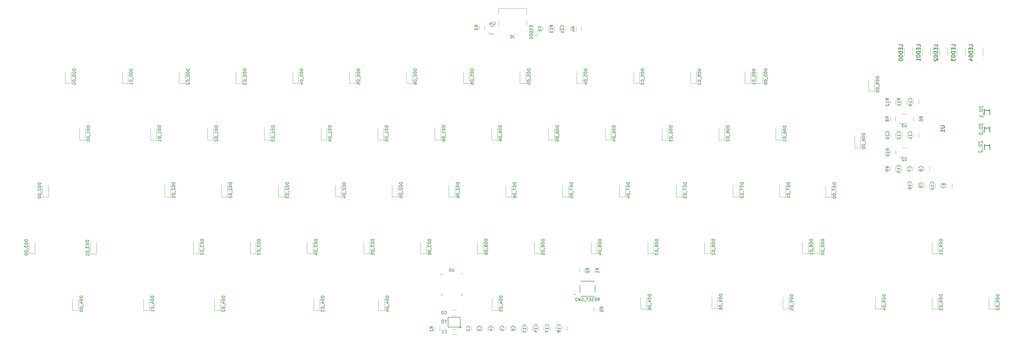
<source format=gbr>
%TF.GenerationSoftware,KiCad,Pcbnew,(6.0.5)*%
%TF.CreationDate,2023-05-18T02:22:56+09:00*%
%TF.ProjectId,dynamis,64796e61-6d69-4732-9e6b-696361645f70,v2.0.0*%
%TF.SameCoordinates,Original*%
%TF.FileFunction,Legend,Bot*%
%TF.FilePolarity,Positive*%
%FSLAX46Y46*%
G04 Gerber Fmt 4.6, Leading zero omitted, Abs format (unit mm)*
G04 Created by KiCad (PCBNEW (6.0.5)) date 2023-05-18 02:22:56*
%MOMM*%
%LPD*%
G01*
G04 APERTURE LIST*
%ADD10C,0.254000*%
%ADD11C,0.150000*%
%ADD12C,0.152000*%
%ADD13C,0.100000*%
%ADD14C,0.200000*%
%ADD15C,0.120000*%
%ADD16C,0.127000*%
G04 APERTURE END LIST*
D10*
%TO.C,LED01*%
X439474523Y-165974047D02*
X439474523Y-165369285D01*
X438204523Y-165369285D01*
X438809285Y-166397380D02*
X438809285Y-166820714D01*
X439474523Y-167002142D02*
X439474523Y-166397380D01*
X438204523Y-166397380D01*
X438204523Y-167002142D01*
X439474523Y-167546428D02*
X438204523Y-167546428D01*
X438204523Y-167848809D01*
X438265000Y-168030238D01*
X438385952Y-168151190D01*
X438506904Y-168211666D01*
X438748809Y-168272142D01*
X438930238Y-168272142D01*
X439172142Y-168211666D01*
X439293095Y-168151190D01*
X439414047Y-168030238D01*
X439474523Y-167848809D01*
X439474523Y-167546428D01*
X438204523Y-169058333D02*
X438204523Y-169179285D01*
X438265000Y-169300238D01*
X438325476Y-169360714D01*
X438446428Y-169421190D01*
X438688333Y-169481666D01*
X438990714Y-169481666D01*
X439232619Y-169421190D01*
X439353571Y-169360714D01*
X439414047Y-169300238D01*
X439474523Y-169179285D01*
X439474523Y-169058333D01*
X439414047Y-168937380D01*
X439353571Y-168876904D01*
X439232619Y-168816428D01*
X438990714Y-168755952D01*
X438688333Y-168755952D01*
X438446428Y-168816428D01*
X438325476Y-168876904D01*
X438265000Y-168937380D01*
X438204523Y-169058333D01*
X439474523Y-170691190D02*
X439474523Y-169965476D01*
X439474523Y-170328333D02*
X438204523Y-170328333D01*
X438385952Y-170207380D01*
X438506904Y-170086428D01*
X438567380Y-169965476D01*
%TO.C,LED00*%
X433574523Y-165974047D02*
X433574523Y-165369285D01*
X432304523Y-165369285D01*
X432909285Y-166397380D02*
X432909285Y-166820714D01*
X433574523Y-167002142D02*
X433574523Y-166397380D01*
X432304523Y-166397380D01*
X432304523Y-167002142D01*
X433574523Y-167546428D02*
X432304523Y-167546428D01*
X432304523Y-167848809D01*
X432365000Y-168030238D01*
X432485952Y-168151190D01*
X432606904Y-168211666D01*
X432848809Y-168272142D01*
X433030238Y-168272142D01*
X433272142Y-168211666D01*
X433393095Y-168151190D01*
X433514047Y-168030238D01*
X433574523Y-167848809D01*
X433574523Y-167546428D01*
X432304523Y-169058333D02*
X432304523Y-169179285D01*
X432365000Y-169300238D01*
X432425476Y-169360714D01*
X432546428Y-169421190D01*
X432788333Y-169481666D01*
X433090714Y-169481666D01*
X433332619Y-169421190D01*
X433453571Y-169360714D01*
X433514047Y-169300238D01*
X433574523Y-169179285D01*
X433574523Y-169058333D01*
X433514047Y-168937380D01*
X433453571Y-168876904D01*
X433332619Y-168816428D01*
X433090714Y-168755952D01*
X432788333Y-168755952D01*
X432546428Y-168816428D01*
X432425476Y-168876904D01*
X432365000Y-168937380D01*
X432304523Y-169058333D01*
X432304523Y-170267857D02*
X432304523Y-170388809D01*
X432365000Y-170509761D01*
X432425476Y-170570238D01*
X432546428Y-170630714D01*
X432788333Y-170691190D01*
X433090714Y-170691190D01*
X433332619Y-170630714D01*
X433453571Y-170570238D01*
X433514047Y-170509761D01*
X433574523Y-170388809D01*
X433574523Y-170267857D01*
X433514047Y-170146904D01*
X433453571Y-170086428D01*
X433332619Y-170025952D01*
X433090714Y-169965476D01*
X432788333Y-169965476D01*
X432546428Y-170025952D01*
X432425476Y-170086428D01*
X432365000Y-170146904D01*
X432304523Y-170267857D01*
%TO.C,LED02*%
X445324523Y-165999047D02*
X445324523Y-165394285D01*
X444054523Y-165394285D01*
X444659285Y-166422380D02*
X444659285Y-166845714D01*
X445324523Y-167027142D02*
X445324523Y-166422380D01*
X444054523Y-166422380D01*
X444054523Y-167027142D01*
X445324523Y-167571428D02*
X444054523Y-167571428D01*
X444054523Y-167873809D01*
X444115000Y-168055238D01*
X444235952Y-168176190D01*
X444356904Y-168236666D01*
X444598809Y-168297142D01*
X444780238Y-168297142D01*
X445022142Y-168236666D01*
X445143095Y-168176190D01*
X445264047Y-168055238D01*
X445324523Y-167873809D01*
X445324523Y-167571428D01*
X444054523Y-169083333D02*
X444054523Y-169204285D01*
X444115000Y-169325238D01*
X444175476Y-169385714D01*
X444296428Y-169446190D01*
X444538333Y-169506666D01*
X444840714Y-169506666D01*
X445082619Y-169446190D01*
X445203571Y-169385714D01*
X445264047Y-169325238D01*
X445324523Y-169204285D01*
X445324523Y-169083333D01*
X445264047Y-168962380D01*
X445203571Y-168901904D01*
X445082619Y-168841428D01*
X444840714Y-168780952D01*
X444538333Y-168780952D01*
X444296428Y-168841428D01*
X444175476Y-168901904D01*
X444115000Y-168962380D01*
X444054523Y-169083333D01*
X444175476Y-169990476D02*
X444115000Y-170050952D01*
X444054523Y-170171904D01*
X444054523Y-170474285D01*
X444115000Y-170595238D01*
X444175476Y-170655714D01*
X444296428Y-170716190D01*
X444417380Y-170716190D01*
X444598809Y-170655714D01*
X445324523Y-169930000D01*
X445324523Y-170716190D01*
%TO.C,LED04*%
X457049523Y-165974047D02*
X457049523Y-165369285D01*
X455779523Y-165369285D01*
X456384285Y-166397380D02*
X456384285Y-166820714D01*
X457049523Y-167002142D02*
X457049523Y-166397380D01*
X455779523Y-166397380D01*
X455779523Y-167002142D01*
X457049523Y-167546428D02*
X455779523Y-167546428D01*
X455779523Y-167848809D01*
X455840000Y-168030238D01*
X455960952Y-168151190D01*
X456081904Y-168211666D01*
X456323809Y-168272142D01*
X456505238Y-168272142D01*
X456747142Y-168211666D01*
X456868095Y-168151190D01*
X456989047Y-168030238D01*
X457049523Y-167848809D01*
X457049523Y-167546428D01*
X455779523Y-169058333D02*
X455779523Y-169179285D01*
X455840000Y-169300238D01*
X455900476Y-169360714D01*
X456021428Y-169421190D01*
X456263333Y-169481666D01*
X456565714Y-169481666D01*
X456807619Y-169421190D01*
X456928571Y-169360714D01*
X456989047Y-169300238D01*
X457049523Y-169179285D01*
X457049523Y-169058333D01*
X456989047Y-168937380D01*
X456928571Y-168876904D01*
X456807619Y-168816428D01*
X456565714Y-168755952D01*
X456263333Y-168755952D01*
X456021428Y-168816428D01*
X455900476Y-168876904D01*
X455840000Y-168937380D01*
X455779523Y-169058333D01*
X456202857Y-170570238D02*
X457049523Y-170570238D01*
X455719047Y-170267857D02*
X456626190Y-169965476D01*
X456626190Y-170751666D01*
%TO.C,LED03*%
X451174523Y-165974047D02*
X451174523Y-165369285D01*
X449904523Y-165369285D01*
X450509285Y-166397380D02*
X450509285Y-166820714D01*
X451174523Y-167002142D02*
X451174523Y-166397380D01*
X449904523Y-166397380D01*
X449904523Y-167002142D01*
X451174523Y-167546428D02*
X449904523Y-167546428D01*
X449904523Y-167848809D01*
X449965000Y-168030238D01*
X450085952Y-168151190D01*
X450206904Y-168211666D01*
X450448809Y-168272142D01*
X450630238Y-168272142D01*
X450872142Y-168211666D01*
X450993095Y-168151190D01*
X451114047Y-168030238D01*
X451174523Y-167848809D01*
X451174523Y-167546428D01*
X449904523Y-169058333D02*
X449904523Y-169179285D01*
X449965000Y-169300238D01*
X450025476Y-169360714D01*
X450146428Y-169421190D01*
X450388333Y-169481666D01*
X450690714Y-169481666D01*
X450932619Y-169421190D01*
X451053571Y-169360714D01*
X451114047Y-169300238D01*
X451174523Y-169179285D01*
X451174523Y-169058333D01*
X451114047Y-168937380D01*
X451053571Y-168876904D01*
X450932619Y-168816428D01*
X450690714Y-168755952D01*
X450388333Y-168755952D01*
X450146428Y-168816428D01*
X450025476Y-168876904D01*
X449965000Y-168937380D01*
X449904523Y-169058333D01*
X449904523Y-169905000D02*
X449904523Y-170691190D01*
X450388333Y-170267857D01*
X450388333Y-170449285D01*
X450448809Y-170570238D01*
X450509285Y-170630714D01*
X450630238Y-170691190D01*
X450932619Y-170691190D01*
X451053571Y-170630714D01*
X451114047Y-170570238D01*
X451174523Y-170449285D01*
X451174523Y-170086428D01*
X451114047Y-169965476D01*
X451053571Y-169905000D01*
D11*
%TO.C,R5*%
X333272380Y-253908333D02*
X332796190Y-253575000D01*
X333272380Y-253336904D02*
X332272380Y-253336904D01*
X332272380Y-253717857D01*
X332320000Y-253813095D01*
X332367619Y-253860714D01*
X332462857Y-253908333D01*
X332605714Y-253908333D01*
X332700952Y-253860714D01*
X332748571Y-253813095D01*
X332796190Y-253717857D01*
X332796190Y-253336904D01*
X332272380Y-254813095D02*
X332272380Y-254336904D01*
X332748571Y-254289285D01*
X332700952Y-254336904D01*
X332653333Y-254432142D01*
X332653333Y-254670238D01*
X332700952Y-254765476D01*
X332748571Y-254813095D01*
X332843809Y-254860714D01*
X333081904Y-254860714D01*
X333177142Y-254813095D01*
X333224761Y-254765476D01*
X333272380Y-254670238D01*
X333272380Y-254432142D01*
X333224761Y-254336904D01*
X333177142Y-254289285D01*
%TO.C,D02_04*%
X246877380Y-211577380D02*
X245877380Y-211577380D01*
X245877380Y-211815476D01*
X245925000Y-211958333D01*
X246020238Y-212053571D01*
X246115476Y-212101190D01*
X246305952Y-212148809D01*
X246448809Y-212148809D01*
X246639285Y-212101190D01*
X246734523Y-212053571D01*
X246829761Y-211958333D01*
X246877380Y-211815476D01*
X246877380Y-211577380D01*
X245877380Y-212767857D02*
X245877380Y-212863095D01*
X245925000Y-212958333D01*
X245972619Y-213005952D01*
X246067857Y-213053571D01*
X246258333Y-213101190D01*
X246496428Y-213101190D01*
X246686904Y-213053571D01*
X246782142Y-213005952D01*
X246829761Y-212958333D01*
X246877380Y-212863095D01*
X246877380Y-212767857D01*
X246829761Y-212672619D01*
X246782142Y-212625000D01*
X246686904Y-212577380D01*
X246496428Y-212529761D01*
X246258333Y-212529761D01*
X246067857Y-212577380D01*
X245972619Y-212625000D01*
X245925000Y-212672619D01*
X245877380Y-212767857D01*
X245972619Y-213482142D02*
X245925000Y-213529761D01*
X245877380Y-213625000D01*
X245877380Y-213863095D01*
X245925000Y-213958333D01*
X245972619Y-214005952D01*
X246067857Y-214053571D01*
X246163095Y-214053571D01*
X246305952Y-214005952D01*
X246877380Y-213434523D01*
X246877380Y-214053571D01*
X246972619Y-214244047D02*
X246972619Y-215005952D01*
X245877380Y-215434523D02*
X245877380Y-215529761D01*
X245925000Y-215625000D01*
X245972619Y-215672619D01*
X246067857Y-215720238D01*
X246258333Y-215767857D01*
X246496428Y-215767857D01*
X246686904Y-215720238D01*
X246782142Y-215672619D01*
X246829761Y-215625000D01*
X246877380Y-215529761D01*
X246877380Y-215434523D01*
X246829761Y-215339285D01*
X246782142Y-215291666D01*
X246686904Y-215244047D01*
X246496428Y-215196428D01*
X246258333Y-215196428D01*
X246067857Y-215244047D01*
X245972619Y-215291666D01*
X245925000Y-215339285D01*
X245877380Y-215434523D01*
X246210714Y-216625000D02*
X246877380Y-216625000D01*
X245829761Y-216386904D02*
X246544047Y-216148809D01*
X246544047Y-216767857D01*
%TO.C,C18*%
X318732142Y-259832142D02*
X318779761Y-259784523D01*
X318827380Y-259641666D01*
X318827380Y-259546428D01*
X318779761Y-259403571D01*
X318684523Y-259308333D01*
X318589285Y-259260714D01*
X318398809Y-259213095D01*
X318255952Y-259213095D01*
X318065476Y-259260714D01*
X317970238Y-259308333D01*
X317875000Y-259403571D01*
X317827380Y-259546428D01*
X317827380Y-259641666D01*
X317875000Y-259784523D01*
X317922619Y-259832142D01*
X318827380Y-260784523D02*
X318827380Y-260213095D01*
X318827380Y-260498809D02*
X317827380Y-260498809D01*
X317970238Y-260403571D01*
X318065476Y-260308333D01*
X318113095Y-260213095D01*
X318255952Y-261355952D02*
X318208333Y-261260714D01*
X318160714Y-261213095D01*
X318065476Y-261165476D01*
X318017857Y-261165476D01*
X317922619Y-261213095D01*
X317875000Y-261260714D01*
X317827380Y-261355952D01*
X317827380Y-261546428D01*
X317875000Y-261641666D01*
X317922619Y-261689285D01*
X318017857Y-261736904D01*
X318065476Y-261736904D01*
X318160714Y-261689285D01*
X318208333Y-261641666D01*
X318255952Y-261546428D01*
X318255952Y-261355952D01*
X318303571Y-261260714D01*
X318351190Y-261213095D01*
X318446428Y-261165476D01*
X318636904Y-261165476D01*
X318732142Y-261213095D01*
X318779761Y-261260714D01*
X318827380Y-261355952D01*
X318827380Y-261546428D01*
X318779761Y-261641666D01*
X318732142Y-261689285D01*
X318636904Y-261736904D01*
X318446428Y-261736904D01*
X318351190Y-261689285D01*
X318303571Y-261641666D01*
X318255952Y-261546428D01*
%TO.C,J0*%
X303183333Y-162122380D02*
X303183333Y-162836666D01*
X303230952Y-162979523D01*
X303326190Y-163074761D01*
X303469047Y-163122380D01*
X303564285Y-163122380D01*
X302516666Y-162122380D02*
X302421428Y-162122380D01*
X302326190Y-162170000D01*
X302278571Y-162217619D01*
X302230952Y-162312857D01*
X302183333Y-162503333D01*
X302183333Y-162741428D01*
X302230952Y-162931904D01*
X302278571Y-163027142D01*
X302326190Y-163074761D01*
X302421428Y-163122380D01*
X302516666Y-163122380D01*
X302611904Y-163074761D01*
X302659523Y-163027142D01*
X302707142Y-162931904D01*
X302754761Y-162741428D01*
X302754761Y-162503333D01*
X302707142Y-162312857D01*
X302659523Y-162217619D01*
X302611904Y-162170000D01*
X302516666Y-162122380D01*
%TO.C,D05_04*%
X327827380Y-173477380D02*
X326827380Y-173477380D01*
X326827380Y-173715476D01*
X326875000Y-173858333D01*
X326970238Y-173953571D01*
X327065476Y-174001190D01*
X327255952Y-174048809D01*
X327398809Y-174048809D01*
X327589285Y-174001190D01*
X327684523Y-173953571D01*
X327779761Y-173858333D01*
X327827380Y-173715476D01*
X327827380Y-173477380D01*
X326827380Y-174667857D02*
X326827380Y-174763095D01*
X326875000Y-174858333D01*
X326922619Y-174905952D01*
X327017857Y-174953571D01*
X327208333Y-175001190D01*
X327446428Y-175001190D01*
X327636904Y-174953571D01*
X327732142Y-174905952D01*
X327779761Y-174858333D01*
X327827380Y-174763095D01*
X327827380Y-174667857D01*
X327779761Y-174572619D01*
X327732142Y-174525000D01*
X327636904Y-174477380D01*
X327446428Y-174429761D01*
X327208333Y-174429761D01*
X327017857Y-174477380D01*
X326922619Y-174525000D01*
X326875000Y-174572619D01*
X326827380Y-174667857D01*
X326827380Y-175905952D02*
X326827380Y-175429761D01*
X327303571Y-175382142D01*
X327255952Y-175429761D01*
X327208333Y-175525000D01*
X327208333Y-175763095D01*
X327255952Y-175858333D01*
X327303571Y-175905952D01*
X327398809Y-175953571D01*
X327636904Y-175953571D01*
X327732142Y-175905952D01*
X327779761Y-175858333D01*
X327827380Y-175763095D01*
X327827380Y-175525000D01*
X327779761Y-175429761D01*
X327732142Y-175382142D01*
X327922619Y-176144047D02*
X327922619Y-176905952D01*
X326827380Y-177334523D02*
X326827380Y-177429761D01*
X326875000Y-177525000D01*
X326922619Y-177572619D01*
X327017857Y-177620238D01*
X327208333Y-177667857D01*
X327446428Y-177667857D01*
X327636904Y-177620238D01*
X327732142Y-177572619D01*
X327779761Y-177525000D01*
X327827380Y-177429761D01*
X327827380Y-177334523D01*
X327779761Y-177239285D01*
X327732142Y-177191666D01*
X327636904Y-177144047D01*
X327446428Y-177096428D01*
X327208333Y-177096428D01*
X327017857Y-177144047D01*
X326922619Y-177191666D01*
X326875000Y-177239285D01*
X326827380Y-177334523D01*
X327160714Y-178525000D02*
X327827380Y-178525000D01*
X326779761Y-178286904D02*
X327494047Y-178048809D01*
X327494047Y-178667857D01*
%TO.C,D01_06*%
X280227380Y-192552380D02*
X279227380Y-192552380D01*
X279227380Y-192790476D01*
X279275000Y-192933333D01*
X279370238Y-193028571D01*
X279465476Y-193076190D01*
X279655952Y-193123809D01*
X279798809Y-193123809D01*
X279989285Y-193076190D01*
X280084523Y-193028571D01*
X280179761Y-192933333D01*
X280227380Y-192790476D01*
X280227380Y-192552380D01*
X279227380Y-193742857D02*
X279227380Y-193838095D01*
X279275000Y-193933333D01*
X279322619Y-193980952D01*
X279417857Y-194028571D01*
X279608333Y-194076190D01*
X279846428Y-194076190D01*
X280036904Y-194028571D01*
X280132142Y-193980952D01*
X280179761Y-193933333D01*
X280227380Y-193838095D01*
X280227380Y-193742857D01*
X280179761Y-193647619D01*
X280132142Y-193600000D01*
X280036904Y-193552380D01*
X279846428Y-193504761D01*
X279608333Y-193504761D01*
X279417857Y-193552380D01*
X279322619Y-193600000D01*
X279275000Y-193647619D01*
X279227380Y-193742857D01*
X280227380Y-195028571D02*
X280227380Y-194457142D01*
X280227380Y-194742857D02*
X279227380Y-194742857D01*
X279370238Y-194647619D01*
X279465476Y-194552380D01*
X279513095Y-194457142D01*
X280322619Y-195219047D02*
X280322619Y-195980952D01*
X279227380Y-196409523D02*
X279227380Y-196504761D01*
X279275000Y-196600000D01*
X279322619Y-196647619D01*
X279417857Y-196695238D01*
X279608333Y-196742857D01*
X279846428Y-196742857D01*
X280036904Y-196695238D01*
X280132142Y-196647619D01*
X280179761Y-196600000D01*
X280227380Y-196504761D01*
X280227380Y-196409523D01*
X280179761Y-196314285D01*
X280132142Y-196266666D01*
X280036904Y-196219047D01*
X279846428Y-196171428D01*
X279608333Y-196171428D01*
X279417857Y-196219047D01*
X279322619Y-196266666D01*
X279275000Y-196314285D01*
X279227380Y-196409523D01*
X279227380Y-197600000D02*
X279227380Y-197409523D01*
X279275000Y-197314285D01*
X279322619Y-197266666D01*
X279465476Y-197171428D01*
X279655952Y-197123809D01*
X280036904Y-197123809D01*
X280132142Y-197171428D01*
X280179761Y-197219047D01*
X280227380Y-197314285D01*
X280227380Y-197504761D01*
X280179761Y-197600000D01*
X280132142Y-197647619D01*
X280036904Y-197695238D01*
X279798809Y-197695238D01*
X279703571Y-197647619D01*
X279655952Y-197600000D01*
X279608333Y-197504761D01*
X279608333Y-197314285D01*
X279655952Y-197219047D01*
X279703571Y-197171428D01*
X279798809Y-197123809D01*
%TO.C,D04_01*%
X182577380Y-249677380D02*
X181577380Y-249677380D01*
X181577380Y-249915476D01*
X181625000Y-250058333D01*
X181720238Y-250153571D01*
X181815476Y-250201190D01*
X182005952Y-250248809D01*
X182148809Y-250248809D01*
X182339285Y-250201190D01*
X182434523Y-250153571D01*
X182529761Y-250058333D01*
X182577380Y-249915476D01*
X182577380Y-249677380D01*
X181577380Y-250867857D02*
X181577380Y-250963095D01*
X181625000Y-251058333D01*
X181672619Y-251105952D01*
X181767857Y-251153571D01*
X181958333Y-251201190D01*
X182196428Y-251201190D01*
X182386904Y-251153571D01*
X182482142Y-251105952D01*
X182529761Y-251058333D01*
X182577380Y-250963095D01*
X182577380Y-250867857D01*
X182529761Y-250772619D01*
X182482142Y-250725000D01*
X182386904Y-250677380D01*
X182196428Y-250629761D01*
X181958333Y-250629761D01*
X181767857Y-250677380D01*
X181672619Y-250725000D01*
X181625000Y-250772619D01*
X181577380Y-250867857D01*
X181910714Y-252058333D02*
X182577380Y-252058333D01*
X181529761Y-251820238D02*
X182244047Y-251582142D01*
X182244047Y-252201190D01*
X182672619Y-252344047D02*
X182672619Y-253105952D01*
X181577380Y-253534523D02*
X181577380Y-253629761D01*
X181625000Y-253725000D01*
X181672619Y-253772619D01*
X181767857Y-253820238D01*
X181958333Y-253867857D01*
X182196428Y-253867857D01*
X182386904Y-253820238D01*
X182482142Y-253772619D01*
X182529761Y-253725000D01*
X182577380Y-253629761D01*
X182577380Y-253534523D01*
X182529761Y-253439285D01*
X182482142Y-253391666D01*
X182386904Y-253344047D01*
X182196428Y-253296428D01*
X181958333Y-253296428D01*
X181767857Y-253344047D01*
X181672619Y-253391666D01*
X181625000Y-253439285D01*
X181577380Y-253534523D01*
X182577380Y-254820238D02*
X182577380Y-254248809D01*
X182577380Y-254534523D02*
X181577380Y-254534523D01*
X181720238Y-254439285D01*
X181815476Y-254344047D01*
X181863095Y-254248809D01*
%TO.C,C19*%
X436582142Y-183882142D02*
X436629761Y-183834523D01*
X436677380Y-183691666D01*
X436677380Y-183596428D01*
X436629761Y-183453571D01*
X436534523Y-183358333D01*
X436439285Y-183310714D01*
X436248809Y-183263095D01*
X436105952Y-183263095D01*
X435915476Y-183310714D01*
X435820238Y-183358333D01*
X435725000Y-183453571D01*
X435677380Y-183596428D01*
X435677380Y-183691666D01*
X435725000Y-183834523D01*
X435772619Y-183882142D01*
X436677380Y-184834523D02*
X436677380Y-184263095D01*
X436677380Y-184548809D02*
X435677380Y-184548809D01*
X435820238Y-184453571D01*
X435915476Y-184358333D01*
X435963095Y-184263095D01*
X436677380Y-185310714D02*
X436677380Y-185501190D01*
X436629761Y-185596428D01*
X436582142Y-185644047D01*
X436439285Y-185739285D01*
X436248809Y-185786904D01*
X435867857Y-185786904D01*
X435772619Y-185739285D01*
X435725000Y-185691666D01*
X435677380Y-185596428D01*
X435677380Y-185405952D01*
X435725000Y-185310714D01*
X435772619Y-185263095D01*
X435867857Y-185215476D01*
X436105952Y-185215476D01*
X436201190Y-185263095D01*
X436248809Y-185310714D01*
X436296428Y-185405952D01*
X436296428Y-185596428D01*
X436248809Y-185691666D01*
X436201190Y-185739285D01*
X436105952Y-185786904D01*
D12*
%TO.C,ZD_2*%
X459174071Y-197687085D02*
X459174071Y-198449085D01*
X460317071Y-197687085D01*
X460317071Y-198449085D01*
X460317071Y-198884514D02*
X459174071Y-198884514D01*
X459174071Y-199156657D01*
X459228500Y-199319942D01*
X459337357Y-199428800D01*
X459446214Y-199483228D01*
X459663928Y-199537657D01*
X459827214Y-199537657D01*
X460044928Y-199483228D01*
X460153785Y-199428800D01*
X460262642Y-199319942D01*
X460317071Y-199156657D01*
X460317071Y-198884514D01*
X460425928Y-199755371D02*
X460425928Y-200626228D01*
X459282928Y-200843942D02*
X459228500Y-200898371D01*
X459174071Y-201007228D01*
X459174071Y-201279371D01*
X459228500Y-201388228D01*
X459282928Y-201442657D01*
X459391785Y-201497085D01*
X459500642Y-201497085D01*
X459663928Y-201442657D01*
X460317071Y-200789514D01*
X460317071Y-201497085D01*
D11*
%TO.C,D05_06*%
X289752380Y-173502380D02*
X288752380Y-173502380D01*
X288752380Y-173740476D01*
X288800000Y-173883333D01*
X288895238Y-173978571D01*
X288990476Y-174026190D01*
X289180952Y-174073809D01*
X289323809Y-174073809D01*
X289514285Y-174026190D01*
X289609523Y-173978571D01*
X289704761Y-173883333D01*
X289752380Y-173740476D01*
X289752380Y-173502380D01*
X288752380Y-174692857D02*
X288752380Y-174788095D01*
X288800000Y-174883333D01*
X288847619Y-174930952D01*
X288942857Y-174978571D01*
X289133333Y-175026190D01*
X289371428Y-175026190D01*
X289561904Y-174978571D01*
X289657142Y-174930952D01*
X289704761Y-174883333D01*
X289752380Y-174788095D01*
X289752380Y-174692857D01*
X289704761Y-174597619D01*
X289657142Y-174550000D01*
X289561904Y-174502380D01*
X289371428Y-174454761D01*
X289133333Y-174454761D01*
X288942857Y-174502380D01*
X288847619Y-174550000D01*
X288800000Y-174597619D01*
X288752380Y-174692857D01*
X288752380Y-175930952D02*
X288752380Y-175454761D01*
X289228571Y-175407142D01*
X289180952Y-175454761D01*
X289133333Y-175550000D01*
X289133333Y-175788095D01*
X289180952Y-175883333D01*
X289228571Y-175930952D01*
X289323809Y-175978571D01*
X289561904Y-175978571D01*
X289657142Y-175930952D01*
X289704761Y-175883333D01*
X289752380Y-175788095D01*
X289752380Y-175550000D01*
X289704761Y-175454761D01*
X289657142Y-175407142D01*
X289847619Y-176169047D02*
X289847619Y-176930952D01*
X288752380Y-177359523D02*
X288752380Y-177454761D01*
X288800000Y-177550000D01*
X288847619Y-177597619D01*
X288942857Y-177645238D01*
X289133333Y-177692857D01*
X289371428Y-177692857D01*
X289561904Y-177645238D01*
X289657142Y-177597619D01*
X289704761Y-177550000D01*
X289752380Y-177454761D01*
X289752380Y-177359523D01*
X289704761Y-177264285D01*
X289657142Y-177216666D01*
X289561904Y-177169047D01*
X289371428Y-177121428D01*
X289133333Y-177121428D01*
X288942857Y-177169047D01*
X288847619Y-177216666D01*
X288800000Y-177264285D01*
X288752380Y-177359523D01*
X288752380Y-178550000D02*
X288752380Y-178359523D01*
X288800000Y-178264285D01*
X288847619Y-178216666D01*
X288990476Y-178121428D01*
X289180952Y-178073809D01*
X289561904Y-178073809D01*
X289657142Y-178121428D01*
X289704761Y-178169047D01*
X289752380Y-178264285D01*
X289752380Y-178454761D01*
X289704761Y-178550000D01*
X289657142Y-178597619D01*
X289561904Y-178645238D01*
X289323809Y-178645238D01*
X289228571Y-178597619D01*
X289180952Y-178550000D01*
X289133333Y-178454761D01*
X289133333Y-178264285D01*
X289180952Y-178169047D01*
X289228571Y-178121428D01*
X289323809Y-178073809D01*
%TO.C,D09_04*%
X427877380Y-249202380D02*
X426877380Y-249202380D01*
X426877380Y-249440476D01*
X426925000Y-249583333D01*
X427020238Y-249678571D01*
X427115476Y-249726190D01*
X427305952Y-249773809D01*
X427448809Y-249773809D01*
X427639285Y-249726190D01*
X427734523Y-249678571D01*
X427829761Y-249583333D01*
X427877380Y-249440476D01*
X427877380Y-249202380D01*
X426877380Y-250392857D02*
X426877380Y-250488095D01*
X426925000Y-250583333D01*
X426972619Y-250630952D01*
X427067857Y-250678571D01*
X427258333Y-250726190D01*
X427496428Y-250726190D01*
X427686904Y-250678571D01*
X427782142Y-250630952D01*
X427829761Y-250583333D01*
X427877380Y-250488095D01*
X427877380Y-250392857D01*
X427829761Y-250297619D01*
X427782142Y-250250000D01*
X427686904Y-250202380D01*
X427496428Y-250154761D01*
X427258333Y-250154761D01*
X427067857Y-250202380D01*
X426972619Y-250250000D01*
X426925000Y-250297619D01*
X426877380Y-250392857D01*
X427877380Y-251202380D02*
X427877380Y-251392857D01*
X427829761Y-251488095D01*
X427782142Y-251535714D01*
X427639285Y-251630952D01*
X427448809Y-251678571D01*
X427067857Y-251678571D01*
X426972619Y-251630952D01*
X426925000Y-251583333D01*
X426877380Y-251488095D01*
X426877380Y-251297619D01*
X426925000Y-251202380D01*
X426972619Y-251154761D01*
X427067857Y-251107142D01*
X427305952Y-251107142D01*
X427401190Y-251154761D01*
X427448809Y-251202380D01*
X427496428Y-251297619D01*
X427496428Y-251488095D01*
X427448809Y-251583333D01*
X427401190Y-251630952D01*
X427305952Y-251678571D01*
X427972619Y-251869047D02*
X427972619Y-252630952D01*
X426877380Y-253059523D02*
X426877380Y-253154761D01*
X426925000Y-253250000D01*
X426972619Y-253297619D01*
X427067857Y-253345238D01*
X427258333Y-253392857D01*
X427496428Y-253392857D01*
X427686904Y-253345238D01*
X427782142Y-253297619D01*
X427829761Y-253250000D01*
X427877380Y-253154761D01*
X427877380Y-253059523D01*
X427829761Y-252964285D01*
X427782142Y-252916666D01*
X427686904Y-252869047D01*
X427496428Y-252821428D01*
X427258333Y-252821428D01*
X427067857Y-252869047D01*
X426972619Y-252916666D01*
X426925000Y-252964285D01*
X426877380Y-253059523D01*
X427210714Y-254250000D02*
X427877380Y-254250000D01*
X426829761Y-254011904D02*
X427544047Y-253773809D01*
X427544047Y-254392857D01*
%TO.C,D01_00*%
X161152380Y-192552380D02*
X160152380Y-192552380D01*
X160152380Y-192790476D01*
X160200000Y-192933333D01*
X160295238Y-193028571D01*
X160390476Y-193076190D01*
X160580952Y-193123809D01*
X160723809Y-193123809D01*
X160914285Y-193076190D01*
X161009523Y-193028571D01*
X161104761Y-192933333D01*
X161152380Y-192790476D01*
X161152380Y-192552380D01*
X160152380Y-193742857D02*
X160152380Y-193838095D01*
X160200000Y-193933333D01*
X160247619Y-193980952D01*
X160342857Y-194028571D01*
X160533333Y-194076190D01*
X160771428Y-194076190D01*
X160961904Y-194028571D01*
X161057142Y-193980952D01*
X161104761Y-193933333D01*
X161152380Y-193838095D01*
X161152380Y-193742857D01*
X161104761Y-193647619D01*
X161057142Y-193600000D01*
X160961904Y-193552380D01*
X160771428Y-193504761D01*
X160533333Y-193504761D01*
X160342857Y-193552380D01*
X160247619Y-193600000D01*
X160200000Y-193647619D01*
X160152380Y-193742857D01*
X161152380Y-195028571D02*
X161152380Y-194457142D01*
X161152380Y-194742857D02*
X160152380Y-194742857D01*
X160295238Y-194647619D01*
X160390476Y-194552380D01*
X160438095Y-194457142D01*
X161247619Y-195219047D02*
X161247619Y-195980952D01*
X160152380Y-196409523D02*
X160152380Y-196504761D01*
X160200000Y-196600000D01*
X160247619Y-196647619D01*
X160342857Y-196695238D01*
X160533333Y-196742857D01*
X160771428Y-196742857D01*
X160961904Y-196695238D01*
X161057142Y-196647619D01*
X161104761Y-196600000D01*
X161152380Y-196504761D01*
X161152380Y-196409523D01*
X161104761Y-196314285D01*
X161057142Y-196266666D01*
X160961904Y-196219047D01*
X160771428Y-196171428D01*
X160533333Y-196171428D01*
X160342857Y-196219047D01*
X160247619Y-196266666D01*
X160200000Y-196314285D01*
X160152380Y-196409523D01*
X160152380Y-197361904D02*
X160152380Y-197457142D01*
X160200000Y-197552380D01*
X160247619Y-197600000D01*
X160342857Y-197647619D01*
X160533333Y-197695238D01*
X160771428Y-197695238D01*
X160961904Y-197647619D01*
X161057142Y-197600000D01*
X161104761Y-197552380D01*
X161152380Y-197457142D01*
X161152380Y-197361904D01*
X161104761Y-197266666D01*
X161057142Y-197219047D01*
X160961904Y-197171428D01*
X160771428Y-197123809D01*
X160533333Y-197123809D01*
X160342857Y-197171428D01*
X160247619Y-197219047D01*
X160200000Y-197266666D01*
X160152380Y-197361904D01*
%TO.C,C13*%
X307207142Y-259907142D02*
X307254761Y-259859523D01*
X307302380Y-259716666D01*
X307302380Y-259621428D01*
X307254761Y-259478571D01*
X307159523Y-259383333D01*
X307064285Y-259335714D01*
X306873809Y-259288095D01*
X306730952Y-259288095D01*
X306540476Y-259335714D01*
X306445238Y-259383333D01*
X306350000Y-259478571D01*
X306302380Y-259621428D01*
X306302380Y-259716666D01*
X306350000Y-259859523D01*
X306397619Y-259907142D01*
X307302380Y-260859523D02*
X307302380Y-260288095D01*
X307302380Y-260573809D02*
X306302380Y-260573809D01*
X306445238Y-260478571D01*
X306540476Y-260383333D01*
X306588095Y-260288095D01*
X306302380Y-261192857D02*
X306302380Y-261811904D01*
X306683333Y-261478571D01*
X306683333Y-261621428D01*
X306730952Y-261716666D01*
X306778571Y-261764285D01*
X306873809Y-261811904D01*
X307111904Y-261811904D01*
X307207142Y-261764285D01*
X307254761Y-261716666D01*
X307302380Y-261621428D01*
X307302380Y-261335714D01*
X307254761Y-261240476D01*
X307207142Y-261192857D01*
%TO.C,D09_01*%
X446902380Y-230652380D02*
X445902380Y-230652380D01*
X445902380Y-230890476D01*
X445950000Y-231033333D01*
X446045238Y-231128571D01*
X446140476Y-231176190D01*
X446330952Y-231223809D01*
X446473809Y-231223809D01*
X446664285Y-231176190D01*
X446759523Y-231128571D01*
X446854761Y-231033333D01*
X446902380Y-230890476D01*
X446902380Y-230652380D01*
X445902380Y-231842857D02*
X445902380Y-231938095D01*
X445950000Y-232033333D01*
X445997619Y-232080952D01*
X446092857Y-232128571D01*
X446283333Y-232176190D01*
X446521428Y-232176190D01*
X446711904Y-232128571D01*
X446807142Y-232080952D01*
X446854761Y-232033333D01*
X446902380Y-231938095D01*
X446902380Y-231842857D01*
X446854761Y-231747619D01*
X446807142Y-231700000D01*
X446711904Y-231652380D01*
X446521428Y-231604761D01*
X446283333Y-231604761D01*
X446092857Y-231652380D01*
X445997619Y-231700000D01*
X445950000Y-231747619D01*
X445902380Y-231842857D01*
X446902380Y-232652380D02*
X446902380Y-232842857D01*
X446854761Y-232938095D01*
X446807142Y-232985714D01*
X446664285Y-233080952D01*
X446473809Y-233128571D01*
X446092857Y-233128571D01*
X445997619Y-233080952D01*
X445950000Y-233033333D01*
X445902380Y-232938095D01*
X445902380Y-232747619D01*
X445950000Y-232652380D01*
X445997619Y-232604761D01*
X446092857Y-232557142D01*
X446330952Y-232557142D01*
X446426190Y-232604761D01*
X446473809Y-232652380D01*
X446521428Y-232747619D01*
X446521428Y-232938095D01*
X446473809Y-233033333D01*
X446426190Y-233080952D01*
X446330952Y-233128571D01*
X446997619Y-233319047D02*
X446997619Y-234080952D01*
X445902380Y-234509523D02*
X445902380Y-234604761D01*
X445950000Y-234700000D01*
X445997619Y-234747619D01*
X446092857Y-234795238D01*
X446283333Y-234842857D01*
X446521428Y-234842857D01*
X446711904Y-234795238D01*
X446807142Y-234747619D01*
X446854761Y-234700000D01*
X446902380Y-234604761D01*
X446902380Y-234509523D01*
X446854761Y-234414285D01*
X446807142Y-234366666D01*
X446711904Y-234319047D01*
X446521428Y-234271428D01*
X446283333Y-234271428D01*
X446092857Y-234319047D01*
X445997619Y-234366666D01*
X445950000Y-234414285D01*
X445902380Y-234509523D01*
X446902380Y-235795238D02*
X446902380Y-235223809D01*
X446902380Y-235509523D02*
X445902380Y-235509523D01*
X446045238Y-235414285D01*
X446140476Y-235319047D01*
X446188095Y-235223809D01*
%TO.C,C15*%
X432632142Y-206357142D02*
X432679761Y-206309523D01*
X432727380Y-206166666D01*
X432727380Y-206071428D01*
X432679761Y-205928571D01*
X432584523Y-205833333D01*
X432489285Y-205785714D01*
X432298809Y-205738095D01*
X432155952Y-205738095D01*
X431965476Y-205785714D01*
X431870238Y-205833333D01*
X431775000Y-205928571D01*
X431727380Y-206071428D01*
X431727380Y-206166666D01*
X431775000Y-206309523D01*
X431822619Y-206357142D01*
X432727380Y-207309523D02*
X432727380Y-206738095D01*
X432727380Y-207023809D02*
X431727380Y-207023809D01*
X431870238Y-206928571D01*
X431965476Y-206833333D01*
X432013095Y-206738095D01*
X431727380Y-208214285D02*
X431727380Y-207738095D01*
X432203571Y-207690476D01*
X432155952Y-207738095D01*
X432108333Y-207833333D01*
X432108333Y-208071428D01*
X432155952Y-208166666D01*
X432203571Y-208214285D01*
X432298809Y-208261904D01*
X432536904Y-208261904D01*
X432632142Y-208214285D01*
X432679761Y-208166666D01*
X432727380Y-208071428D01*
X432727380Y-207833333D01*
X432679761Y-207738095D01*
X432632142Y-207690476D01*
%TO.C,D03_04*%
X237377380Y-230652380D02*
X236377380Y-230652380D01*
X236377380Y-230890476D01*
X236425000Y-231033333D01*
X236520238Y-231128571D01*
X236615476Y-231176190D01*
X236805952Y-231223809D01*
X236948809Y-231223809D01*
X237139285Y-231176190D01*
X237234523Y-231128571D01*
X237329761Y-231033333D01*
X237377380Y-230890476D01*
X237377380Y-230652380D01*
X236377380Y-231842857D02*
X236377380Y-231938095D01*
X236425000Y-232033333D01*
X236472619Y-232080952D01*
X236567857Y-232128571D01*
X236758333Y-232176190D01*
X236996428Y-232176190D01*
X237186904Y-232128571D01*
X237282142Y-232080952D01*
X237329761Y-232033333D01*
X237377380Y-231938095D01*
X237377380Y-231842857D01*
X237329761Y-231747619D01*
X237282142Y-231700000D01*
X237186904Y-231652380D01*
X236996428Y-231604761D01*
X236758333Y-231604761D01*
X236567857Y-231652380D01*
X236472619Y-231700000D01*
X236425000Y-231747619D01*
X236377380Y-231842857D01*
X236377380Y-232509523D02*
X236377380Y-233128571D01*
X236758333Y-232795238D01*
X236758333Y-232938095D01*
X236805952Y-233033333D01*
X236853571Y-233080952D01*
X236948809Y-233128571D01*
X237186904Y-233128571D01*
X237282142Y-233080952D01*
X237329761Y-233033333D01*
X237377380Y-232938095D01*
X237377380Y-232652380D01*
X237329761Y-232557142D01*
X237282142Y-232509523D01*
X237472619Y-233319047D02*
X237472619Y-234080952D01*
X236377380Y-234509523D02*
X236377380Y-234604761D01*
X236425000Y-234700000D01*
X236472619Y-234747619D01*
X236567857Y-234795238D01*
X236758333Y-234842857D01*
X236996428Y-234842857D01*
X237186904Y-234795238D01*
X237282142Y-234747619D01*
X237329761Y-234700000D01*
X237377380Y-234604761D01*
X237377380Y-234509523D01*
X237329761Y-234414285D01*
X237282142Y-234366666D01*
X237186904Y-234319047D01*
X236996428Y-234271428D01*
X236758333Y-234271428D01*
X236567857Y-234319047D01*
X236472619Y-234366666D01*
X236425000Y-234414285D01*
X236377380Y-234509523D01*
X236710714Y-235700000D02*
X237377380Y-235700000D01*
X236329761Y-235461904D02*
X237044047Y-235223809D01*
X237044047Y-235842857D01*
%TO.C,C17*%
X314782142Y-259857142D02*
X314829761Y-259809523D01*
X314877380Y-259666666D01*
X314877380Y-259571428D01*
X314829761Y-259428571D01*
X314734523Y-259333333D01*
X314639285Y-259285714D01*
X314448809Y-259238095D01*
X314305952Y-259238095D01*
X314115476Y-259285714D01*
X314020238Y-259333333D01*
X313925000Y-259428571D01*
X313877380Y-259571428D01*
X313877380Y-259666666D01*
X313925000Y-259809523D01*
X313972619Y-259857142D01*
X314877380Y-260809523D02*
X314877380Y-260238095D01*
X314877380Y-260523809D02*
X313877380Y-260523809D01*
X314020238Y-260428571D01*
X314115476Y-260333333D01*
X314163095Y-260238095D01*
X313877380Y-261142857D02*
X313877380Y-261809523D01*
X314877380Y-261380952D01*
%TO.C,R4*%
X323707380Y-159883333D02*
X323231190Y-159550000D01*
X323707380Y-159311904D02*
X322707380Y-159311904D01*
X322707380Y-159692857D01*
X322755000Y-159788095D01*
X322802619Y-159835714D01*
X322897857Y-159883333D01*
X323040714Y-159883333D01*
X323135952Y-159835714D01*
X323183571Y-159788095D01*
X323231190Y-159692857D01*
X323231190Y-159311904D01*
X323040714Y-160740476D02*
X323707380Y-160740476D01*
X322659761Y-160502380D02*
X323374047Y-160264285D01*
X323374047Y-160883333D01*
%TO.C,D06_01*%
X394527380Y-192577380D02*
X393527380Y-192577380D01*
X393527380Y-192815476D01*
X393575000Y-192958333D01*
X393670238Y-193053571D01*
X393765476Y-193101190D01*
X393955952Y-193148809D01*
X394098809Y-193148809D01*
X394289285Y-193101190D01*
X394384523Y-193053571D01*
X394479761Y-192958333D01*
X394527380Y-192815476D01*
X394527380Y-192577380D01*
X393527380Y-193767857D02*
X393527380Y-193863095D01*
X393575000Y-193958333D01*
X393622619Y-194005952D01*
X393717857Y-194053571D01*
X393908333Y-194101190D01*
X394146428Y-194101190D01*
X394336904Y-194053571D01*
X394432142Y-194005952D01*
X394479761Y-193958333D01*
X394527380Y-193863095D01*
X394527380Y-193767857D01*
X394479761Y-193672619D01*
X394432142Y-193625000D01*
X394336904Y-193577380D01*
X394146428Y-193529761D01*
X393908333Y-193529761D01*
X393717857Y-193577380D01*
X393622619Y-193625000D01*
X393575000Y-193672619D01*
X393527380Y-193767857D01*
X393527380Y-194958333D02*
X393527380Y-194767857D01*
X393575000Y-194672619D01*
X393622619Y-194625000D01*
X393765476Y-194529761D01*
X393955952Y-194482142D01*
X394336904Y-194482142D01*
X394432142Y-194529761D01*
X394479761Y-194577380D01*
X394527380Y-194672619D01*
X394527380Y-194863095D01*
X394479761Y-194958333D01*
X394432142Y-195005952D01*
X394336904Y-195053571D01*
X394098809Y-195053571D01*
X394003571Y-195005952D01*
X393955952Y-194958333D01*
X393908333Y-194863095D01*
X393908333Y-194672619D01*
X393955952Y-194577380D01*
X394003571Y-194529761D01*
X394098809Y-194482142D01*
X394622619Y-195244047D02*
X394622619Y-196005952D01*
X393527380Y-196434523D02*
X393527380Y-196529761D01*
X393575000Y-196625000D01*
X393622619Y-196672619D01*
X393717857Y-196720238D01*
X393908333Y-196767857D01*
X394146428Y-196767857D01*
X394336904Y-196720238D01*
X394432142Y-196672619D01*
X394479761Y-196625000D01*
X394527380Y-196529761D01*
X394527380Y-196434523D01*
X394479761Y-196339285D01*
X394432142Y-196291666D01*
X394336904Y-196244047D01*
X394146428Y-196196428D01*
X393908333Y-196196428D01*
X393717857Y-196244047D01*
X393622619Y-196291666D01*
X393575000Y-196339285D01*
X393527380Y-196434523D01*
X394527380Y-197720238D02*
X394527380Y-197148809D01*
X394527380Y-197434523D02*
X393527380Y-197434523D01*
X393670238Y-197339285D01*
X393765476Y-197244047D01*
X393813095Y-197148809D01*
%TO.C,D07_04*%
X342127380Y-211602380D02*
X341127380Y-211602380D01*
X341127380Y-211840476D01*
X341175000Y-211983333D01*
X341270238Y-212078571D01*
X341365476Y-212126190D01*
X341555952Y-212173809D01*
X341698809Y-212173809D01*
X341889285Y-212126190D01*
X341984523Y-212078571D01*
X342079761Y-211983333D01*
X342127380Y-211840476D01*
X342127380Y-211602380D01*
X341127380Y-212792857D02*
X341127380Y-212888095D01*
X341175000Y-212983333D01*
X341222619Y-213030952D01*
X341317857Y-213078571D01*
X341508333Y-213126190D01*
X341746428Y-213126190D01*
X341936904Y-213078571D01*
X342032142Y-213030952D01*
X342079761Y-212983333D01*
X342127380Y-212888095D01*
X342127380Y-212792857D01*
X342079761Y-212697619D01*
X342032142Y-212650000D01*
X341936904Y-212602380D01*
X341746428Y-212554761D01*
X341508333Y-212554761D01*
X341317857Y-212602380D01*
X341222619Y-212650000D01*
X341175000Y-212697619D01*
X341127380Y-212792857D01*
X341127380Y-213459523D02*
X341127380Y-214126190D01*
X342127380Y-213697619D01*
X342222619Y-214269047D02*
X342222619Y-215030952D01*
X341127380Y-215459523D02*
X341127380Y-215554761D01*
X341175000Y-215650000D01*
X341222619Y-215697619D01*
X341317857Y-215745238D01*
X341508333Y-215792857D01*
X341746428Y-215792857D01*
X341936904Y-215745238D01*
X342032142Y-215697619D01*
X342079761Y-215650000D01*
X342127380Y-215554761D01*
X342127380Y-215459523D01*
X342079761Y-215364285D01*
X342032142Y-215316666D01*
X341936904Y-215269047D01*
X341746428Y-215221428D01*
X341508333Y-215221428D01*
X341317857Y-215269047D01*
X341222619Y-215316666D01*
X341175000Y-215364285D01*
X341127380Y-215459523D01*
X341460714Y-216650000D02*
X342127380Y-216650000D01*
X341079761Y-216411904D02*
X341794047Y-216173809D01*
X341794047Y-216792857D01*
%TO.C,D09_02*%
X465977380Y-249202380D02*
X464977380Y-249202380D01*
X464977380Y-249440476D01*
X465025000Y-249583333D01*
X465120238Y-249678571D01*
X465215476Y-249726190D01*
X465405952Y-249773809D01*
X465548809Y-249773809D01*
X465739285Y-249726190D01*
X465834523Y-249678571D01*
X465929761Y-249583333D01*
X465977380Y-249440476D01*
X465977380Y-249202380D01*
X464977380Y-250392857D02*
X464977380Y-250488095D01*
X465025000Y-250583333D01*
X465072619Y-250630952D01*
X465167857Y-250678571D01*
X465358333Y-250726190D01*
X465596428Y-250726190D01*
X465786904Y-250678571D01*
X465882142Y-250630952D01*
X465929761Y-250583333D01*
X465977380Y-250488095D01*
X465977380Y-250392857D01*
X465929761Y-250297619D01*
X465882142Y-250250000D01*
X465786904Y-250202380D01*
X465596428Y-250154761D01*
X465358333Y-250154761D01*
X465167857Y-250202380D01*
X465072619Y-250250000D01*
X465025000Y-250297619D01*
X464977380Y-250392857D01*
X465977380Y-251202380D02*
X465977380Y-251392857D01*
X465929761Y-251488095D01*
X465882142Y-251535714D01*
X465739285Y-251630952D01*
X465548809Y-251678571D01*
X465167857Y-251678571D01*
X465072619Y-251630952D01*
X465025000Y-251583333D01*
X464977380Y-251488095D01*
X464977380Y-251297619D01*
X465025000Y-251202380D01*
X465072619Y-251154761D01*
X465167857Y-251107142D01*
X465405952Y-251107142D01*
X465501190Y-251154761D01*
X465548809Y-251202380D01*
X465596428Y-251297619D01*
X465596428Y-251488095D01*
X465548809Y-251583333D01*
X465501190Y-251630952D01*
X465405952Y-251678571D01*
X466072619Y-251869047D02*
X466072619Y-252630952D01*
X464977380Y-253059523D02*
X464977380Y-253154761D01*
X465025000Y-253250000D01*
X465072619Y-253297619D01*
X465167857Y-253345238D01*
X465358333Y-253392857D01*
X465596428Y-253392857D01*
X465786904Y-253345238D01*
X465882142Y-253297619D01*
X465929761Y-253250000D01*
X465977380Y-253154761D01*
X465977380Y-253059523D01*
X465929761Y-252964285D01*
X465882142Y-252916666D01*
X465786904Y-252869047D01*
X465596428Y-252821428D01*
X465358333Y-252821428D01*
X465167857Y-252869047D01*
X465072619Y-252916666D01*
X465025000Y-252964285D01*
X464977380Y-253059523D01*
X465072619Y-253773809D02*
X465025000Y-253821428D01*
X464977380Y-253916666D01*
X464977380Y-254154761D01*
X465025000Y-254250000D01*
X465072619Y-254297619D01*
X465167857Y-254345238D01*
X465263095Y-254345238D01*
X465405952Y-254297619D01*
X465977380Y-253726190D01*
X465977380Y-254345238D01*
D12*
%TO.C,ZD_1*%
X459374071Y-185937085D02*
X459374071Y-186699085D01*
X460517071Y-185937085D01*
X460517071Y-186699085D01*
X460517071Y-187134514D02*
X459374071Y-187134514D01*
X459374071Y-187406657D01*
X459428500Y-187569942D01*
X459537357Y-187678800D01*
X459646214Y-187733228D01*
X459863928Y-187787657D01*
X460027214Y-187787657D01*
X460244928Y-187733228D01*
X460353785Y-187678800D01*
X460462642Y-187569942D01*
X460517071Y-187406657D01*
X460517071Y-187134514D01*
X460625928Y-188005371D02*
X460625928Y-188876228D01*
X460517071Y-189747085D02*
X460517071Y-189093942D01*
X460517071Y-189420514D02*
X459374071Y-189420514D01*
X459537357Y-189311657D01*
X459646214Y-189202800D01*
X459700642Y-189093942D01*
D11*
%TO.C,D03_03*%
X218302380Y-230627380D02*
X217302380Y-230627380D01*
X217302380Y-230865476D01*
X217350000Y-231008333D01*
X217445238Y-231103571D01*
X217540476Y-231151190D01*
X217730952Y-231198809D01*
X217873809Y-231198809D01*
X218064285Y-231151190D01*
X218159523Y-231103571D01*
X218254761Y-231008333D01*
X218302380Y-230865476D01*
X218302380Y-230627380D01*
X217302380Y-231817857D02*
X217302380Y-231913095D01*
X217350000Y-232008333D01*
X217397619Y-232055952D01*
X217492857Y-232103571D01*
X217683333Y-232151190D01*
X217921428Y-232151190D01*
X218111904Y-232103571D01*
X218207142Y-232055952D01*
X218254761Y-232008333D01*
X218302380Y-231913095D01*
X218302380Y-231817857D01*
X218254761Y-231722619D01*
X218207142Y-231675000D01*
X218111904Y-231627380D01*
X217921428Y-231579761D01*
X217683333Y-231579761D01*
X217492857Y-231627380D01*
X217397619Y-231675000D01*
X217350000Y-231722619D01*
X217302380Y-231817857D01*
X217302380Y-232484523D02*
X217302380Y-233103571D01*
X217683333Y-232770238D01*
X217683333Y-232913095D01*
X217730952Y-233008333D01*
X217778571Y-233055952D01*
X217873809Y-233103571D01*
X218111904Y-233103571D01*
X218207142Y-233055952D01*
X218254761Y-233008333D01*
X218302380Y-232913095D01*
X218302380Y-232627380D01*
X218254761Y-232532142D01*
X218207142Y-232484523D01*
X218397619Y-233294047D02*
X218397619Y-234055952D01*
X217302380Y-234484523D02*
X217302380Y-234579761D01*
X217350000Y-234675000D01*
X217397619Y-234722619D01*
X217492857Y-234770238D01*
X217683333Y-234817857D01*
X217921428Y-234817857D01*
X218111904Y-234770238D01*
X218207142Y-234722619D01*
X218254761Y-234675000D01*
X218302380Y-234579761D01*
X218302380Y-234484523D01*
X218254761Y-234389285D01*
X218207142Y-234341666D01*
X218111904Y-234294047D01*
X217921428Y-234246428D01*
X217683333Y-234246428D01*
X217492857Y-234294047D01*
X217397619Y-234341666D01*
X217350000Y-234389285D01*
X217302380Y-234484523D01*
X217302380Y-235151190D02*
X217302380Y-235770238D01*
X217683333Y-235436904D01*
X217683333Y-235579761D01*
X217730952Y-235675000D01*
X217778571Y-235722619D01*
X217873809Y-235770238D01*
X218111904Y-235770238D01*
X218207142Y-235722619D01*
X218254761Y-235675000D01*
X218302380Y-235579761D01*
X218302380Y-235294047D01*
X218254761Y-235198809D01*
X218207142Y-235151190D01*
%TO.C,D08_04*%
X332602380Y-230652380D02*
X331602380Y-230652380D01*
X331602380Y-230890476D01*
X331650000Y-231033333D01*
X331745238Y-231128571D01*
X331840476Y-231176190D01*
X332030952Y-231223809D01*
X332173809Y-231223809D01*
X332364285Y-231176190D01*
X332459523Y-231128571D01*
X332554761Y-231033333D01*
X332602380Y-230890476D01*
X332602380Y-230652380D01*
X331602380Y-231842857D02*
X331602380Y-231938095D01*
X331650000Y-232033333D01*
X331697619Y-232080952D01*
X331792857Y-232128571D01*
X331983333Y-232176190D01*
X332221428Y-232176190D01*
X332411904Y-232128571D01*
X332507142Y-232080952D01*
X332554761Y-232033333D01*
X332602380Y-231938095D01*
X332602380Y-231842857D01*
X332554761Y-231747619D01*
X332507142Y-231700000D01*
X332411904Y-231652380D01*
X332221428Y-231604761D01*
X331983333Y-231604761D01*
X331792857Y-231652380D01*
X331697619Y-231700000D01*
X331650000Y-231747619D01*
X331602380Y-231842857D01*
X332030952Y-232747619D02*
X331983333Y-232652380D01*
X331935714Y-232604761D01*
X331840476Y-232557142D01*
X331792857Y-232557142D01*
X331697619Y-232604761D01*
X331650000Y-232652380D01*
X331602380Y-232747619D01*
X331602380Y-232938095D01*
X331650000Y-233033333D01*
X331697619Y-233080952D01*
X331792857Y-233128571D01*
X331840476Y-233128571D01*
X331935714Y-233080952D01*
X331983333Y-233033333D01*
X332030952Y-232938095D01*
X332030952Y-232747619D01*
X332078571Y-232652380D01*
X332126190Y-232604761D01*
X332221428Y-232557142D01*
X332411904Y-232557142D01*
X332507142Y-232604761D01*
X332554761Y-232652380D01*
X332602380Y-232747619D01*
X332602380Y-232938095D01*
X332554761Y-233033333D01*
X332507142Y-233080952D01*
X332411904Y-233128571D01*
X332221428Y-233128571D01*
X332126190Y-233080952D01*
X332078571Y-233033333D01*
X332030952Y-232938095D01*
X332697619Y-233319047D02*
X332697619Y-234080952D01*
X331602380Y-234509523D02*
X331602380Y-234604761D01*
X331650000Y-234700000D01*
X331697619Y-234747619D01*
X331792857Y-234795238D01*
X331983333Y-234842857D01*
X332221428Y-234842857D01*
X332411904Y-234795238D01*
X332507142Y-234747619D01*
X332554761Y-234700000D01*
X332602380Y-234604761D01*
X332602380Y-234509523D01*
X332554761Y-234414285D01*
X332507142Y-234366666D01*
X332411904Y-234319047D01*
X332221428Y-234271428D01*
X331983333Y-234271428D01*
X331792857Y-234319047D01*
X331697619Y-234366666D01*
X331650000Y-234414285D01*
X331602380Y-234509523D01*
X331935714Y-235700000D02*
X332602380Y-235700000D01*
X331554761Y-235461904D02*
X332269047Y-235223809D01*
X332269047Y-235842857D01*
%TO.C,R9*%
X428957380Y-206758333D02*
X428481190Y-206425000D01*
X428957380Y-206186904D02*
X427957380Y-206186904D01*
X427957380Y-206567857D01*
X428005000Y-206663095D01*
X428052619Y-206710714D01*
X428147857Y-206758333D01*
X428290714Y-206758333D01*
X428385952Y-206710714D01*
X428433571Y-206663095D01*
X428481190Y-206567857D01*
X428481190Y-206186904D01*
X428957380Y-207234523D02*
X428957380Y-207425000D01*
X428909761Y-207520238D01*
X428862142Y-207567857D01*
X428719285Y-207663095D01*
X428528809Y-207710714D01*
X428147857Y-207710714D01*
X428052619Y-207663095D01*
X428005000Y-207615476D01*
X427957380Y-207520238D01*
X427957380Y-207329761D01*
X428005000Y-207234523D01*
X428052619Y-207186904D01*
X428147857Y-207139285D01*
X428385952Y-207139285D01*
X428481190Y-207186904D01*
X428528809Y-207234523D01*
X428576428Y-207329761D01*
X428576428Y-207520238D01*
X428528809Y-207615476D01*
X428481190Y-207663095D01*
X428385952Y-207710714D01*
%TO.C,D02_06*%
X284977380Y-211602380D02*
X283977380Y-211602380D01*
X283977380Y-211840476D01*
X284025000Y-211983333D01*
X284120238Y-212078571D01*
X284215476Y-212126190D01*
X284405952Y-212173809D01*
X284548809Y-212173809D01*
X284739285Y-212126190D01*
X284834523Y-212078571D01*
X284929761Y-211983333D01*
X284977380Y-211840476D01*
X284977380Y-211602380D01*
X283977380Y-212792857D02*
X283977380Y-212888095D01*
X284025000Y-212983333D01*
X284072619Y-213030952D01*
X284167857Y-213078571D01*
X284358333Y-213126190D01*
X284596428Y-213126190D01*
X284786904Y-213078571D01*
X284882142Y-213030952D01*
X284929761Y-212983333D01*
X284977380Y-212888095D01*
X284977380Y-212792857D01*
X284929761Y-212697619D01*
X284882142Y-212650000D01*
X284786904Y-212602380D01*
X284596428Y-212554761D01*
X284358333Y-212554761D01*
X284167857Y-212602380D01*
X284072619Y-212650000D01*
X284025000Y-212697619D01*
X283977380Y-212792857D01*
X284072619Y-213507142D02*
X284025000Y-213554761D01*
X283977380Y-213650000D01*
X283977380Y-213888095D01*
X284025000Y-213983333D01*
X284072619Y-214030952D01*
X284167857Y-214078571D01*
X284263095Y-214078571D01*
X284405952Y-214030952D01*
X284977380Y-213459523D01*
X284977380Y-214078571D01*
X285072619Y-214269047D02*
X285072619Y-215030952D01*
X283977380Y-215459523D02*
X283977380Y-215554761D01*
X284025000Y-215650000D01*
X284072619Y-215697619D01*
X284167857Y-215745238D01*
X284358333Y-215792857D01*
X284596428Y-215792857D01*
X284786904Y-215745238D01*
X284882142Y-215697619D01*
X284929761Y-215650000D01*
X284977380Y-215554761D01*
X284977380Y-215459523D01*
X284929761Y-215364285D01*
X284882142Y-215316666D01*
X284786904Y-215269047D01*
X284596428Y-215221428D01*
X284358333Y-215221428D01*
X284167857Y-215269047D01*
X284072619Y-215316666D01*
X284025000Y-215364285D01*
X283977380Y-215459523D01*
X283977380Y-216650000D02*
X283977380Y-216459523D01*
X284025000Y-216364285D01*
X284072619Y-216316666D01*
X284215476Y-216221428D01*
X284405952Y-216173809D01*
X284786904Y-216173809D01*
X284882142Y-216221428D01*
X284929761Y-216269047D01*
X284977380Y-216364285D01*
X284977380Y-216554761D01*
X284929761Y-216650000D01*
X284882142Y-216697619D01*
X284786904Y-216745238D01*
X284548809Y-216745238D01*
X284453571Y-216697619D01*
X284405952Y-216650000D01*
X284358333Y-216554761D01*
X284358333Y-216364285D01*
X284405952Y-216269047D01*
X284453571Y-216221428D01*
X284548809Y-216173809D01*
%TO.C,D08_01*%
X403427380Y-230627380D02*
X402427380Y-230627380D01*
X402427380Y-230865476D01*
X402475000Y-231008333D01*
X402570238Y-231103571D01*
X402665476Y-231151190D01*
X402855952Y-231198809D01*
X402998809Y-231198809D01*
X403189285Y-231151190D01*
X403284523Y-231103571D01*
X403379761Y-231008333D01*
X403427380Y-230865476D01*
X403427380Y-230627380D01*
X402427380Y-231817857D02*
X402427380Y-231913095D01*
X402475000Y-232008333D01*
X402522619Y-232055952D01*
X402617857Y-232103571D01*
X402808333Y-232151190D01*
X403046428Y-232151190D01*
X403236904Y-232103571D01*
X403332142Y-232055952D01*
X403379761Y-232008333D01*
X403427380Y-231913095D01*
X403427380Y-231817857D01*
X403379761Y-231722619D01*
X403332142Y-231675000D01*
X403236904Y-231627380D01*
X403046428Y-231579761D01*
X402808333Y-231579761D01*
X402617857Y-231627380D01*
X402522619Y-231675000D01*
X402475000Y-231722619D01*
X402427380Y-231817857D01*
X402855952Y-232722619D02*
X402808333Y-232627380D01*
X402760714Y-232579761D01*
X402665476Y-232532142D01*
X402617857Y-232532142D01*
X402522619Y-232579761D01*
X402475000Y-232627380D01*
X402427380Y-232722619D01*
X402427380Y-232913095D01*
X402475000Y-233008333D01*
X402522619Y-233055952D01*
X402617857Y-233103571D01*
X402665476Y-233103571D01*
X402760714Y-233055952D01*
X402808333Y-233008333D01*
X402855952Y-232913095D01*
X402855952Y-232722619D01*
X402903571Y-232627380D01*
X402951190Y-232579761D01*
X403046428Y-232532142D01*
X403236904Y-232532142D01*
X403332142Y-232579761D01*
X403379761Y-232627380D01*
X403427380Y-232722619D01*
X403427380Y-232913095D01*
X403379761Y-233008333D01*
X403332142Y-233055952D01*
X403236904Y-233103571D01*
X403046428Y-233103571D01*
X402951190Y-233055952D01*
X402903571Y-233008333D01*
X402855952Y-232913095D01*
X403522619Y-233294047D02*
X403522619Y-234055952D01*
X402427380Y-234484523D02*
X402427380Y-234579761D01*
X402475000Y-234675000D01*
X402522619Y-234722619D01*
X402617857Y-234770238D01*
X402808333Y-234817857D01*
X403046428Y-234817857D01*
X403236904Y-234770238D01*
X403332142Y-234722619D01*
X403379761Y-234675000D01*
X403427380Y-234579761D01*
X403427380Y-234484523D01*
X403379761Y-234389285D01*
X403332142Y-234341666D01*
X403236904Y-234294047D01*
X403046428Y-234246428D01*
X402808333Y-234246428D01*
X402617857Y-234294047D01*
X402522619Y-234341666D01*
X402475000Y-234389285D01*
X402427380Y-234484523D01*
X403427380Y-235770238D02*
X403427380Y-235198809D01*
X403427380Y-235484523D02*
X402427380Y-235484523D01*
X402570238Y-235389285D01*
X402665476Y-235294047D01*
X402713095Y-235198809D01*
%TO.C,D09_06*%
X373077380Y-249077380D02*
X372077380Y-249077380D01*
X372077380Y-249315476D01*
X372125000Y-249458333D01*
X372220238Y-249553571D01*
X372315476Y-249601190D01*
X372505952Y-249648809D01*
X372648809Y-249648809D01*
X372839285Y-249601190D01*
X372934523Y-249553571D01*
X373029761Y-249458333D01*
X373077380Y-249315476D01*
X373077380Y-249077380D01*
X372077380Y-250267857D02*
X372077380Y-250363095D01*
X372125000Y-250458333D01*
X372172619Y-250505952D01*
X372267857Y-250553571D01*
X372458333Y-250601190D01*
X372696428Y-250601190D01*
X372886904Y-250553571D01*
X372982142Y-250505952D01*
X373029761Y-250458333D01*
X373077380Y-250363095D01*
X373077380Y-250267857D01*
X373029761Y-250172619D01*
X372982142Y-250125000D01*
X372886904Y-250077380D01*
X372696428Y-250029761D01*
X372458333Y-250029761D01*
X372267857Y-250077380D01*
X372172619Y-250125000D01*
X372125000Y-250172619D01*
X372077380Y-250267857D01*
X373077380Y-251077380D02*
X373077380Y-251267857D01*
X373029761Y-251363095D01*
X372982142Y-251410714D01*
X372839285Y-251505952D01*
X372648809Y-251553571D01*
X372267857Y-251553571D01*
X372172619Y-251505952D01*
X372125000Y-251458333D01*
X372077380Y-251363095D01*
X372077380Y-251172619D01*
X372125000Y-251077380D01*
X372172619Y-251029761D01*
X372267857Y-250982142D01*
X372505952Y-250982142D01*
X372601190Y-251029761D01*
X372648809Y-251077380D01*
X372696428Y-251172619D01*
X372696428Y-251363095D01*
X372648809Y-251458333D01*
X372601190Y-251505952D01*
X372505952Y-251553571D01*
X373172619Y-251744047D02*
X373172619Y-252505952D01*
X372077380Y-252934523D02*
X372077380Y-253029761D01*
X372125000Y-253125000D01*
X372172619Y-253172619D01*
X372267857Y-253220238D01*
X372458333Y-253267857D01*
X372696428Y-253267857D01*
X372886904Y-253220238D01*
X372982142Y-253172619D01*
X373029761Y-253125000D01*
X373077380Y-253029761D01*
X373077380Y-252934523D01*
X373029761Y-252839285D01*
X372982142Y-252791666D01*
X372886904Y-252744047D01*
X372696428Y-252696428D01*
X372458333Y-252696428D01*
X372267857Y-252744047D01*
X372172619Y-252791666D01*
X372125000Y-252839285D01*
X372077380Y-252934523D01*
X372077380Y-254125000D02*
X372077380Y-253934523D01*
X372125000Y-253839285D01*
X372172619Y-253791666D01*
X372315476Y-253696428D01*
X372505952Y-253648809D01*
X372886904Y-253648809D01*
X372982142Y-253696428D01*
X373029761Y-253744047D01*
X373077380Y-253839285D01*
X373077380Y-254029761D01*
X373029761Y-254125000D01*
X372982142Y-254172619D01*
X372886904Y-254220238D01*
X372648809Y-254220238D01*
X372553571Y-254172619D01*
X372505952Y-254125000D01*
X372458333Y-254029761D01*
X372458333Y-253839285D01*
X372505952Y-253744047D01*
X372553571Y-253696428D01*
X372648809Y-253648809D01*
%TO.C,D08_00*%
X407277380Y-230652380D02*
X406277380Y-230652380D01*
X406277380Y-230890476D01*
X406325000Y-231033333D01*
X406420238Y-231128571D01*
X406515476Y-231176190D01*
X406705952Y-231223809D01*
X406848809Y-231223809D01*
X407039285Y-231176190D01*
X407134523Y-231128571D01*
X407229761Y-231033333D01*
X407277380Y-230890476D01*
X407277380Y-230652380D01*
X406277380Y-231842857D02*
X406277380Y-231938095D01*
X406325000Y-232033333D01*
X406372619Y-232080952D01*
X406467857Y-232128571D01*
X406658333Y-232176190D01*
X406896428Y-232176190D01*
X407086904Y-232128571D01*
X407182142Y-232080952D01*
X407229761Y-232033333D01*
X407277380Y-231938095D01*
X407277380Y-231842857D01*
X407229761Y-231747619D01*
X407182142Y-231700000D01*
X407086904Y-231652380D01*
X406896428Y-231604761D01*
X406658333Y-231604761D01*
X406467857Y-231652380D01*
X406372619Y-231700000D01*
X406325000Y-231747619D01*
X406277380Y-231842857D01*
X406705952Y-232747619D02*
X406658333Y-232652380D01*
X406610714Y-232604761D01*
X406515476Y-232557142D01*
X406467857Y-232557142D01*
X406372619Y-232604761D01*
X406325000Y-232652380D01*
X406277380Y-232747619D01*
X406277380Y-232938095D01*
X406325000Y-233033333D01*
X406372619Y-233080952D01*
X406467857Y-233128571D01*
X406515476Y-233128571D01*
X406610714Y-233080952D01*
X406658333Y-233033333D01*
X406705952Y-232938095D01*
X406705952Y-232747619D01*
X406753571Y-232652380D01*
X406801190Y-232604761D01*
X406896428Y-232557142D01*
X407086904Y-232557142D01*
X407182142Y-232604761D01*
X407229761Y-232652380D01*
X407277380Y-232747619D01*
X407277380Y-232938095D01*
X407229761Y-233033333D01*
X407182142Y-233080952D01*
X407086904Y-233128571D01*
X406896428Y-233128571D01*
X406801190Y-233080952D01*
X406753571Y-233033333D01*
X406705952Y-232938095D01*
X407372619Y-233319047D02*
X407372619Y-234080952D01*
X406277380Y-234509523D02*
X406277380Y-234604761D01*
X406325000Y-234700000D01*
X406372619Y-234747619D01*
X406467857Y-234795238D01*
X406658333Y-234842857D01*
X406896428Y-234842857D01*
X407086904Y-234795238D01*
X407182142Y-234747619D01*
X407229761Y-234700000D01*
X407277380Y-234604761D01*
X407277380Y-234509523D01*
X407229761Y-234414285D01*
X407182142Y-234366666D01*
X407086904Y-234319047D01*
X406896428Y-234271428D01*
X406658333Y-234271428D01*
X406467857Y-234319047D01*
X406372619Y-234366666D01*
X406325000Y-234414285D01*
X406277380Y-234509523D01*
X406277380Y-235461904D02*
X406277380Y-235557142D01*
X406325000Y-235652380D01*
X406372619Y-235700000D01*
X406467857Y-235747619D01*
X406658333Y-235795238D01*
X406896428Y-235795238D01*
X407086904Y-235747619D01*
X407182142Y-235700000D01*
X407229761Y-235652380D01*
X407277380Y-235557142D01*
X407277380Y-235461904D01*
X407229761Y-235366666D01*
X407182142Y-235319047D01*
X407086904Y-235271428D01*
X406896428Y-235223809D01*
X406658333Y-235223809D01*
X406467857Y-235271428D01*
X406372619Y-235319047D01*
X406325000Y-235366666D01*
X406277380Y-235461904D01*
%TO.C,D06_04*%
X337327380Y-192527380D02*
X336327380Y-192527380D01*
X336327380Y-192765476D01*
X336375000Y-192908333D01*
X336470238Y-193003571D01*
X336565476Y-193051190D01*
X336755952Y-193098809D01*
X336898809Y-193098809D01*
X337089285Y-193051190D01*
X337184523Y-193003571D01*
X337279761Y-192908333D01*
X337327380Y-192765476D01*
X337327380Y-192527380D01*
X336327380Y-193717857D02*
X336327380Y-193813095D01*
X336375000Y-193908333D01*
X336422619Y-193955952D01*
X336517857Y-194003571D01*
X336708333Y-194051190D01*
X336946428Y-194051190D01*
X337136904Y-194003571D01*
X337232142Y-193955952D01*
X337279761Y-193908333D01*
X337327380Y-193813095D01*
X337327380Y-193717857D01*
X337279761Y-193622619D01*
X337232142Y-193575000D01*
X337136904Y-193527380D01*
X336946428Y-193479761D01*
X336708333Y-193479761D01*
X336517857Y-193527380D01*
X336422619Y-193575000D01*
X336375000Y-193622619D01*
X336327380Y-193717857D01*
X336327380Y-194908333D02*
X336327380Y-194717857D01*
X336375000Y-194622619D01*
X336422619Y-194575000D01*
X336565476Y-194479761D01*
X336755952Y-194432142D01*
X337136904Y-194432142D01*
X337232142Y-194479761D01*
X337279761Y-194527380D01*
X337327380Y-194622619D01*
X337327380Y-194813095D01*
X337279761Y-194908333D01*
X337232142Y-194955952D01*
X337136904Y-195003571D01*
X336898809Y-195003571D01*
X336803571Y-194955952D01*
X336755952Y-194908333D01*
X336708333Y-194813095D01*
X336708333Y-194622619D01*
X336755952Y-194527380D01*
X336803571Y-194479761D01*
X336898809Y-194432142D01*
X337422619Y-195194047D02*
X337422619Y-195955952D01*
X336327380Y-196384523D02*
X336327380Y-196479761D01*
X336375000Y-196575000D01*
X336422619Y-196622619D01*
X336517857Y-196670238D01*
X336708333Y-196717857D01*
X336946428Y-196717857D01*
X337136904Y-196670238D01*
X337232142Y-196622619D01*
X337279761Y-196575000D01*
X337327380Y-196479761D01*
X337327380Y-196384523D01*
X337279761Y-196289285D01*
X337232142Y-196241666D01*
X337136904Y-196194047D01*
X336946428Y-196146428D01*
X336708333Y-196146428D01*
X336517857Y-196194047D01*
X336422619Y-196241666D01*
X336375000Y-196289285D01*
X336327380Y-196384523D01*
X336660714Y-197575000D02*
X337327380Y-197575000D01*
X336279761Y-197336904D02*
X336994047Y-197098809D01*
X336994047Y-197717857D01*
%TO.C,D07_00*%
X411202380Y-211677380D02*
X410202380Y-211677380D01*
X410202380Y-211915476D01*
X410250000Y-212058333D01*
X410345238Y-212153571D01*
X410440476Y-212201190D01*
X410630952Y-212248809D01*
X410773809Y-212248809D01*
X410964285Y-212201190D01*
X411059523Y-212153571D01*
X411154761Y-212058333D01*
X411202380Y-211915476D01*
X411202380Y-211677380D01*
X410202380Y-212867857D02*
X410202380Y-212963095D01*
X410250000Y-213058333D01*
X410297619Y-213105952D01*
X410392857Y-213153571D01*
X410583333Y-213201190D01*
X410821428Y-213201190D01*
X411011904Y-213153571D01*
X411107142Y-213105952D01*
X411154761Y-213058333D01*
X411202380Y-212963095D01*
X411202380Y-212867857D01*
X411154761Y-212772619D01*
X411107142Y-212725000D01*
X411011904Y-212677380D01*
X410821428Y-212629761D01*
X410583333Y-212629761D01*
X410392857Y-212677380D01*
X410297619Y-212725000D01*
X410250000Y-212772619D01*
X410202380Y-212867857D01*
X410202380Y-213534523D02*
X410202380Y-214201190D01*
X411202380Y-213772619D01*
X411297619Y-214344047D02*
X411297619Y-215105952D01*
X410202380Y-215534523D02*
X410202380Y-215629761D01*
X410250000Y-215725000D01*
X410297619Y-215772619D01*
X410392857Y-215820238D01*
X410583333Y-215867857D01*
X410821428Y-215867857D01*
X411011904Y-215820238D01*
X411107142Y-215772619D01*
X411154761Y-215725000D01*
X411202380Y-215629761D01*
X411202380Y-215534523D01*
X411154761Y-215439285D01*
X411107142Y-215391666D01*
X411011904Y-215344047D01*
X410821428Y-215296428D01*
X410583333Y-215296428D01*
X410392857Y-215344047D01*
X410297619Y-215391666D01*
X410250000Y-215439285D01*
X410202380Y-215534523D01*
X410202380Y-216486904D02*
X410202380Y-216582142D01*
X410250000Y-216677380D01*
X410297619Y-216725000D01*
X410392857Y-216772619D01*
X410583333Y-216820238D01*
X410821428Y-216820238D01*
X411011904Y-216772619D01*
X411107142Y-216725000D01*
X411154761Y-216677380D01*
X411202380Y-216582142D01*
X411202380Y-216486904D01*
X411154761Y-216391666D01*
X411107142Y-216344047D01*
X411011904Y-216296428D01*
X410821428Y-216248809D01*
X410583333Y-216248809D01*
X410392857Y-216296428D01*
X410297619Y-216344047D01*
X410250000Y-216391666D01*
X410202380Y-216486904D01*
%TO.C,R10*%
X429052380Y-200782142D02*
X428576190Y-200448809D01*
X429052380Y-200210714D02*
X428052380Y-200210714D01*
X428052380Y-200591666D01*
X428100000Y-200686904D01*
X428147619Y-200734523D01*
X428242857Y-200782142D01*
X428385714Y-200782142D01*
X428480952Y-200734523D01*
X428528571Y-200686904D01*
X428576190Y-200591666D01*
X428576190Y-200210714D01*
X429052380Y-201734523D02*
X429052380Y-201163095D01*
X429052380Y-201448809D02*
X428052380Y-201448809D01*
X428195238Y-201353571D01*
X428290476Y-201258333D01*
X428338095Y-201163095D01*
X428052380Y-202353571D02*
X428052380Y-202448809D01*
X428100000Y-202544047D01*
X428147619Y-202591666D01*
X428242857Y-202639285D01*
X428433333Y-202686904D01*
X428671428Y-202686904D01*
X428861904Y-202639285D01*
X428957142Y-202591666D01*
X429004761Y-202544047D01*
X429052380Y-202448809D01*
X429052380Y-202353571D01*
X429004761Y-202258333D01*
X428957142Y-202210714D01*
X428861904Y-202163095D01*
X428671428Y-202115476D01*
X428433333Y-202115476D01*
X428242857Y-202163095D01*
X428147619Y-202210714D01*
X428100000Y-202258333D01*
X428052380Y-202353571D01*
%TO.C,D09_03*%
X446927380Y-249177380D02*
X445927380Y-249177380D01*
X445927380Y-249415476D01*
X445975000Y-249558333D01*
X446070238Y-249653571D01*
X446165476Y-249701190D01*
X446355952Y-249748809D01*
X446498809Y-249748809D01*
X446689285Y-249701190D01*
X446784523Y-249653571D01*
X446879761Y-249558333D01*
X446927380Y-249415476D01*
X446927380Y-249177380D01*
X445927380Y-250367857D02*
X445927380Y-250463095D01*
X445975000Y-250558333D01*
X446022619Y-250605952D01*
X446117857Y-250653571D01*
X446308333Y-250701190D01*
X446546428Y-250701190D01*
X446736904Y-250653571D01*
X446832142Y-250605952D01*
X446879761Y-250558333D01*
X446927380Y-250463095D01*
X446927380Y-250367857D01*
X446879761Y-250272619D01*
X446832142Y-250225000D01*
X446736904Y-250177380D01*
X446546428Y-250129761D01*
X446308333Y-250129761D01*
X446117857Y-250177380D01*
X446022619Y-250225000D01*
X445975000Y-250272619D01*
X445927380Y-250367857D01*
X446927380Y-251177380D02*
X446927380Y-251367857D01*
X446879761Y-251463095D01*
X446832142Y-251510714D01*
X446689285Y-251605952D01*
X446498809Y-251653571D01*
X446117857Y-251653571D01*
X446022619Y-251605952D01*
X445975000Y-251558333D01*
X445927380Y-251463095D01*
X445927380Y-251272619D01*
X445975000Y-251177380D01*
X446022619Y-251129761D01*
X446117857Y-251082142D01*
X446355952Y-251082142D01*
X446451190Y-251129761D01*
X446498809Y-251177380D01*
X446546428Y-251272619D01*
X446546428Y-251463095D01*
X446498809Y-251558333D01*
X446451190Y-251605952D01*
X446355952Y-251653571D01*
X447022619Y-251844047D02*
X447022619Y-252605952D01*
X445927380Y-253034523D02*
X445927380Y-253129761D01*
X445975000Y-253225000D01*
X446022619Y-253272619D01*
X446117857Y-253320238D01*
X446308333Y-253367857D01*
X446546428Y-253367857D01*
X446736904Y-253320238D01*
X446832142Y-253272619D01*
X446879761Y-253225000D01*
X446927380Y-253129761D01*
X446927380Y-253034523D01*
X446879761Y-252939285D01*
X446832142Y-252891666D01*
X446736904Y-252844047D01*
X446546428Y-252796428D01*
X446308333Y-252796428D01*
X446117857Y-252844047D01*
X446022619Y-252891666D01*
X445975000Y-252939285D01*
X445927380Y-253034523D01*
X445927380Y-253701190D02*
X445927380Y-254320238D01*
X446308333Y-253986904D01*
X446308333Y-254129761D01*
X446355952Y-254225000D01*
X446403571Y-254272619D01*
X446498809Y-254320238D01*
X446736904Y-254320238D01*
X446832142Y-254272619D01*
X446879761Y-254225000D01*
X446927380Y-254129761D01*
X446927380Y-253844047D01*
X446879761Y-253748809D01*
X446832142Y-253701190D01*
%TO.C,D02_01*%
X189727380Y-211577380D02*
X188727380Y-211577380D01*
X188727380Y-211815476D01*
X188775000Y-211958333D01*
X188870238Y-212053571D01*
X188965476Y-212101190D01*
X189155952Y-212148809D01*
X189298809Y-212148809D01*
X189489285Y-212101190D01*
X189584523Y-212053571D01*
X189679761Y-211958333D01*
X189727380Y-211815476D01*
X189727380Y-211577380D01*
X188727380Y-212767857D02*
X188727380Y-212863095D01*
X188775000Y-212958333D01*
X188822619Y-213005952D01*
X188917857Y-213053571D01*
X189108333Y-213101190D01*
X189346428Y-213101190D01*
X189536904Y-213053571D01*
X189632142Y-213005952D01*
X189679761Y-212958333D01*
X189727380Y-212863095D01*
X189727380Y-212767857D01*
X189679761Y-212672619D01*
X189632142Y-212625000D01*
X189536904Y-212577380D01*
X189346428Y-212529761D01*
X189108333Y-212529761D01*
X188917857Y-212577380D01*
X188822619Y-212625000D01*
X188775000Y-212672619D01*
X188727380Y-212767857D01*
X188822619Y-213482142D02*
X188775000Y-213529761D01*
X188727380Y-213625000D01*
X188727380Y-213863095D01*
X188775000Y-213958333D01*
X188822619Y-214005952D01*
X188917857Y-214053571D01*
X189013095Y-214053571D01*
X189155952Y-214005952D01*
X189727380Y-213434523D01*
X189727380Y-214053571D01*
X189822619Y-214244047D02*
X189822619Y-215005952D01*
X188727380Y-215434523D02*
X188727380Y-215529761D01*
X188775000Y-215625000D01*
X188822619Y-215672619D01*
X188917857Y-215720238D01*
X189108333Y-215767857D01*
X189346428Y-215767857D01*
X189536904Y-215720238D01*
X189632142Y-215672619D01*
X189679761Y-215625000D01*
X189727380Y-215529761D01*
X189727380Y-215434523D01*
X189679761Y-215339285D01*
X189632142Y-215291666D01*
X189536904Y-215244047D01*
X189346428Y-215196428D01*
X189108333Y-215196428D01*
X188917857Y-215244047D01*
X188822619Y-215291666D01*
X188775000Y-215339285D01*
X188727380Y-215434523D01*
X189727380Y-216720238D02*
X189727380Y-216148809D01*
X189727380Y-216434523D02*
X188727380Y-216434523D01*
X188870238Y-216339285D01*
X188965476Y-216244047D01*
X189013095Y-216148809D01*
%TO.C,C12*%
X432682142Y-195082142D02*
X432729761Y-195034523D01*
X432777380Y-194891666D01*
X432777380Y-194796428D01*
X432729761Y-194653571D01*
X432634523Y-194558333D01*
X432539285Y-194510714D01*
X432348809Y-194463095D01*
X432205952Y-194463095D01*
X432015476Y-194510714D01*
X431920238Y-194558333D01*
X431825000Y-194653571D01*
X431777380Y-194796428D01*
X431777380Y-194891666D01*
X431825000Y-195034523D01*
X431872619Y-195082142D01*
X432777380Y-196034523D02*
X432777380Y-195463095D01*
X432777380Y-195748809D02*
X431777380Y-195748809D01*
X431920238Y-195653571D01*
X432015476Y-195558333D01*
X432063095Y-195463095D01*
X431872619Y-196415476D02*
X431825000Y-196463095D01*
X431777380Y-196558333D01*
X431777380Y-196796428D01*
X431825000Y-196891666D01*
X431872619Y-196939285D01*
X431967857Y-196986904D01*
X432063095Y-196986904D01*
X432205952Y-196939285D01*
X432777380Y-196367857D01*
X432777380Y-196986904D01*
%TO.C,C10*%
X443932142Y-212007142D02*
X443979761Y-211959523D01*
X444027380Y-211816666D01*
X444027380Y-211721428D01*
X443979761Y-211578571D01*
X443884523Y-211483333D01*
X443789285Y-211435714D01*
X443598809Y-211388095D01*
X443455952Y-211388095D01*
X443265476Y-211435714D01*
X443170238Y-211483333D01*
X443075000Y-211578571D01*
X443027380Y-211721428D01*
X443027380Y-211816666D01*
X443075000Y-211959523D01*
X443122619Y-212007142D01*
X444027380Y-212959523D02*
X444027380Y-212388095D01*
X444027380Y-212673809D02*
X443027380Y-212673809D01*
X443170238Y-212578571D01*
X443265476Y-212483333D01*
X443313095Y-212388095D01*
X443027380Y-213578571D02*
X443027380Y-213673809D01*
X443075000Y-213769047D01*
X443122619Y-213816666D01*
X443217857Y-213864285D01*
X443408333Y-213911904D01*
X443646428Y-213911904D01*
X443836904Y-213864285D01*
X443932142Y-213816666D01*
X443979761Y-213769047D01*
X444027380Y-213673809D01*
X444027380Y-213578571D01*
X443979761Y-213483333D01*
X443932142Y-213435714D01*
X443836904Y-213388095D01*
X443646428Y-213340476D01*
X443408333Y-213340476D01*
X443217857Y-213388095D01*
X443122619Y-213435714D01*
X443075000Y-213483333D01*
X443027380Y-213578571D01*
%TO.C,C5*%
X299782142Y-260333333D02*
X299829761Y-260285714D01*
X299877380Y-260142857D01*
X299877380Y-260047619D01*
X299829761Y-259904761D01*
X299734523Y-259809523D01*
X299639285Y-259761904D01*
X299448809Y-259714285D01*
X299305952Y-259714285D01*
X299115476Y-259761904D01*
X299020238Y-259809523D01*
X298925000Y-259904761D01*
X298877380Y-260047619D01*
X298877380Y-260142857D01*
X298925000Y-260285714D01*
X298972619Y-260333333D01*
X298877380Y-261238095D02*
X298877380Y-260761904D01*
X299353571Y-260714285D01*
X299305952Y-260761904D01*
X299258333Y-260857142D01*
X299258333Y-261095238D01*
X299305952Y-261190476D01*
X299353571Y-261238095D01*
X299448809Y-261285714D01*
X299686904Y-261285714D01*
X299782142Y-261238095D01*
X299829761Y-261190476D01*
X299877380Y-261095238D01*
X299877380Y-260857142D01*
X299829761Y-260761904D01*
X299782142Y-260714285D01*
%TO.C,D05_02*%
X365952380Y-173527380D02*
X364952380Y-173527380D01*
X364952380Y-173765476D01*
X365000000Y-173908333D01*
X365095238Y-174003571D01*
X365190476Y-174051190D01*
X365380952Y-174098809D01*
X365523809Y-174098809D01*
X365714285Y-174051190D01*
X365809523Y-174003571D01*
X365904761Y-173908333D01*
X365952380Y-173765476D01*
X365952380Y-173527380D01*
X364952380Y-174717857D02*
X364952380Y-174813095D01*
X365000000Y-174908333D01*
X365047619Y-174955952D01*
X365142857Y-175003571D01*
X365333333Y-175051190D01*
X365571428Y-175051190D01*
X365761904Y-175003571D01*
X365857142Y-174955952D01*
X365904761Y-174908333D01*
X365952380Y-174813095D01*
X365952380Y-174717857D01*
X365904761Y-174622619D01*
X365857142Y-174575000D01*
X365761904Y-174527380D01*
X365571428Y-174479761D01*
X365333333Y-174479761D01*
X365142857Y-174527380D01*
X365047619Y-174575000D01*
X365000000Y-174622619D01*
X364952380Y-174717857D01*
X364952380Y-175955952D02*
X364952380Y-175479761D01*
X365428571Y-175432142D01*
X365380952Y-175479761D01*
X365333333Y-175575000D01*
X365333333Y-175813095D01*
X365380952Y-175908333D01*
X365428571Y-175955952D01*
X365523809Y-176003571D01*
X365761904Y-176003571D01*
X365857142Y-175955952D01*
X365904761Y-175908333D01*
X365952380Y-175813095D01*
X365952380Y-175575000D01*
X365904761Y-175479761D01*
X365857142Y-175432142D01*
X366047619Y-176194047D02*
X366047619Y-176955952D01*
X364952380Y-177384523D02*
X364952380Y-177479761D01*
X365000000Y-177575000D01*
X365047619Y-177622619D01*
X365142857Y-177670238D01*
X365333333Y-177717857D01*
X365571428Y-177717857D01*
X365761904Y-177670238D01*
X365857142Y-177622619D01*
X365904761Y-177575000D01*
X365952380Y-177479761D01*
X365952380Y-177384523D01*
X365904761Y-177289285D01*
X365857142Y-177241666D01*
X365761904Y-177194047D01*
X365571428Y-177146428D01*
X365333333Y-177146428D01*
X365142857Y-177194047D01*
X365047619Y-177241666D01*
X365000000Y-177289285D01*
X364952380Y-177384523D01*
X365047619Y-178098809D02*
X365000000Y-178146428D01*
X364952380Y-178241666D01*
X364952380Y-178479761D01*
X365000000Y-178575000D01*
X365047619Y-178622619D01*
X365142857Y-178670238D01*
X365238095Y-178670238D01*
X365380952Y-178622619D01*
X365952380Y-178051190D01*
X365952380Y-178670238D01*
%TO.C,D06_00*%
X421002380Y-195152380D02*
X420002380Y-195152380D01*
X420002380Y-195390476D01*
X420050000Y-195533333D01*
X420145238Y-195628571D01*
X420240476Y-195676190D01*
X420430952Y-195723809D01*
X420573809Y-195723809D01*
X420764285Y-195676190D01*
X420859523Y-195628571D01*
X420954761Y-195533333D01*
X421002380Y-195390476D01*
X421002380Y-195152380D01*
X420002380Y-196342857D02*
X420002380Y-196438095D01*
X420050000Y-196533333D01*
X420097619Y-196580952D01*
X420192857Y-196628571D01*
X420383333Y-196676190D01*
X420621428Y-196676190D01*
X420811904Y-196628571D01*
X420907142Y-196580952D01*
X420954761Y-196533333D01*
X421002380Y-196438095D01*
X421002380Y-196342857D01*
X420954761Y-196247619D01*
X420907142Y-196200000D01*
X420811904Y-196152380D01*
X420621428Y-196104761D01*
X420383333Y-196104761D01*
X420192857Y-196152380D01*
X420097619Y-196200000D01*
X420050000Y-196247619D01*
X420002380Y-196342857D01*
X420002380Y-197533333D02*
X420002380Y-197342857D01*
X420050000Y-197247619D01*
X420097619Y-197200000D01*
X420240476Y-197104761D01*
X420430952Y-197057142D01*
X420811904Y-197057142D01*
X420907142Y-197104761D01*
X420954761Y-197152380D01*
X421002380Y-197247619D01*
X421002380Y-197438095D01*
X420954761Y-197533333D01*
X420907142Y-197580952D01*
X420811904Y-197628571D01*
X420573809Y-197628571D01*
X420478571Y-197580952D01*
X420430952Y-197533333D01*
X420383333Y-197438095D01*
X420383333Y-197247619D01*
X420430952Y-197152380D01*
X420478571Y-197104761D01*
X420573809Y-197057142D01*
X421097619Y-197819047D02*
X421097619Y-198580952D01*
X420002380Y-199009523D02*
X420002380Y-199104761D01*
X420050000Y-199200000D01*
X420097619Y-199247619D01*
X420192857Y-199295238D01*
X420383333Y-199342857D01*
X420621428Y-199342857D01*
X420811904Y-199295238D01*
X420907142Y-199247619D01*
X420954761Y-199200000D01*
X421002380Y-199104761D01*
X421002380Y-199009523D01*
X420954761Y-198914285D01*
X420907142Y-198866666D01*
X420811904Y-198819047D01*
X420621428Y-198771428D01*
X420383333Y-198771428D01*
X420192857Y-198819047D01*
X420097619Y-198866666D01*
X420050000Y-198914285D01*
X420002380Y-199009523D01*
X420002380Y-199961904D02*
X420002380Y-200057142D01*
X420050000Y-200152380D01*
X420097619Y-200200000D01*
X420192857Y-200247619D01*
X420383333Y-200295238D01*
X420621428Y-200295238D01*
X420811904Y-200247619D01*
X420907142Y-200200000D01*
X420954761Y-200152380D01*
X421002380Y-200057142D01*
X421002380Y-199961904D01*
X420954761Y-199866666D01*
X420907142Y-199819047D01*
X420811904Y-199771428D01*
X420621428Y-199723809D01*
X420383333Y-199723809D01*
X420192857Y-199771428D01*
X420097619Y-199819047D01*
X420050000Y-199866666D01*
X420002380Y-199961904D01*
%TO.C,R8*%
X428932380Y-190058333D02*
X428456190Y-189725000D01*
X428932380Y-189486904D02*
X427932380Y-189486904D01*
X427932380Y-189867857D01*
X427980000Y-189963095D01*
X428027619Y-190010714D01*
X428122857Y-190058333D01*
X428265714Y-190058333D01*
X428360952Y-190010714D01*
X428408571Y-189963095D01*
X428456190Y-189867857D01*
X428456190Y-189486904D01*
X428360952Y-190629761D02*
X428313333Y-190534523D01*
X428265714Y-190486904D01*
X428170476Y-190439285D01*
X428122857Y-190439285D01*
X428027619Y-190486904D01*
X427980000Y-190534523D01*
X427932380Y-190629761D01*
X427932380Y-190820238D01*
X427980000Y-190915476D01*
X428027619Y-190963095D01*
X428122857Y-191010714D01*
X428170476Y-191010714D01*
X428265714Y-190963095D01*
X428313333Y-190915476D01*
X428360952Y-190820238D01*
X428360952Y-190629761D01*
X428408571Y-190534523D01*
X428456190Y-190486904D01*
X428551428Y-190439285D01*
X428741904Y-190439285D01*
X428837142Y-190486904D01*
X428884761Y-190534523D01*
X428932380Y-190629761D01*
X428932380Y-190820238D01*
X428884761Y-190915476D01*
X428837142Y-190963095D01*
X428741904Y-191010714D01*
X428551428Y-191010714D01*
X428456190Y-190963095D01*
X428408571Y-190915476D01*
X428360952Y-190820238D01*
%TO.C,R2*%
X276177380Y-260458333D02*
X275701190Y-260125000D01*
X276177380Y-259886904D02*
X275177380Y-259886904D01*
X275177380Y-260267857D01*
X275225000Y-260363095D01*
X275272619Y-260410714D01*
X275367857Y-260458333D01*
X275510714Y-260458333D01*
X275605952Y-260410714D01*
X275653571Y-260363095D01*
X275701190Y-260267857D01*
X275701190Y-259886904D01*
X275272619Y-260839285D02*
X275225000Y-260886904D01*
X275177380Y-260982142D01*
X275177380Y-261220238D01*
X275225000Y-261315476D01*
X275272619Y-261363095D01*
X275367857Y-261410714D01*
X275463095Y-261410714D01*
X275605952Y-261363095D01*
X276177380Y-260791666D01*
X276177380Y-261410714D01*
%TO.C,C0*%
X280066666Y-255607142D02*
X280114285Y-255654761D01*
X280257142Y-255702380D01*
X280352380Y-255702380D01*
X280495238Y-255654761D01*
X280590476Y-255559523D01*
X280638095Y-255464285D01*
X280685714Y-255273809D01*
X280685714Y-255130952D01*
X280638095Y-254940476D01*
X280590476Y-254845238D01*
X280495238Y-254750000D01*
X280352380Y-254702380D01*
X280257142Y-254702380D01*
X280114285Y-254750000D01*
X280066666Y-254797619D01*
X279447619Y-254702380D02*
X279352380Y-254702380D01*
X279257142Y-254750000D01*
X279209523Y-254797619D01*
X279161904Y-254892857D01*
X279114285Y-255083333D01*
X279114285Y-255321428D01*
X279161904Y-255511904D01*
X279209523Y-255607142D01*
X279257142Y-255654761D01*
X279352380Y-255702380D01*
X279447619Y-255702380D01*
X279542857Y-255654761D01*
X279590476Y-255607142D01*
X279638095Y-255511904D01*
X279685714Y-255321428D01*
X279685714Y-255083333D01*
X279638095Y-254892857D01*
X279590476Y-254797619D01*
X279542857Y-254750000D01*
X279447619Y-254702380D01*
%TO.C,C14*%
X310957142Y-259857142D02*
X311004761Y-259809523D01*
X311052380Y-259666666D01*
X311052380Y-259571428D01*
X311004761Y-259428571D01*
X310909523Y-259333333D01*
X310814285Y-259285714D01*
X310623809Y-259238095D01*
X310480952Y-259238095D01*
X310290476Y-259285714D01*
X310195238Y-259333333D01*
X310100000Y-259428571D01*
X310052380Y-259571428D01*
X310052380Y-259666666D01*
X310100000Y-259809523D01*
X310147619Y-259857142D01*
X311052380Y-260809523D02*
X311052380Y-260238095D01*
X311052380Y-260523809D02*
X310052380Y-260523809D01*
X310195238Y-260428571D01*
X310290476Y-260333333D01*
X310338095Y-260238095D01*
X310385714Y-261666666D02*
X311052380Y-261666666D01*
X310004761Y-261428571D02*
X310719047Y-261190476D01*
X310719047Y-261809523D01*
%TO.C,D00_05*%
X251677380Y-173477380D02*
X250677380Y-173477380D01*
X250677380Y-173715476D01*
X250725000Y-173858333D01*
X250820238Y-173953571D01*
X250915476Y-174001190D01*
X251105952Y-174048809D01*
X251248809Y-174048809D01*
X251439285Y-174001190D01*
X251534523Y-173953571D01*
X251629761Y-173858333D01*
X251677380Y-173715476D01*
X251677380Y-173477380D01*
X250677380Y-174667857D02*
X250677380Y-174763095D01*
X250725000Y-174858333D01*
X250772619Y-174905952D01*
X250867857Y-174953571D01*
X251058333Y-175001190D01*
X251296428Y-175001190D01*
X251486904Y-174953571D01*
X251582142Y-174905952D01*
X251629761Y-174858333D01*
X251677380Y-174763095D01*
X251677380Y-174667857D01*
X251629761Y-174572619D01*
X251582142Y-174525000D01*
X251486904Y-174477380D01*
X251296428Y-174429761D01*
X251058333Y-174429761D01*
X250867857Y-174477380D01*
X250772619Y-174525000D01*
X250725000Y-174572619D01*
X250677380Y-174667857D01*
X250677380Y-175620238D02*
X250677380Y-175715476D01*
X250725000Y-175810714D01*
X250772619Y-175858333D01*
X250867857Y-175905952D01*
X251058333Y-175953571D01*
X251296428Y-175953571D01*
X251486904Y-175905952D01*
X251582142Y-175858333D01*
X251629761Y-175810714D01*
X251677380Y-175715476D01*
X251677380Y-175620238D01*
X251629761Y-175525000D01*
X251582142Y-175477380D01*
X251486904Y-175429761D01*
X251296428Y-175382142D01*
X251058333Y-175382142D01*
X250867857Y-175429761D01*
X250772619Y-175477380D01*
X250725000Y-175525000D01*
X250677380Y-175620238D01*
X251772619Y-176144047D02*
X251772619Y-176905952D01*
X250677380Y-177334523D02*
X250677380Y-177429761D01*
X250725000Y-177525000D01*
X250772619Y-177572619D01*
X250867857Y-177620238D01*
X251058333Y-177667857D01*
X251296428Y-177667857D01*
X251486904Y-177620238D01*
X251582142Y-177572619D01*
X251629761Y-177525000D01*
X251677380Y-177429761D01*
X251677380Y-177334523D01*
X251629761Y-177239285D01*
X251582142Y-177191666D01*
X251486904Y-177144047D01*
X251296428Y-177096428D01*
X251058333Y-177096428D01*
X250867857Y-177144047D01*
X250772619Y-177191666D01*
X250725000Y-177239285D01*
X250677380Y-177334523D01*
X250677380Y-178572619D02*
X250677380Y-178096428D01*
X251153571Y-178048809D01*
X251105952Y-178096428D01*
X251058333Y-178191666D01*
X251058333Y-178429761D01*
X251105952Y-178525000D01*
X251153571Y-178572619D01*
X251248809Y-178620238D01*
X251486904Y-178620238D01*
X251582142Y-178572619D01*
X251629761Y-178525000D01*
X251677380Y-178429761D01*
X251677380Y-178191666D01*
X251629761Y-178096428D01*
X251582142Y-178048809D01*
%TO.C,ESDD0*%
X309053571Y-158983333D02*
X309053571Y-159316666D01*
X309577380Y-159459523D02*
X309577380Y-158983333D01*
X308577380Y-158983333D01*
X308577380Y-159459523D01*
X309529761Y-159840476D02*
X309577380Y-159983333D01*
X309577380Y-160221428D01*
X309529761Y-160316666D01*
X309482142Y-160364285D01*
X309386904Y-160411904D01*
X309291666Y-160411904D01*
X309196428Y-160364285D01*
X309148809Y-160316666D01*
X309101190Y-160221428D01*
X309053571Y-160030952D01*
X309005952Y-159935714D01*
X308958333Y-159888095D01*
X308863095Y-159840476D01*
X308767857Y-159840476D01*
X308672619Y-159888095D01*
X308625000Y-159935714D01*
X308577380Y-160030952D01*
X308577380Y-160269047D01*
X308625000Y-160411904D01*
X309577380Y-160840476D02*
X308577380Y-160840476D01*
X308577380Y-161078571D01*
X308625000Y-161221428D01*
X308720238Y-161316666D01*
X308815476Y-161364285D01*
X309005952Y-161411904D01*
X309148809Y-161411904D01*
X309339285Y-161364285D01*
X309434523Y-161316666D01*
X309529761Y-161221428D01*
X309577380Y-161078571D01*
X309577380Y-160840476D01*
X309577380Y-161840476D02*
X308577380Y-161840476D01*
X308577380Y-162078571D01*
X308625000Y-162221428D01*
X308720238Y-162316666D01*
X308815476Y-162364285D01*
X309005952Y-162411904D01*
X309148809Y-162411904D01*
X309339285Y-162364285D01*
X309434523Y-162316666D01*
X309529761Y-162221428D01*
X309577380Y-162078571D01*
X309577380Y-161840476D01*
X308577380Y-163030952D02*
X308577380Y-163126190D01*
X308625000Y-163221428D01*
X308672619Y-163269047D01*
X308767857Y-163316666D01*
X308958333Y-163364285D01*
X309196428Y-163364285D01*
X309386904Y-163316666D01*
X309482142Y-163269047D01*
X309529761Y-163221428D01*
X309577380Y-163126190D01*
X309577380Y-163030952D01*
X309529761Y-162935714D01*
X309482142Y-162888095D01*
X309386904Y-162840476D01*
X309196428Y-162792857D01*
X308958333Y-162792857D01*
X308767857Y-162840476D01*
X308672619Y-162888095D01*
X308625000Y-162935714D01*
X308577380Y-163030952D01*
%TO.C,R13*%
X316377380Y-159357142D02*
X315901190Y-159023809D01*
X316377380Y-158785714D02*
X315377380Y-158785714D01*
X315377380Y-159166666D01*
X315425000Y-159261904D01*
X315472619Y-159309523D01*
X315567857Y-159357142D01*
X315710714Y-159357142D01*
X315805952Y-159309523D01*
X315853571Y-159261904D01*
X315901190Y-159166666D01*
X315901190Y-158785714D01*
X316377380Y-160309523D02*
X316377380Y-159738095D01*
X316377380Y-160023809D02*
X315377380Y-160023809D01*
X315520238Y-159928571D01*
X315615476Y-159833333D01*
X315663095Y-159738095D01*
X315377380Y-160642857D02*
X315377380Y-161261904D01*
X315758333Y-160928571D01*
X315758333Y-161071428D01*
X315805952Y-161166666D01*
X315853571Y-161214285D01*
X315948809Y-161261904D01*
X316186904Y-161261904D01*
X316282142Y-161214285D01*
X316329761Y-161166666D01*
X316377380Y-161071428D01*
X316377380Y-160785714D01*
X316329761Y-160690476D01*
X316282142Y-160642857D01*
%TO.C,D04_03*%
X239702380Y-249677380D02*
X238702380Y-249677380D01*
X238702380Y-249915476D01*
X238750000Y-250058333D01*
X238845238Y-250153571D01*
X238940476Y-250201190D01*
X239130952Y-250248809D01*
X239273809Y-250248809D01*
X239464285Y-250201190D01*
X239559523Y-250153571D01*
X239654761Y-250058333D01*
X239702380Y-249915476D01*
X239702380Y-249677380D01*
X238702380Y-250867857D02*
X238702380Y-250963095D01*
X238750000Y-251058333D01*
X238797619Y-251105952D01*
X238892857Y-251153571D01*
X239083333Y-251201190D01*
X239321428Y-251201190D01*
X239511904Y-251153571D01*
X239607142Y-251105952D01*
X239654761Y-251058333D01*
X239702380Y-250963095D01*
X239702380Y-250867857D01*
X239654761Y-250772619D01*
X239607142Y-250725000D01*
X239511904Y-250677380D01*
X239321428Y-250629761D01*
X239083333Y-250629761D01*
X238892857Y-250677380D01*
X238797619Y-250725000D01*
X238750000Y-250772619D01*
X238702380Y-250867857D01*
X239035714Y-252058333D02*
X239702380Y-252058333D01*
X238654761Y-251820238D02*
X239369047Y-251582142D01*
X239369047Y-252201190D01*
X239797619Y-252344047D02*
X239797619Y-253105952D01*
X238702380Y-253534523D02*
X238702380Y-253629761D01*
X238750000Y-253725000D01*
X238797619Y-253772619D01*
X238892857Y-253820238D01*
X239083333Y-253867857D01*
X239321428Y-253867857D01*
X239511904Y-253820238D01*
X239607142Y-253772619D01*
X239654761Y-253725000D01*
X239702380Y-253629761D01*
X239702380Y-253534523D01*
X239654761Y-253439285D01*
X239607142Y-253391666D01*
X239511904Y-253344047D01*
X239321428Y-253296428D01*
X239083333Y-253296428D01*
X238892857Y-253344047D01*
X238797619Y-253391666D01*
X238750000Y-253439285D01*
X238702380Y-253534523D01*
X238702380Y-254201190D02*
X238702380Y-254820238D01*
X239083333Y-254486904D01*
X239083333Y-254629761D01*
X239130952Y-254725000D01*
X239178571Y-254772619D01*
X239273809Y-254820238D01*
X239511904Y-254820238D01*
X239607142Y-254772619D01*
X239654761Y-254725000D01*
X239702380Y-254629761D01*
X239702380Y-254344047D01*
X239654761Y-254248809D01*
X239607142Y-254201190D01*
%TO.C,D06_05*%
X318327380Y-192552380D02*
X317327380Y-192552380D01*
X317327380Y-192790476D01*
X317375000Y-192933333D01*
X317470238Y-193028571D01*
X317565476Y-193076190D01*
X317755952Y-193123809D01*
X317898809Y-193123809D01*
X318089285Y-193076190D01*
X318184523Y-193028571D01*
X318279761Y-192933333D01*
X318327380Y-192790476D01*
X318327380Y-192552380D01*
X317327380Y-193742857D02*
X317327380Y-193838095D01*
X317375000Y-193933333D01*
X317422619Y-193980952D01*
X317517857Y-194028571D01*
X317708333Y-194076190D01*
X317946428Y-194076190D01*
X318136904Y-194028571D01*
X318232142Y-193980952D01*
X318279761Y-193933333D01*
X318327380Y-193838095D01*
X318327380Y-193742857D01*
X318279761Y-193647619D01*
X318232142Y-193600000D01*
X318136904Y-193552380D01*
X317946428Y-193504761D01*
X317708333Y-193504761D01*
X317517857Y-193552380D01*
X317422619Y-193600000D01*
X317375000Y-193647619D01*
X317327380Y-193742857D01*
X317327380Y-194933333D02*
X317327380Y-194742857D01*
X317375000Y-194647619D01*
X317422619Y-194600000D01*
X317565476Y-194504761D01*
X317755952Y-194457142D01*
X318136904Y-194457142D01*
X318232142Y-194504761D01*
X318279761Y-194552380D01*
X318327380Y-194647619D01*
X318327380Y-194838095D01*
X318279761Y-194933333D01*
X318232142Y-194980952D01*
X318136904Y-195028571D01*
X317898809Y-195028571D01*
X317803571Y-194980952D01*
X317755952Y-194933333D01*
X317708333Y-194838095D01*
X317708333Y-194647619D01*
X317755952Y-194552380D01*
X317803571Y-194504761D01*
X317898809Y-194457142D01*
X318422619Y-195219047D02*
X318422619Y-195980952D01*
X317327380Y-196409523D02*
X317327380Y-196504761D01*
X317375000Y-196600000D01*
X317422619Y-196647619D01*
X317517857Y-196695238D01*
X317708333Y-196742857D01*
X317946428Y-196742857D01*
X318136904Y-196695238D01*
X318232142Y-196647619D01*
X318279761Y-196600000D01*
X318327380Y-196504761D01*
X318327380Y-196409523D01*
X318279761Y-196314285D01*
X318232142Y-196266666D01*
X318136904Y-196219047D01*
X317946428Y-196171428D01*
X317708333Y-196171428D01*
X317517857Y-196219047D01*
X317422619Y-196266666D01*
X317375000Y-196314285D01*
X317327380Y-196409523D01*
X317327380Y-197647619D02*
X317327380Y-197171428D01*
X317803571Y-197123809D01*
X317755952Y-197171428D01*
X317708333Y-197266666D01*
X317708333Y-197504761D01*
X317755952Y-197600000D01*
X317803571Y-197647619D01*
X317898809Y-197695238D01*
X318136904Y-197695238D01*
X318232142Y-197647619D01*
X318279761Y-197600000D01*
X318327380Y-197504761D01*
X318327380Y-197266666D01*
X318279761Y-197171428D01*
X318232142Y-197123809D01*
%TO.C,D03_06*%
X275477380Y-230652380D02*
X274477380Y-230652380D01*
X274477380Y-230890476D01*
X274525000Y-231033333D01*
X274620238Y-231128571D01*
X274715476Y-231176190D01*
X274905952Y-231223809D01*
X275048809Y-231223809D01*
X275239285Y-231176190D01*
X275334523Y-231128571D01*
X275429761Y-231033333D01*
X275477380Y-230890476D01*
X275477380Y-230652380D01*
X274477380Y-231842857D02*
X274477380Y-231938095D01*
X274525000Y-232033333D01*
X274572619Y-232080952D01*
X274667857Y-232128571D01*
X274858333Y-232176190D01*
X275096428Y-232176190D01*
X275286904Y-232128571D01*
X275382142Y-232080952D01*
X275429761Y-232033333D01*
X275477380Y-231938095D01*
X275477380Y-231842857D01*
X275429761Y-231747619D01*
X275382142Y-231700000D01*
X275286904Y-231652380D01*
X275096428Y-231604761D01*
X274858333Y-231604761D01*
X274667857Y-231652380D01*
X274572619Y-231700000D01*
X274525000Y-231747619D01*
X274477380Y-231842857D01*
X274477380Y-232509523D02*
X274477380Y-233128571D01*
X274858333Y-232795238D01*
X274858333Y-232938095D01*
X274905952Y-233033333D01*
X274953571Y-233080952D01*
X275048809Y-233128571D01*
X275286904Y-233128571D01*
X275382142Y-233080952D01*
X275429761Y-233033333D01*
X275477380Y-232938095D01*
X275477380Y-232652380D01*
X275429761Y-232557142D01*
X275382142Y-232509523D01*
X275572619Y-233319047D02*
X275572619Y-234080952D01*
X274477380Y-234509523D02*
X274477380Y-234604761D01*
X274525000Y-234700000D01*
X274572619Y-234747619D01*
X274667857Y-234795238D01*
X274858333Y-234842857D01*
X275096428Y-234842857D01*
X275286904Y-234795238D01*
X275382142Y-234747619D01*
X275429761Y-234700000D01*
X275477380Y-234604761D01*
X275477380Y-234509523D01*
X275429761Y-234414285D01*
X275382142Y-234366666D01*
X275286904Y-234319047D01*
X275096428Y-234271428D01*
X274858333Y-234271428D01*
X274667857Y-234319047D01*
X274572619Y-234366666D01*
X274525000Y-234414285D01*
X274477380Y-234509523D01*
X274477380Y-235700000D02*
X274477380Y-235509523D01*
X274525000Y-235414285D01*
X274572619Y-235366666D01*
X274715476Y-235271428D01*
X274905952Y-235223809D01*
X275286904Y-235223809D01*
X275382142Y-235271428D01*
X275429761Y-235319047D01*
X275477380Y-235414285D01*
X275477380Y-235604761D01*
X275429761Y-235700000D01*
X275382142Y-235747619D01*
X275286904Y-235795238D01*
X275048809Y-235795238D01*
X274953571Y-235747619D01*
X274905952Y-235700000D01*
X274858333Y-235604761D01*
X274858333Y-235414285D01*
X274905952Y-235319047D01*
X274953571Y-235271428D01*
X275048809Y-235223809D01*
%TO.C,D00_00*%
X156377380Y-173502380D02*
X155377380Y-173502380D01*
X155377380Y-173740476D01*
X155425000Y-173883333D01*
X155520238Y-173978571D01*
X155615476Y-174026190D01*
X155805952Y-174073809D01*
X155948809Y-174073809D01*
X156139285Y-174026190D01*
X156234523Y-173978571D01*
X156329761Y-173883333D01*
X156377380Y-173740476D01*
X156377380Y-173502380D01*
X155377380Y-174692857D02*
X155377380Y-174788095D01*
X155425000Y-174883333D01*
X155472619Y-174930952D01*
X155567857Y-174978571D01*
X155758333Y-175026190D01*
X155996428Y-175026190D01*
X156186904Y-174978571D01*
X156282142Y-174930952D01*
X156329761Y-174883333D01*
X156377380Y-174788095D01*
X156377380Y-174692857D01*
X156329761Y-174597619D01*
X156282142Y-174550000D01*
X156186904Y-174502380D01*
X155996428Y-174454761D01*
X155758333Y-174454761D01*
X155567857Y-174502380D01*
X155472619Y-174550000D01*
X155425000Y-174597619D01*
X155377380Y-174692857D01*
X155377380Y-175645238D02*
X155377380Y-175740476D01*
X155425000Y-175835714D01*
X155472619Y-175883333D01*
X155567857Y-175930952D01*
X155758333Y-175978571D01*
X155996428Y-175978571D01*
X156186904Y-175930952D01*
X156282142Y-175883333D01*
X156329761Y-175835714D01*
X156377380Y-175740476D01*
X156377380Y-175645238D01*
X156329761Y-175550000D01*
X156282142Y-175502380D01*
X156186904Y-175454761D01*
X155996428Y-175407142D01*
X155758333Y-175407142D01*
X155567857Y-175454761D01*
X155472619Y-175502380D01*
X155425000Y-175550000D01*
X155377380Y-175645238D01*
X156472619Y-176169047D02*
X156472619Y-176930952D01*
X155377380Y-177359523D02*
X155377380Y-177454761D01*
X155425000Y-177550000D01*
X155472619Y-177597619D01*
X155567857Y-177645238D01*
X155758333Y-177692857D01*
X155996428Y-177692857D01*
X156186904Y-177645238D01*
X156282142Y-177597619D01*
X156329761Y-177550000D01*
X156377380Y-177454761D01*
X156377380Y-177359523D01*
X156329761Y-177264285D01*
X156282142Y-177216666D01*
X156186904Y-177169047D01*
X155996428Y-177121428D01*
X155758333Y-177121428D01*
X155567857Y-177169047D01*
X155472619Y-177216666D01*
X155425000Y-177264285D01*
X155377380Y-177359523D01*
X155377380Y-178311904D02*
X155377380Y-178407142D01*
X155425000Y-178502380D01*
X155472619Y-178550000D01*
X155567857Y-178597619D01*
X155758333Y-178645238D01*
X155996428Y-178645238D01*
X156186904Y-178597619D01*
X156282142Y-178550000D01*
X156329761Y-178502380D01*
X156377380Y-178407142D01*
X156377380Y-178311904D01*
X156329761Y-178216666D01*
X156282142Y-178169047D01*
X156186904Y-178121428D01*
X155996428Y-178073809D01*
X155758333Y-178073809D01*
X155567857Y-178121428D01*
X155472619Y-178169047D01*
X155425000Y-178216666D01*
X155377380Y-178311904D01*
%TO.C,D03_01*%
X160827380Y-230977380D02*
X159827380Y-230977380D01*
X159827380Y-231215476D01*
X159875000Y-231358333D01*
X159970238Y-231453571D01*
X160065476Y-231501190D01*
X160255952Y-231548809D01*
X160398809Y-231548809D01*
X160589285Y-231501190D01*
X160684523Y-231453571D01*
X160779761Y-231358333D01*
X160827380Y-231215476D01*
X160827380Y-230977380D01*
X159827380Y-232167857D02*
X159827380Y-232263095D01*
X159875000Y-232358333D01*
X159922619Y-232405952D01*
X160017857Y-232453571D01*
X160208333Y-232501190D01*
X160446428Y-232501190D01*
X160636904Y-232453571D01*
X160732142Y-232405952D01*
X160779761Y-232358333D01*
X160827380Y-232263095D01*
X160827380Y-232167857D01*
X160779761Y-232072619D01*
X160732142Y-232025000D01*
X160636904Y-231977380D01*
X160446428Y-231929761D01*
X160208333Y-231929761D01*
X160017857Y-231977380D01*
X159922619Y-232025000D01*
X159875000Y-232072619D01*
X159827380Y-232167857D01*
X159827380Y-232834523D02*
X159827380Y-233453571D01*
X160208333Y-233120238D01*
X160208333Y-233263095D01*
X160255952Y-233358333D01*
X160303571Y-233405952D01*
X160398809Y-233453571D01*
X160636904Y-233453571D01*
X160732142Y-233405952D01*
X160779761Y-233358333D01*
X160827380Y-233263095D01*
X160827380Y-232977380D01*
X160779761Y-232882142D01*
X160732142Y-232834523D01*
X160922619Y-233644047D02*
X160922619Y-234405952D01*
X159827380Y-234834523D02*
X159827380Y-234929761D01*
X159875000Y-235025000D01*
X159922619Y-235072619D01*
X160017857Y-235120238D01*
X160208333Y-235167857D01*
X160446428Y-235167857D01*
X160636904Y-235120238D01*
X160732142Y-235072619D01*
X160779761Y-235025000D01*
X160827380Y-234929761D01*
X160827380Y-234834523D01*
X160779761Y-234739285D01*
X160732142Y-234691666D01*
X160636904Y-234644047D01*
X160446428Y-234596428D01*
X160208333Y-234596428D01*
X160017857Y-234644047D01*
X159922619Y-234691666D01*
X159875000Y-234739285D01*
X159827380Y-234834523D01*
X160827380Y-236120238D02*
X160827380Y-235548809D01*
X160827380Y-235834523D02*
X159827380Y-235834523D01*
X159970238Y-235739285D01*
X160065476Y-235644047D01*
X160113095Y-235548809D01*
%TO.C,D02_02*%
X208777380Y-211602380D02*
X207777380Y-211602380D01*
X207777380Y-211840476D01*
X207825000Y-211983333D01*
X207920238Y-212078571D01*
X208015476Y-212126190D01*
X208205952Y-212173809D01*
X208348809Y-212173809D01*
X208539285Y-212126190D01*
X208634523Y-212078571D01*
X208729761Y-211983333D01*
X208777380Y-211840476D01*
X208777380Y-211602380D01*
X207777380Y-212792857D02*
X207777380Y-212888095D01*
X207825000Y-212983333D01*
X207872619Y-213030952D01*
X207967857Y-213078571D01*
X208158333Y-213126190D01*
X208396428Y-213126190D01*
X208586904Y-213078571D01*
X208682142Y-213030952D01*
X208729761Y-212983333D01*
X208777380Y-212888095D01*
X208777380Y-212792857D01*
X208729761Y-212697619D01*
X208682142Y-212650000D01*
X208586904Y-212602380D01*
X208396428Y-212554761D01*
X208158333Y-212554761D01*
X207967857Y-212602380D01*
X207872619Y-212650000D01*
X207825000Y-212697619D01*
X207777380Y-212792857D01*
X207872619Y-213507142D02*
X207825000Y-213554761D01*
X207777380Y-213650000D01*
X207777380Y-213888095D01*
X207825000Y-213983333D01*
X207872619Y-214030952D01*
X207967857Y-214078571D01*
X208063095Y-214078571D01*
X208205952Y-214030952D01*
X208777380Y-213459523D01*
X208777380Y-214078571D01*
X208872619Y-214269047D02*
X208872619Y-215030952D01*
X207777380Y-215459523D02*
X207777380Y-215554761D01*
X207825000Y-215650000D01*
X207872619Y-215697619D01*
X207967857Y-215745238D01*
X208158333Y-215792857D01*
X208396428Y-215792857D01*
X208586904Y-215745238D01*
X208682142Y-215697619D01*
X208729761Y-215650000D01*
X208777380Y-215554761D01*
X208777380Y-215459523D01*
X208729761Y-215364285D01*
X208682142Y-215316666D01*
X208586904Y-215269047D01*
X208396428Y-215221428D01*
X208158333Y-215221428D01*
X207967857Y-215269047D01*
X207872619Y-215316666D01*
X207825000Y-215364285D01*
X207777380Y-215459523D01*
X207872619Y-216173809D02*
X207825000Y-216221428D01*
X207777380Y-216316666D01*
X207777380Y-216554761D01*
X207825000Y-216650000D01*
X207872619Y-216697619D01*
X207967857Y-216745238D01*
X208063095Y-216745238D01*
X208205952Y-216697619D01*
X208777380Y-216126190D01*
X208777380Y-216745238D01*
D12*
%TO.C,Y0*%
X280486342Y-258197785D02*
X280486342Y-258742071D01*
X280867342Y-257599071D02*
X280486342Y-258197785D01*
X280105342Y-257599071D01*
X279506628Y-257599071D02*
X279397771Y-257599071D01*
X279288914Y-257653500D01*
X279234485Y-257707928D01*
X279180057Y-257816785D01*
X279125628Y-258034500D01*
X279125628Y-258306642D01*
X279180057Y-258524357D01*
X279234485Y-258633214D01*
X279288914Y-258687642D01*
X279397771Y-258742071D01*
X279506628Y-258742071D01*
X279615485Y-258687642D01*
X279669914Y-258633214D01*
X279724342Y-258524357D01*
X279778771Y-258306642D01*
X279778771Y-258034500D01*
X279724342Y-257816785D01*
X279669914Y-257707928D01*
X279615485Y-257653500D01*
X279506628Y-257599071D01*
D11*
%TO.C,R7*%
X447882380Y-212433333D02*
X447406190Y-212100000D01*
X447882380Y-211861904D02*
X446882380Y-211861904D01*
X446882380Y-212242857D01*
X446930000Y-212338095D01*
X446977619Y-212385714D01*
X447072857Y-212433333D01*
X447215714Y-212433333D01*
X447310952Y-212385714D01*
X447358571Y-212338095D01*
X447406190Y-212242857D01*
X447406190Y-211861904D01*
X446882380Y-212766666D02*
X446882380Y-213433333D01*
X447882380Y-213004761D01*
%TO.C,C9*%
X440157142Y-212283333D02*
X440204761Y-212235714D01*
X440252380Y-212092857D01*
X440252380Y-211997619D01*
X440204761Y-211854761D01*
X440109523Y-211759523D01*
X440014285Y-211711904D01*
X439823809Y-211664285D01*
X439680952Y-211664285D01*
X439490476Y-211711904D01*
X439395238Y-211759523D01*
X439300000Y-211854761D01*
X439252380Y-211997619D01*
X439252380Y-212092857D01*
X439300000Y-212235714D01*
X439347619Y-212283333D01*
X440252380Y-212759523D02*
X440252380Y-212950000D01*
X440204761Y-213045238D01*
X440157142Y-213092857D01*
X440014285Y-213188095D01*
X439823809Y-213235714D01*
X439442857Y-213235714D01*
X439347619Y-213188095D01*
X439300000Y-213140476D01*
X439252380Y-213045238D01*
X439252380Y-212854761D01*
X439300000Y-212759523D01*
X439347619Y-212711904D01*
X439442857Y-212664285D01*
X439680952Y-212664285D01*
X439776190Y-212711904D01*
X439823809Y-212759523D01*
X439871428Y-212854761D01*
X439871428Y-213045238D01*
X439823809Y-213140476D01*
X439776190Y-213188095D01*
X439680952Y-213235714D01*
%TO.C,D07_06*%
X304027380Y-211577380D02*
X303027380Y-211577380D01*
X303027380Y-211815476D01*
X303075000Y-211958333D01*
X303170238Y-212053571D01*
X303265476Y-212101190D01*
X303455952Y-212148809D01*
X303598809Y-212148809D01*
X303789285Y-212101190D01*
X303884523Y-212053571D01*
X303979761Y-211958333D01*
X304027380Y-211815476D01*
X304027380Y-211577380D01*
X303027380Y-212767857D02*
X303027380Y-212863095D01*
X303075000Y-212958333D01*
X303122619Y-213005952D01*
X303217857Y-213053571D01*
X303408333Y-213101190D01*
X303646428Y-213101190D01*
X303836904Y-213053571D01*
X303932142Y-213005952D01*
X303979761Y-212958333D01*
X304027380Y-212863095D01*
X304027380Y-212767857D01*
X303979761Y-212672619D01*
X303932142Y-212625000D01*
X303836904Y-212577380D01*
X303646428Y-212529761D01*
X303408333Y-212529761D01*
X303217857Y-212577380D01*
X303122619Y-212625000D01*
X303075000Y-212672619D01*
X303027380Y-212767857D01*
X303027380Y-213434523D02*
X303027380Y-214101190D01*
X304027380Y-213672619D01*
X304122619Y-214244047D02*
X304122619Y-215005952D01*
X303027380Y-215434523D02*
X303027380Y-215529761D01*
X303075000Y-215625000D01*
X303122619Y-215672619D01*
X303217857Y-215720238D01*
X303408333Y-215767857D01*
X303646428Y-215767857D01*
X303836904Y-215720238D01*
X303932142Y-215672619D01*
X303979761Y-215625000D01*
X304027380Y-215529761D01*
X304027380Y-215434523D01*
X303979761Y-215339285D01*
X303932142Y-215291666D01*
X303836904Y-215244047D01*
X303646428Y-215196428D01*
X303408333Y-215196428D01*
X303217857Y-215244047D01*
X303122619Y-215291666D01*
X303075000Y-215339285D01*
X303027380Y-215434523D01*
X303027380Y-216625000D02*
X303027380Y-216434523D01*
X303075000Y-216339285D01*
X303122619Y-216291666D01*
X303265476Y-216196428D01*
X303455952Y-216148809D01*
X303836904Y-216148809D01*
X303932142Y-216196428D01*
X303979761Y-216244047D01*
X304027380Y-216339285D01*
X304027380Y-216529761D01*
X303979761Y-216625000D01*
X303932142Y-216672619D01*
X303836904Y-216720238D01*
X303598809Y-216720238D01*
X303503571Y-216672619D01*
X303455952Y-216625000D01*
X303408333Y-216529761D01*
X303408333Y-216339285D01*
X303455952Y-216244047D01*
X303503571Y-216196428D01*
X303598809Y-216148809D01*
%TO.C,D08_03*%
X351652380Y-230627380D02*
X350652380Y-230627380D01*
X350652380Y-230865476D01*
X350700000Y-231008333D01*
X350795238Y-231103571D01*
X350890476Y-231151190D01*
X351080952Y-231198809D01*
X351223809Y-231198809D01*
X351414285Y-231151190D01*
X351509523Y-231103571D01*
X351604761Y-231008333D01*
X351652380Y-230865476D01*
X351652380Y-230627380D01*
X350652380Y-231817857D02*
X350652380Y-231913095D01*
X350700000Y-232008333D01*
X350747619Y-232055952D01*
X350842857Y-232103571D01*
X351033333Y-232151190D01*
X351271428Y-232151190D01*
X351461904Y-232103571D01*
X351557142Y-232055952D01*
X351604761Y-232008333D01*
X351652380Y-231913095D01*
X351652380Y-231817857D01*
X351604761Y-231722619D01*
X351557142Y-231675000D01*
X351461904Y-231627380D01*
X351271428Y-231579761D01*
X351033333Y-231579761D01*
X350842857Y-231627380D01*
X350747619Y-231675000D01*
X350700000Y-231722619D01*
X350652380Y-231817857D01*
X351080952Y-232722619D02*
X351033333Y-232627380D01*
X350985714Y-232579761D01*
X350890476Y-232532142D01*
X350842857Y-232532142D01*
X350747619Y-232579761D01*
X350700000Y-232627380D01*
X350652380Y-232722619D01*
X350652380Y-232913095D01*
X350700000Y-233008333D01*
X350747619Y-233055952D01*
X350842857Y-233103571D01*
X350890476Y-233103571D01*
X350985714Y-233055952D01*
X351033333Y-233008333D01*
X351080952Y-232913095D01*
X351080952Y-232722619D01*
X351128571Y-232627380D01*
X351176190Y-232579761D01*
X351271428Y-232532142D01*
X351461904Y-232532142D01*
X351557142Y-232579761D01*
X351604761Y-232627380D01*
X351652380Y-232722619D01*
X351652380Y-232913095D01*
X351604761Y-233008333D01*
X351557142Y-233055952D01*
X351461904Y-233103571D01*
X351271428Y-233103571D01*
X351176190Y-233055952D01*
X351128571Y-233008333D01*
X351080952Y-232913095D01*
X351747619Y-233294047D02*
X351747619Y-234055952D01*
X350652380Y-234484523D02*
X350652380Y-234579761D01*
X350700000Y-234675000D01*
X350747619Y-234722619D01*
X350842857Y-234770238D01*
X351033333Y-234817857D01*
X351271428Y-234817857D01*
X351461904Y-234770238D01*
X351557142Y-234722619D01*
X351604761Y-234675000D01*
X351652380Y-234579761D01*
X351652380Y-234484523D01*
X351604761Y-234389285D01*
X351557142Y-234341666D01*
X351461904Y-234294047D01*
X351271428Y-234246428D01*
X351033333Y-234246428D01*
X350842857Y-234294047D01*
X350747619Y-234341666D01*
X350700000Y-234389285D01*
X350652380Y-234484523D01*
X350652380Y-235151190D02*
X350652380Y-235770238D01*
X351033333Y-235436904D01*
X351033333Y-235579761D01*
X351080952Y-235675000D01*
X351128571Y-235722619D01*
X351223809Y-235770238D01*
X351461904Y-235770238D01*
X351557142Y-235722619D01*
X351604761Y-235675000D01*
X351652380Y-235579761D01*
X351652380Y-235294047D01*
X351604761Y-235198809D01*
X351557142Y-235151190D01*
%TO.C,D04_05*%
X299477380Y-249652380D02*
X298477380Y-249652380D01*
X298477380Y-249890476D01*
X298525000Y-250033333D01*
X298620238Y-250128571D01*
X298715476Y-250176190D01*
X298905952Y-250223809D01*
X299048809Y-250223809D01*
X299239285Y-250176190D01*
X299334523Y-250128571D01*
X299429761Y-250033333D01*
X299477380Y-249890476D01*
X299477380Y-249652380D01*
X298477380Y-250842857D02*
X298477380Y-250938095D01*
X298525000Y-251033333D01*
X298572619Y-251080952D01*
X298667857Y-251128571D01*
X298858333Y-251176190D01*
X299096428Y-251176190D01*
X299286904Y-251128571D01*
X299382142Y-251080952D01*
X299429761Y-251033333D01*
X299477380Y-250938095D01*
X299477380Y-250842857D01*
X299429761Y-250747619D01*
X299382142Y-250700000D01*
X299286904Y-250652380D01*
X299096428Y-250604761D01*
X298858333Y-250604761D01*
X298667857Y-250652380D01*
X298572619Y-250700000D01*
X298525000Y-250747619D01*
X298477380Y-250842857D01*
X298810714Y-252033333D02*
X299477380Y-252033333D01*
X298429761Y-251795238D02*
X299144047Y-251557142D01*
X299144047Y-252176190D01*
X299572619Y-252319047D02*
X299572619Y-253080952D01*
X298477380Y-253509523D02*
X298477380Y-253604761D01*
X298525000Y-253700000D01*
X298572619Y-253747619D01*
X298667857Y-253795238D01*
X298858333Y-253842857D01*
X299096428Y-253842857D01*
X299286904Y-253795238D01*
X299382142Y-253747619D01*
X299429761Y-253700000D01*
X299477380Y-253604761D01*
X299477380Y-253509523D01*
X299429761Y-253414285D01*
X299382142Y-253366666D01*
X299286904Y-253319047D01*
X299096428Y-253271428D01*
X298858333Y-253271428D01*
X298667857Y-253319047D01*
X298572619Y-253366666D01*
X298525000Y-253414285D01*
X298477380Y-253509523D01*
X298477380Y-254747619D02*
X298477380Y-254271428D01*
X298953571Y-254223809D01*
X298905952Y-254271428D01*
X298858333Y-254366666D01*
X298858333Y-254604761D01*
X298905952Y-254700000D01*
X298953571Y-254747619D01*
X299048809Y-254795238D01*
X299286904Y-254795238D01*
X299382142Y-254747619D01*
X299429761Y-254700000D01*
X299477380Y-254604761D01*
X299477380Y-254366666D01*
X299429761Y-254271428D01*
X299382142Y-254223809D01*
%TO.C,D04_02*%
X206402380Y-249702380D02*
X205402380Y-249702380D01*
X205402380Y-249940476D01*
X205450000Y-250083333D01*
X205545238Y-250178571D01*
X205640476Y-250226190D01*
X205830952Y-250273809D01*
X205973809Y-250273809D01*
X206164285Y-250226190D01*
X206259523Y-250178571D01*
X206354761Y-250083333D01*
X206402380Y-249940476D01*
X206402380Y-249702380D01*
X205402380Y-250892857D02*
X205402380Y-250988095D01*
X205450000Y-251083333D01*
X205497619Y-251130952D01*
X205592857Y-251178571D01*
X205783333Y-251226190D01*
X206021428Y-251226190D01*
X206211904Y-251178571D01*
X206307142Y-251130952D01*
X206354761Y-251083333D01*
X206402380Y-250988095D01*
X206402380Y-250892857D01*
X206354761Y-250797619D01*
X206307142Y-250750000D01*
X206211904Y-250702380D01*
X206021428Y-250654761D01*
X205783333Y-250654761D01*
X205592857Y-250702380D01*
X205497619Y-250750000D01*
X205450000Y-250797619D01*
X205402380Y-250892857D01*
X205735714Y-252083333D02*
X206402380Y-252083333D01*
X205354761Y-251845238D02*
X206069047Y-251607142D01*
X206069047Y-252226190D01*
X206497619Y-252369047D02*
X206497619Y-253130952D01*
X205402380Y-253559523D02*
X205402380Y-253654761D01*
X205450000Y-253750000D01*
X205497619Y-253797619D01*
X205592857Y-253845238D01*
X205783333Y-253892857D01*
X206021428Y-253892857D01*
X206211904Y-253845238D01*
X206307142Y-253797619D01*
X206354761Y-253750000D01*
X206402380Y-253654761D01*
X206402380Y-253559523D01*
X206354761Y-253464285D01*
X206307142Y-253416666D01*
X206211904Y-253369047D01*
X206021428Y-253321428D01*
X205783333Y-253321428D01*
X205592857Y-253369047D01*
X205497619Y-253416666D01*
X205450000Y-253464285D01*
X205402380Y-253559523D01*
X205497619Y-254273809D02*
X205450000Y-254321428D01*
X205402380Y-254416666D01*
X205402380Y-254654761D01*
X205450000Y-254750000D01*
X205497619Y-254797619D01*
X205592857Y-254845238D01*
X205688095Y-254845238D01*
X205830952Y-254797619D01*
X206402380Y-254226190D01*
X206402380Y-254845238D01*
%TO.C,D04_06*%
X349252380Y-249177380D02*
X348252380Y-249177380D01*
X348252380Y-249415476D01*
X348300000Y-249558333D01*
X348395238Y-249653571D01*
X348490476Y-249701190D01*
X348680952Y-249748809D01*
X348823809Y-249748809D01*
X349014285Y-249701190D01*
X349109523Y-249653571D01*
X349204761Y-249558333D01*
X349252380Y-249415476D01*
X349252380Y-249177380D01*
X348252380Y-250367857D02*
X348252380Y-250463095D01*
X348300000Y-250558333D01*
X348347619Y-250605952D01*
X348442857Y-250653571D01*
X348633333Y-250701190D01*
X348871428Y-250701190D01*
X349061904Y-250653571D01*
X349157142Y-250605952D01*
X349204761Y-250558333D01*
X349252380Y-250463095D01*
X349252380Y-250367857D01*
X349204761Y-250272619D01*
X349157142Y-250225000D01*
X349061904Y-250177380D01*
X348871428Y-250129761D01*
X348633333Y-250129761D01*
X348442857Y-250177380D01*
X348347619Y-250225000D01*
X348300000Y-250272619D01*
X348252380Y-250367857D01*
X348585714Y-251558333D02*
X349252380Y-251558333D01*
X348204761Y-251320238D02*
X348919047Y-251082142D01*
X348919047Y-251701190D01*
X349347619Y-251844047D02*
X349347619Y-252605952D01*
X348252380Y-253034523D02*
X348252380Y-253129761D01*
X348300000Y-253225000D01*
X348347619Y-253272619D01*
X348442857Y-253320238D01*
X348633333Y-253367857D01*
X348871428Y-253367857D01*
X349061904Y-253320238D01*
X349157142Y-253272619D01*
X349204761Y-253225000D01*
X349252380Y-253129761D01*
X349252380Y-253034523D01*
X349204761Y-252939285D01*
X349157142Y-252891666D01*
X349061904Y-252844047D01*
X348871428Y-252796428D01*
X348633333Y-252796428D01*
X348442857Y-252844047D01*
X348347619Y-252891666D01*
X348300000Y-252939285D01*
X348252380Y-253034523D01*
X348252380Y-254225000D02*
X348252380Y-254034523D01*
X348300000Y-253939285D01*
X348347619Y-253891666D01*
X348490476Y-253796428D01*
X348680952Y-253748809D01*
X349061904Y-253748809D01*
X349157142Y-253796428D01*
X349204761Y-253844047D01*
X349252380Y-253939285D01*
X349252380Y-254129761D01*
X349204761Y-254225000D01*
X349157142Y-254272619D01*
X349061904Y-254320238D01*
X348823809Y-254320238D01*
X348728571Y-254272619D01*
X348680952Y-254225000D01*
X348633333Y-254129761D01*
X348633333Y-253939285D01*
X348680952Y-253844047D01*
X348728571Y-253796428D01*
X348823809Y-253748809D01*
%TO.C,D04_00*%
X158777380Y-249702380D02*
X157777380Y-249702380D01*
X157777380Y-249940476D01*
X157825000Y-250083333D01*
X157920238Y-250178571D01*
X158015476Y-250226190D01*
X158205952Y-250273809D01*
X158348809Y-250273809D01*
X158539285Y-250226190D01*
X158634523Y-250178571D01*
X158729761Y-250083333D01*
X158777380Y-249940476D01*
X158777380Y-249702380D01*
X157777380Y-250892857D02*
X157777380Y-250988095D01*
X157825000Y-251083333D01*
X157872619Y-251130952D01*
X157967857Y-251178571D01*
X158158333Y-251226190D01*
X158396428Y-251226190D01*
X158586904Y-251178571D01*
X158682142Y-251130952D01*
X158729761Y-251083333D01*
X158777380Y-250988095D01*
X158777380Y-250892857D01*
X158729761Y-250797619D01*
X158682142Y-250750000D01*
X158586904Y-250702380D01*
X158396428Y-250654761D01*
X158158333Y-250654761D01*
X157967857Y-250702380D01*
X157872619Y-250750000D01*
X157825000Y-250797619D01*
X157777380Y-250892857D01*
X158110714Y-252083333D02*
X158777380Y-252083333D01*
X157729761Y-251845238D02*
X158444047Y-251607142D01*
X158444047Y-252226190D01*
X158872619Y-252369047D02*
X158872619Y-253130952D01*
X157777380Y-253559523D02*
X157777380Y-253654761D01*
X157825000Y-253750000D01*
X157872619Y-253797619D01*
X157967857Y-253845238D01*
X158158333Y-253892857D01*
X158396428Y-253892857D01*
X158586904Y-253845238D01*
X158682142Y-253797619D01*
X158729761Y-253750000D01*
X158777380Y-253654761D01*
X158777380Y-253559523D01*
X158729761Y-253464285D01*
X158682142Y-253416666D01*
X158586904Y-253369047D01*
X158396428Y-253321428D01*
X158158333Y-253321428D01*
X157967857Y-253369047D01*
X157872619Y-253416666D01*
X157825000Y-253464285D01*
X157777380Y-253559523D01*
X157777380Y-254511904D02*
X157777380Y-254607142D01*
X157825000Y-254702380D01*
X157872619Y-254750000D01*
X157967857Y-254797619D01*
X158158333Y-254845238D01*
X158396428Y-254845238D01*
X158586904Y-254797619D01*
X158682142Y-254750000D01*
X158729761Y-254702380D01*
X158777380Y-254607142D01*
X158777380Y-254511904D01*
X158729761Y-254416666D01*
X158682142Y-254369047D01*
X158586904Y-254321428D01*
X158396428Y-254273809D01*
X158158333Y-254273809D01*
X157967857Y-254321428D01*
X157872619Y-254369047D01*
X157825000Y-254416666D01*
X157777380Y-254511904D01*
%TO.C,R6*%
X440327380Y-190008333D02*
X439851190Y-189675000D01*
X440327380Y-189436904D02*
X439327380Y-189436904D01*
X439327380Y-189817857D01*
X439375000Y-189913095D01*
X439422619Y-189960714D01*
X439517857Y-190008333D01*
X439660714Y-190008333D01*
X439755952Y-189960714D01*
X439803571Y-189913095D01*
X439851190Y-189817857D01*
X439851190Y-189436904D01*
X439327380Y-190865476D02*
X439327380Y-190675000D01*
X439375000Y-190579761D01*
X439422619Y-190532142D01*
X439565476Y-190436904D01*
X439755952Y-190389285D01*
X440136904Y-190389285D01*
X440232142Y-190436904D01*
X440279761Y-190484523D01*
X440327380Y-190579761D01*
X440327380Y-190770238D01*
X440279761Y-190865476D01*
X440232142Y-190913095D01*
X440136904Y-190960714D01*
X439898809Y-190960714D01*
X439803571Y-190913095D01*
X439755952Y-190865476D01*
X439708333Y-190770238D01*
X439708333Y-190579761D01*
X439755952Y-190484523D01*
X439803571Y-190436904D01*
X439898809Y-190389285D01*
%TO.C,D00_02*%
X194527380Y-173527380D02*
X193527380Y-173527380D01*
X193527380Y-173765476D01*
X193575000Y-173908333D01*
X193670238Y-174003571D01*
X193765476Y-174051190D01*
X193955952Y-174098809D01*
X194098809Y-174098809D01*
X194289285Y-174051190D01*
X194384523Y-174003571D01*
X194479761Y-173908333D01*
X194527380Y-173765476D01*
X194527380Y-173527380D01*
X193527380Y-174717857D02*
X193527380Y-174813095D01*
X193575000Y-174908333D01*
X193622619Y-174955952D01*
X193717857Y-175003571D01*
X193908333Y-175051190D01*
X194146428Y-175051190D01*
X194336904Y-175003571D01*
X194432142Y-174955952D01*
X194479761Y-174908333D01*
X194527380Y-174813095D01*
X194527380Y-174717857D01*
X194479761Y-174622619D01*
X194432142Y-174575000D01*
X194336904Y-174527380D01*
X194146428Y-174479761D01*
X193908333Y-174479761D01*
X193717857Y-174527380D01*
X193622619Y-174575000D01*
X193575000Y-174622619D01*
X193527380Y-174717857D01*
X193527380Y-175670238D02*
X193527380Y-175765476D01*
X193575000Y-175860714D01*
X193622619Y-175908333D01*
X193717857Y-175955952D01*
X193908333Y-176003571D01*
X194146428Y-176003571D01*
X194336904Y-175955952D01*
X194432142Y-175908333D01*
X194479761Y-175860714D01*
X194527380Y-175765476D01*
X194527380Y-175670238D01*
X194479761Y-175575000D01*
X194432142Y-175527380D01*
X194336904Y-175479761D01*
X194146428Y-175432142D01*
X193908333Y-175432142D01*
X193717857Y-175479761D01*
X193622619Y-175527380D01*
X193575000Y-175575000D01*
X193527380Y-175670238D01*
X194622619Y-176194047D02*
X194622619Y-176955952D01*
X193527380Y-177384523D02*
X193527380Y-177479761D01*
X193575000Y-177575000D01*
X193622619Y-177622619D01*
X193717857Y-177670238D01*
X193908333Y-177717857D01*
X194146428Y-177717857D01*
X194336904Y-177670238D01*
X194432142Y-177622619D01*
X194479761Y-177575000D01*
X194527380Y-177479761D01*
X194527380Y-177384523D01*
X194479761Y-177289285D01*
X194432142Y-177241666D01*
X194336904Y-177194047D01*
X194146428Y-177146428D01*
X193908333Y-177146428D01*
X193717857Y-177194047D01*
X193622619Y-177241666D01*
X193575000Y-177289285D01*
X193527380Y-177384523D01*
X193622619Y-178098809D02*
X193575000Y-178146428D01*
X193527380Y-178241666D01*
X193527380Y-178479761D01*
X193575000Y-178575000D01*
X193622619Y-178622619D01*
X193717857Y-178670238D01*
X193813095Y-178670238D01*
X193955952Y-178622619D01*
X194527380Y-178051190D01*
X194527380Y-178670238D01*
%TO.C,D09_05*%
X396902380Y-249202380D02*
X395902380Y-249202380D01*
X395902380Y-249440476D01*
X395950000Y-249583333D01*
X396045238Y-249678571D01*
X396140476Y-249726190D01*
X396330952Y-249773809D01*
X396473809Y-249773809D01*
X396664285Y-249726190D01*
X396759523Y-249678571D01*
X396854761Y-249583333D01*
X396902380Y-249440476D01*
X396902380Y-249202380D01*
X395902380Y-250392857D02*
X395902380Y-250488095D01*
X395950000Y-250583333D01*
X395997619Y-250630952D01*
X396092857Y-250678571D01*
X396283333Y-250726190D01*
X396521428Y-250726190D01*
X396711904Y-250678571D01*
X396807142Y-250630952D01*
X396854761Y-250583333D01*
X396902380Y-250488095D01*
X396902380Y-250392857D01*
X396854761Y-250297619D01*
X396807142Y-250250000D01*
X396711904Y-250202380D01*
X396521428Y-250154761D01*
X396283333Y-250154761D01*
X396092857Y-250202380D01*
X395997619Y-250250000D01*
X395950000Y-250297619D01*
X395902380Y-250392857D01*
X396902380Y-251202380D02*
X396902380Y-251392857D01*
X396854761Y-251488095D01*
X396807142Y-251535714D01*
X396664285Y-251630952D01*
X396473809Y-251678571D01*
X396092857Y-251678571D01*
X395997619Y-251630952D01*
X395950000Y-251583333D01*
X395902380Y-251488095D01*
X395902380Y-251297619D01*
X395950000Y-251202380D01*
X395997619Y-251154761D01*
X396092857Y-251107142D01*
X396330952Y-251107142D01*
X396426190Y-251154761D01*
X396473809Y-251202380D01*
X396521428Y-251297619D01*
X396521428Y-251488095D01*
X396473809Y-251583333D01*
X396426190Y-251630952D01*
X396330952Y-251678571D01*
X396997619Y-251869047D02*
X396997619Y-252630952D01*
X395902380Y-253059523D02*
X395902380Y-253154761D01*
X395950000Y-253250000D01*
X395997619Y-253297619D01*
X396092857Y-253345238D01*
X396283333Y-253392857D01*
X396521428Y-253392857D01*
X396711904Y-253345238D01*
X396807142Y-253297619D01*
X396854761Y-253250000D01*
X396902380Y-253154761D01*
X396902380Y-253059523D01*
X396854761Y-252964285D01*
X396807142Y-252916666D01*
X396711904Y-252869047D01*
X396521428Y-252821428D01*
X396283333Y-252821428D01*
X396092857Y-252869047D01*
X395997619Y-252916666D01*
X395950000Y-252964285D01*
X395902380Y-253059523D01*
X395902380Y-254297619D02*
X395902380Y-253821428D01*
X396378571Y-253773809D01*
X396330952Y-253821428D01*
X396283333Y-253916666D01*
X396283333Y-254154761D01*
X396330952Y-254250000D01*
X396378571Y-254297619D01*
X396473809Y-254345238D01*
X396711904Y-254345238D01*
X396807142Y-254297619D01*
X396854761Y-254250000D01*
X396902380Y-254154761D01*
X396902380Y-253916666D01*
X396854761Y-253821428D01*
X396807142Y-253773809D01*
%TO.C,C11*%
X436532142Y-195057142D02*
X436579761Y-195009523D01*
X436627380Y-194866666D01*
X436627380Y-194771428D01*
X436579761Y-194628571D01*
X436484523Y-194533333D01*
X436389285Y-194485714D01*
X436198809Y-194438095D01*
X436055952Y-194438095D01*
X435865476Y-194485714D01*
X435770238Y-194533333D01*
X435675000Y-194628571D01*
X435627380Y-194771428D01*
X435627380Y-194866666D01*
X435675000Y-195009523D01*
X435722619Y-195057142D01*
X436627380Y-196009523D02*
X436627380Y-195438095D01*
X436627380Y-195723809D02*
X435627380Y-195723809D01*
X435770238Y-195628571D01*
X435865476Y-195533333D01*
X435913095Y-195438095D01*
X436627380Y-196961904D02*
X436627380Y-196390476D01*
X436627380Y-196676190D02*
X435627380Y-196676190D01*
X435770238Y-196580952D01*
X435865476Y-196485714D01*
X435913095Y-196390476D01*
%TO.C,D04_04*%
X261377380Y-249677380D02*
X260377380Y-249677380D01*
X260377380Y-249915476D01*
X260425000Y-250058333D01*
X260520238Y-250153571D01*
X260615476Y-250201190D01*
X260805952Y-250248809D01*
X260948809Y-250248809D01*
X261139285Y-250201190D01*
X261234523Y-250153571D01*
X261329761Y-250058333D01*
X261377380Y-249915476D01*
X261377380Y-249677380D01*
X260377380Y-250867857D02*
X260377380Y-250963095D01*
X260425000Y-251058333D01*
X260472619Y-251105952D01*
X260567857Y-251153571D01*
X260758333Y-251201190D01*
X260996428Y-251201190D01*
X261186904Y-251153571D01*
X261282142Y-251105952D01*
X261329761Y-251058333D01*
X261377380Y-250963095D01*
X261377380Y-250867857D01*
X261329761Y-250772619D01*
X261282142Y-250725000D01*
X261186904Y-250677380D01*
X260996428Y-250629761D01*
X260758333Y-250629761D01*
X260567857Y-250677380D01*
X260472619Y-250725000D01*
X260425000Y-250772619D01*
X260377380Y-250867857D01*
X260710714Y-252058333D02*
X261377380Y-252058333D01*
X260329761Y-251820238D02*
X261044047Y-251582142D01*
X261044047Y-252201190D01*
X261472619Y-252344047D02*
X261472619Y-253105952D01*
X260377380Y-253534523D02*
X260377380Y-253629761D01*
X260425000Y-253725000D01*
X260472619Y-253772619D01*
X260567857Y-253820238D01*
X260758333Y-253867857D01*
X260996428Y-253867857D01*
X261186904Y-253820238D01*
X261282142Y-253772619D01*
X261329761Y-253725000D01*
X261377380Y-253629761D01*
X261377380Y-253534523D01*
X261329761Y-253439285D01*
X261282142Y-253391666D01*
X261186904Y-253344047D01*
X260996428Y-253296428D01*
X260758333Y-253296428D01*
X260567857Y-253344047D01*
X260472619Y-253391666D01*
X260425000Y-253439285D01*
X260377380Y-253534523D01*
X260710714Y-254725000D02*
X261377380Y-254725000D01*
X260329761Y-254486904D02*
X261044047Y-254248809D01*
X261044047Y-254867857D01*
%TO.C,U0*%
X283236904Y-240407380D02*
X283236904Y-241216904D01*
X283189285Y-241312142D01*
X283141666Y-241359761D01*
X283046428Y-241407380D01*
X282855952Y-241407380D01*
X282760714Y-241359761D01*
X282713095Y-241312142D01*
X282665476Y-241216904D01*
X282665476Y-240407380D01*
X281998809Y-240407380D02*
X281903571Y-240407380D01*
X281808333Y-240455000D01*
X281760714Y-240502619D01*
X281713095Y-240597857D01*
X281665476Y-240788333D01*
X281665476Y-241026428D01*
X281713095Y-241216904D01*
X281760714Y-241312142D01*
X281808333Y-241359761D01*
X281903571Y-241407380D01*
X281998809Y-241407380D01*
X282094047Y-241359761D01*
X282141666Y-241312142D01*
X282189285Y-241216904D01*
X282236904Y-241026428D01*
X282236904Y-240788333D01*
X282189285Y-240597857D01*
X282141666Y-240502619D01*
X282094047Y-240455000D01*
X281998809Y-240407380D01*
%TO.C,C20*%
X428907142Y-195032142D02*
X428954761Y-194984523D01*
X429002380Y-194841666D01*
X429002380Y-194746428D01*
X428954761Y-194603571D01*
X428859523Y-194508333D01*
X428764285Y-194460714D01*
X428573809Y-194413095D01*
X428430952Y-194413095D01*
X428240476Y-194460714D01*
X428145238Y-194508333D01*
X428050000Y-194603571D01*
X428002380Y-194746428D01*
X428002380Y-194841666D01*
X428050000Y-194984523D01*
X428097619Y-195032142D01*
X428097619Y-195413095D02*
X428050000Y-195460714D01*
X428002380Y-195555952D01*
X428002380Y-195794047D01*
X428050000Y-195889285D01*
X428097619Y-195936904D01*
X428192857Y-195984523D01*
X428288095Y-195984523D01*
X428430952Y-195936904D01*
X429002380Y-195365476D01*
X429002380Y-195984523D01*
X428002380Y-196603571D02*
X428002380Y-196698809D01*
X428050000Y-196794047D01*
X428097619Y-196841666D01*
X428192857Y-196889285D01*
X428383333Y-196936904D01*
X428621428Y-196936904D01*
X428811904Y-196889285D01*
X428907142Y-196841666D01*
X428954761Y-196794047D01*
X429002380Y-196698809D01*
X429002380Y-196603571D01*
X428954761Y-196508333D01*
X428907142Y-196460714D01*
X428811904Y-196413095D01*
X428621428Y-196365476D01*
X428383333Y-196365476D01*
X428192857Y-196413095D01*
X428097619Y-196460714D01*
X428050000Y-196508333D01*
X428002380Y-196603571D01*
%TO.C,D01_01*%
X184977380Y-192552380D02*
X183977380Y-192552380D01*
X183977380Y-192790476D01*
X184025000Y-192933333D01*
X184120238Y-193028571D01*
X184215476Y-193076190D01*
X184405952Y-193123809D01*
X184548809Y-193123809D01*
X184739285Y-193076190D01*
X184834523Y-193028571D01*
X184929761Y-192933333D01*
X184977380Y-192790476D01*
X184977380Y-192552380D01*
X183977380Y-193742857D02*
X183977380Y-193838095D01*
X184025000Y-193933333D01*
X184072619Y-193980952D01*
X184167857Y-194028571D01*
X184358333Y-194076190D01*
X184596428Y-194076190D01*
X184786904Y-194028571D01*
X184882142Y-193980952D01*
X184929761Y-193933333D01*
X184977380Y-193838095D01*
X184977380Y-193742857D01*
X184929761Y-193647619D01*
X184882142Y-193600000D01*
X184786904Y-193552380D01*
X184596428Y-193504761D01*
X184358333Y-193504761D01*
X184167857Y-193552380D01*
X184072619Y-193600000D01*
X184025000Y-193647619D01*
X183977380Y-193742857D01*
X184977380Y-195028571D02*
X184977380Y-194457142D01*
X184977380Y-194742857D02*
X183977380Y-194742857D01*
X184120238Y-194647619D01*
X184215476Y-194552380D01*
X184263095Y-194457142D01*
X185072619Y-195219047D02*
X185072619Y-195980952D01*
X183977380Y-196409523D02*
X183977380Y-196504761D01*
X184025000Y-196600000D01*
X184072619Y-196647619D01*
X184167857Y-196695238D01*
X184358333Y-196742857D01*
X184596428Y-196742857D01*
X184786904Y-196695238D01*
X184882142Y-196647619D01*
X184929761Y-196600000D01*
X184977380Y-196504761D01*
X184977380Y-196409523D01*
X184929761Y-196314285D01*
X184882142Y-196266666D01*
X184786904Y-196219047D01*
X184596428Y-196171428D01*
X184358333Y-196171428D01*
X184167857Y-196219047D01*
X184072619Y-196266666D01*
X184025000Y-196314285D01*
X183977380Y-196409523D01*
X184977380Y-197695238D02*
X184977380Y-197123809D01*
X184977380Y-197409523D02*
X183977380Y-197409523D01*
X184120238Y-197314285D01*
X184215476Y-197219047D01*
X184263095Y-197123809D01*
%TO.C,D02_00*%
X144752380Y-211702380D02*
X143752380Y-211702380D01*
X143752380Y-211940476D01*
X143800000Y-212083333D01*
X143895238Y-212178571D01*
X143990476Y-212226190D01*
X144180952Y-212273809D01*
X144323809Y-212273809D01*
X144514285Y-212226190D01*
X144609523Y-212178571D01*
X144704761Y-212083333D01*
X144752380Y-211940476D01*
X144752380Y-211702380D01*
X143752380Y-212892857D02*
X143752380Y-212988095D01*
X143800000Y-213083333D01*
X143847619Y-213130952D01*
X143942857Y-213178571D01*
X144133333Y-213226190D01*
X144371428Y-213226190D01*
X144561904Y-213178571D01*
X144657142Y-213130952D01*
X144704761Y-213083333D01*
X144752380Y-212988095D01*
X144752380Y-212892857D01*
X144704761Y-212797619D01*
X144657142Y-212750000D01*
X144561904Y-212702380D01*
X144371428Y-212654761D01*
X144133333Y-212654761D01*
X143942857Y-212702380D01*
X143847619Y-212750000D01*
X143800000Y-212797619D01*
X143752380Y-212892857D01*
X143847619Y-213607142D02*
X143800000Y-213654761D01*
X143752380Y-213750000D01*
X143752380Y-213988095D01*
X143800000Y-214083333D01*
X143847619Y-214130952D01*
X143942857Y-214178571D01*
X144038095Y-214178571D01*
X144180952Y-214130952D01*
X144752380Y-213559523D01*
X144752380Y-214178571D01*
X144847619Y-214369047D02*
X144847619Y-215130952D01*
X143752380Y-215559523D02*
X143752380Y-215654761D01*
X143800000Y-215750000D01*
X143847619Y-215797619D01*
X143942857Y-215845238D01*
X144133333Y-215892857D01*
X144371428Y-215892857D01*
X144561904Y-215845238D01*
X144657142Y-215797619D01*
X144704761Y-215750000D01*
X144752380Y-215654761D01*
X144752380Y-215559523D01*
X144704761Y-215464285D01*
X144657142Y-215416666D01*
X144561904Y-215369047D01*
X144371428Y-215321428D01*
X144133333Y-215321428D01*
X143942857Y-215369047D01*
X143847619Y-215416666D01*
X143800000Y-215464285D01*
X143752380Y-215559523D01*
X143752380Y-216511904D02*
X143752380Y-216607142D01*
X143800000Y-216702380D01*
X143847619Y-216750000D01*
X143942857Y-216797619D01*
X144133333Y-216845238D01*
X144371428Y-216845238D01*
X144561904Y-216797619D01*
X144657142Y-216750000D01*
X144704761Y-216702380D01*
X144752380Y-216607142D01*
X144752380Y-216511904D01*
X144704761Y-216416666D01*
X144657142Y-216369047D01*
X144561904Y-216321428D01*
X144371428Y-216273809D01*
X144133333Y-216273809D01*
X143942857Y-216321428D01*
X143847619Y-216369047D01*
X143800000Y-216416666D01*
X143752380Y-216511904D01*
%TO.C,RESET_SW0*%
X331269642Y-251277380D02*
X331602976Y-250801190D01*
X331841071Y-251277380D02*
X331841071Y-250277380D01*
X331460119Y-250277380D01*
X331364880Y-250325000D01*
X331317261Y-250372619D01*
X331269642Y-250467857D01*
X331269642Y-250610714D01*
X331317261Y-250705952D01*
X331364880Y-250753571D01*
X331460119Y-250801190D01*
X331841071Y-250801190D01*
X330841071Y-250753571D02*
X330507738Y-250753571D01*
X330364880Y-251277380D02*
X330841071Y-251277380D01*
X330841071Y-250277380D01*
X330364880Y-250277380D01*
X329983928Y-251229761D02*
X329841071Y-251277380D01*
X329602976Y-251277380D01*
X329507738Y-251229761D01*
X329460119Y-251182142D01*
X329412500Y-251086904D01*
X329412500Y-250991666D01*
X329460119Y-250896428D01*
X329507738Y-250848809D01*
X329602976Y-250801190D01*
X329793452Y-250753571D01*
X329888690Y-250705952D01*
X329936309Y-250658333D01*
X329983928Y-250563095D01*
X329983928Y-250467857D01*
X329936309Y-250372619D01*
X329888690Y-250325000D01*
X329793452Y-250277380D01*
X329555357Y-250277380D01*
X329412500Y-250325000D01*
X328983928Y-250753571D02*
X328650595Y-250753571D01*
X328507738Y-251277380D02*
X328983928Y-251277380D01*
X328983928Y-250277380D01*
X328507738Y-250277380D01*
X328222023Y-250277380D02*
X327650595Y-250277380D01*
X327936309Y-251277380D02*
X327936309Y-250277380D01*
X327555357Y-251372619D02*
X326793452Y-251372619D01*
X326602976Y-251229761D02*
X326460119Y-251277380D01*
X326222023Y-251277380D01*
X326126785Y-251229761D01*
X326079166Y-251182142D01*
X326031547Y-251086904D01*
X326031547Y-250991666D01*
X326079166Y-250896428D01*
X326126785Y-250848809D01*
X326222023Y-250801190D01*
X326412500Y-250753571D01*
X326507738Y-250705952D01*
X326555357Y-250658333D01*
X326602976Y-250563095D01*
X326602976Y-250467857D01*
X326555357Y-250372619D01*
X326507738Y-250325000D01*
X326412500Y-250277380D01*
X326174404Y-250277380D01*
X326031547Y-250325000D01*
X325698214Y-250277380D02*
X325460119Y-251277380D01*
X325269642Y-250563095D01*
X325079166Y-251277380D01*
X324841071Y-250277380D01*
X324269642Y-250277380D02*
X324174404Y-250277380D01*
X324079166Y-250325000D01*
X324031547Y-250372619D01*
X323983928Y-250467857D01*
X323936309Y-250658333D01*
X323936309Y-250896428D01*
X323983928Y-251086904D01*
X324031547Y-251182142D01*
X324079166Y-251229761D01*
X324174404Y-251277380D01*
X324269642Y-251277380D01*
X324364880Y-251229761D01*
X324412500Y-251182142D01*
X324460119Y-251086904D01*
X324507738Y-250896428D01*
X324507738Y-250658333D01*
X324460119Y-250467857D01*
X324412500Y-250372619D01*
X324364880Y-250325000D01*
X324269642Y-250277380D01*
%TO.C,D06_03*%
X356402380Y-192552380D02*
X355402380Y-192552380D01*
X355402380Y-192790476D01*
X355450000Y-192933333D01*
X355545238Y-193028571D01*
X355640476Y-193076190D01*
X355830952Y-193123809D01*
X355973809Y-193123809D01*
X356164285Y-193076190D01*
X356259523Y-193028571D01*
X356354761Y-192933333D01*
X356402380Y-192790476D01*
X356402380Y-192552380D01*
X355402380Y-193742857D02*
X355402380Y-193838095D01*
X355450000Y-193933333D01*
X355497619Y-193980952D01*
X355592857Y-194028571D01*
X355783333Y-194076190D01*
X356021428Y-194076190D01*
X356211904Y-194028571D01*
X356307142Y-193980952D01*
X356354761Y-193933333D01*
X356402380Y-193838095D01*
X356402380Y-193742857D01*
X356354761Y-193647619D01*
X356307142Y-193600000D01*
X356211904Y-193552380D01*
X356021428Y-193504761D01*
X355783333Y-193504761D01*
X355592857Y-193552380D01*
X355497619Y-193600000D01*
X355450000Y-193647619D01*
X355402380Y-193742857D01*
X355402380Y-194933333D02*
X355402380Y-194742857D01*
X355450000Y-194647619D01*
X355497619Y-194600000D01*
X355640476Y-194504761D01*
X355830952Y-194457142D01*
X356211904Y-194457142D01*
X356307142Y-194504761D01*
X356354761Y-194552380D01*
X356402380Y-194647619D01*
X356402380Y-194838095D01*
X356354761Y-194933333D01*
X356307142Y-194980952D01*
X356211904Y-195028571D01*
X355973809Y-195028571D01*
X355878571Y-194980952D01*
X355830952Y-194933333D01*
X355783333Y-194838095D01*
X355783333Y-194647619D01*
X355830952Y-194552380D01*
X355878571Y-194504761D01*
X355973809Y-194457142D01*
X356497619Y-195219047D02*
X356497619Y-195980952D01*
X355402380Y-196409523D02*
X355402380Y-196504761D01*
X355450000Y-196600000D01*
X355497619Y-196647619D01*
X355592857Y-196695238D01*
X355783333Y-196742857D01*
X356021428Y-196742857D01*
X356211904Y-196695238D01*
X356307142Y-196647619D01*
X356354761Y-196600000D01*
X356402380Y-196504761D01*
X356402380Y-196409523D01*
X356354761Y-196314285D01*
X356307142Y-196266666D01*
X356211904Y-196219047D01*
X356021428Y-196171428D01*
X355783333Y-196171428D01*
X355592857Y-196219047D01*
X355497619Y-196266666D01*
X355450000Y-196314285D01*
X355402380Y-196409523D01*
X355402380Y-197076190D02*
X355402380Y-197695238D01*
X355783333Y-197361904D01*
X355783333Y-197504761D01*
X355830952Y-197600000D01*
X355878571Y-197647619D01*
X355973809Y-197695238D01*
X356211904Y-197695238D01*
X356307142Y-197647619D01*
X356354761Y-197600000D01*
X356402380Y-197504761D01*
X356402380Y-197219047D01*
X356354761Y-197123809D01*
X356307142Y-197076190D01*
%TO.C,C3*%
X292207142Y-260333333D02*
X292254761Y-260285714D01*
X292302380Y-260142857D01*
X292302380Y-260047619D01*
X292254761Y-259904761D01*
X292159523Y-259809523D01*
X292064285Y-259761904D01*
X291873809Y-259714285D01*
X291730952Y-259714285D01*
X291540476Y-259761904D01*
X291445238Y-259809523D01*
X291350000Y-259904761D01*
X291302380Y-260047619D01*
X291302380Y-260142857D01*
X291350000Y-260285714D01*
X291397619Y-260333333D01*
X291302380Y-260666666D02*
X291302380Y-261285714D01*
X291683333Y-260952380D01*
X291683333Y-261095238D01*
X291730952Y-261190476D01*
X291778571Y-261238095D01*
X291873809Y-261285714D01*
X292111904Y-261285714D01*
X292207142Y-261238095D01*
X292254761Y-261190476D01*
X292302380Y-261095238D01*
X292302380Y-260809523D01*
X292254761Y-260714285D01*
X292207142Y-260666666D01*
%TO.C,D08_05*%
X313552380Y-230652380D02*
X312552380Y-230652380D01*
X312552380Y-230890476D01*
X312600000Y-231033333D01*
X312695238Y-231128571D01*
X312790476Y-231176190D01*
X312980952Y-231223809D01*
X313123809Y-231223809D01*
X313314285Y-231176190D01*
X313409523Y-231128571D01*
X313504761Y-231033333D01*
X313552380Y-230890476D01*
X313552380Y-230652380D01*
X312552380Y-231842857D02*
X312552380Y-231938095D01*
X312600000Y-232033333D01*
X312647619Y-232080952D01*
X312742857Y-232128571D01*
X312933333Y-232176190D01*
X313171428Y-232176190D01*
X313361904Y-232128571D01*
X313457142Y-232080952D01*
X313504761Y-232033333D01*
X313552380Y-231938095D01*
X313552380Y-231842857D01*
X313504761Y-231747619D01*
X313457142Y-231700000D01*
X313361904Y-231652380D01*
X313171428Y-231604761D01*
X312933333Y-231604761D01*
X312742857Y-231652380D01*
X312647619Y-231700000D01*
X312600000Y-231747619D01*
X312552380Y-231842857D01*
X312980952Y-232747619D02*
X312933333Y-232652380D01*
X312885714Y-232604761D01*
X312790476Y-232557142D01*
X312742857Y-232557142D01*
X312647619Y-232604761D01*
X312600000Y-232652380D01*
X312552380Y-232747619D01*
X312552380Y-232938095D01*
X312600000Y-233033333D01*
X312647619Y-233080952D01*
X312742857Y-233128571D01*
X312790476Y-233128571D01*
X312885714Y-233080952D01*
X312933333Y-233033333D01*
X312980952Y-232938095D01*
X312980952Y-232747619D01*
X313028571Y-232652380D01*
X313076190Y-232604761D01*
X313171428Y-232557142D01*
X313361904Y-232557142D01*
X313457142Y-232604761D01*
X313504761Y-232652380D01*
X313552380Y-232747619D01*
X313552380Y-232938095D01*
X313504761Y-233033333D01*
X313457142Y-233080952D01*
X313361904Y-233128571D01*
X313171428Y-233128571D01*
X313076190Y-233080952D01*
X313028571Y-233033333D01*
X312980952Y-232938095D01*
X313647619Y-233319047D02*
X313647619Y-234080952D01*
X312552380Y-234509523D02*
X312552380Y-234604761D01*
X312600000Y-234700000D01*
X312647619Y-234747619D01*
X312742857Y-234795238D01*
X312933333Y-234842857D01*
X313171428Y-234842857D01*
X313361904Y-234795238D01*
X313457142Y-234747619D01*
X313504761Y-234700000D01*
X313552380Y-234604761D01*
X313552380Y-234509523D01*
X313504761Y-234414285D01*
X313457142Y-234366666D01*
X313361904Y-234319047D01*
X313171428Y-234271428D01*
X312933333Y-234271428D01*
X312742857Y-234319047D01*
X312647619Y-234366666D01*
X312600000Y-234414285D01*
X312552380Y-234509523D01*
X312552380Y-235747619D02*
X312552380Y-235271428D01*
X313028571Y-235223809D01*
X312980952Y-235271428D01*
X312933333Y-235366666D01*
X312933333Y-235604761D01*
X312980952Y-235700000D01*
X313028571Y-235747619D01*
X313123809Y-235795238D01*
X313361904Y-235795238D01*
X313457142Y-235747619D01*
X313504761Y-235700000D01*
X313552380Y-235604761D01*
X313552380Y-235366666D01*
X313504761Y-235271428D01*
X313457142Y-235223809D01*
%TO.C,D05_01*%
X384202380Y-173527380D02*
X383202380Y-173527380D01*
X383202380Y-173765476D01*
X383250000Y-173908333D01*
X383345238Y-174003571D01*
X383440476Y-174051190D01*
X383630952Y-174098809D01*
X383773809Y-174098809D01*
X383964285Y-174051190D01*
X384059523Y-174003571D01*
X384154761Y-173908333D01*
X384202380Y-173765476D01*
X384202380Y-173527380D01*
X383202380Y-174717857D02*
X383202380Y-174813095D01*
X383250000Y-174908333D01*
X383297619Y-174955952D01*
X383392857Y-175003571D01*
X383583333Y-175051190D01*
X383821428Y-175051190D01*
X384011904Y-175003571D01*
X384107142Y-174955952D01*
X384154761Y-174908333D01*
X384202380Y-174813095D01*
X384202380Y-174717857D01*
X384154761Y-174622619D01*
X384107142Y-174575000D01*
X384011904Y-174527380D01*
X383821428Y-174479761D01*
X383583333Y-174479761D01*
X383392857Y-174527380D01*
X383297619Y-174575000D01*
X383250000Y-174622619D01*
X383202380Y-174717857D01*
X383202380Y-175955952D02*
X383202380Y-175479761D01*
X383678571Y-175432142D01*
X383630952Y-175479761D01*
X383583333Y-175575000D01*
X383583333Y-175813095D01*
X383630952Y-175908333D01*
X383678571Y-175955952D01*
X383773809Y-176003571D01*
X384011904Y-176003571D01*
X384107142Y-175955952D01*
X384154761Y-175908333D01*
X384202380Y-175813095D01*
X384202380Y-175575000D01*
X384154761Y-175479761D01*
X384107142Y-175432142D01*
X384297619Y-176194047D02*
X384297619Y-176955952D01*
X383202380Y-177384523D02*
X383202380Y-177479761D01*
X383250000Y-177575000D01*
X383297619Y-177622619D01*
X383392857Y-177670238D01*
X383583333Y-177717857D01*
X383821428Y-177717857D01*
X384011904Y-177670238D01*
X384107142Y-177622619D01*
X384154761Y-177575000D01*
X384202380Y-177479761D01*
X384202380Y-177384523D01*
X384154761Y-177289285D01*
X384107142Y-177241666D01*
X384011904Y-177194047D01*
X383821428Y-177146428D01*
X383583333Y-177146428D01*
X383392857Y-177194047D01*
X383297619Y-177241666D01*
X383250000Y-177289285D01*
X383202380Y-177384523D01*
X384202380Y-178670238D02*
X384202380Y-178098809D01*
X384202380Y-178384523D02*
X383202380Y-178384523D01*
X383345238Y-178289285D01*
X383440476Y-178194047D01*
X383488095Y-178098809D01*
%TO.C,D05_05*%
X308777380Y-173477380D02*
X307777380Y-173477380D01*
X307777380Y-173715476D01*
X307825000Y-173858333D01*
X307920238Y-173953571D01*
X308015476Y-174001190D01*
X308205952Y-174048809D01*
X308348809Y-174048809D01*
X308539285Y-174001190D01*
X308634523Y-173953571D01*
X308729761Y-173858333D01*
X308777380Y-173715476D01*
X308777380Y-173477380D01*
X307777380Y-174667857D02*
X307777380Y-174763095D01*
X307825000Y-174858333D01*
X307872619Y-174905952D01*
X307967857Y-174953571D01*
X308158333Y-175001190D01*
X308396428Y-175001190D01*
X308586904Y-174953571D01*
X308682142Y-174905952D01*
X308729761Y-174858333D01*
X308777380Y-174763095D01*
X308777380Y-174667857D01*
X308729761Y-174572619D01*
X308682142Y-174525000D01*
X308586904Y-174477380D01*
X308396428Y-174429761D01*
X308158333Y-174429761D01*
X307967857Y-174477380D01*
X307872619Y-174525000D01*
X307825000Y-174572619D01*
X307777380Y-174667857D01*
X307777380Y-175905952D02*
X307777380Y-175429761D01*
X308253571Y-175382142D01*
X308205952Y-175429761D01*
X308158333Y-175525000D01*
X308158333Y-175763095D01*
X308205952Y-175858333D01*
X308253571Y-175905952D01*
X308348809Y-175953571D01*
X308586904Y-175953571D01*
X308682142Y-175905952D01*
X308729761Y-175858333D01*
X308777380Y-175763095D01*
X308777380Y-175525000D01*
X308729761Y-175429761D01*
X308682142Y-175382142D01*
X308872619Y-176144047D02*
X308872619Y-176905952D01*
X307777380Y-177334523D02*
X307777380Y-177429761D01*
X307825000Y-177525000D01*
X307872619Y-177572619D01*
X307967857Y-177620238D01*
X308158333Y-177667857D01*
X308396428Y-177667857D01*
X308586904Y-177620238D01*
X308682142Y-177572619D01*
X308729761Y-177525000D01*
X308777380Y-177429761D01*
X308777380Y-177334523D01*
X308729761Y-177239285D01*
X308682142Y-177191666D01*
X308586904Y-177144047D01*
X308396428Y-177096428D01*
X308158333Y-177096428D01*
X307967857Y-177144047D01*
X307872619Y-177191666D01*
X307825000Y-177239285D01*
X307777380Y-177334523D01*
X307777380Y-178572619D02*
X307777380Y-178096428D01*
X308253571Y-178048809D01*
X308205952Y-178096428D01*
X308158333Y-178191666D01*
X308158333Y-178429761D01*
X308205952Y-178525000D01*
X308253571Y-178572619D01*
X308348809Y-178620238D01*
X308586904Y-178620238D01*
X308682142Y-178572619D01*
X308729761Y-178525000D01*
X308777380Y-178429761D01*
X308777380Y-178191666D01*
X308729761Y-178096428D01*
X308682142Y-178048809D01*
%TO.C,D03_00*%
X140302380Y-230802380D02*
X139302380Y-230802380D01*
X139302380Y-231040476D01*
X139350000Y-231183333D01*
X139445238Y-231278571D01*
X139540476Y-231326190D01*
X139730952Y-231373809D01*
X139873809Y-231373809D01*
X140064285Y-231326190D01*
X140159523Y-231278571D01*
X140254761Y-231183333D01*
X140302380Y-231040476D01*
X140302380Y-230802380D01*
X139302380Y-231992857D02*
X139302380Y-232088095D01*
X139350000Y-232183333D01*
X139397619Y-232230952D01*
X139492857Y-232278571D01*
X139683333Y-232326190D01*
X139921428Y-232326190D01*
X140111904Y-232278571D01*
X140207142Y-232230952D01*
X140254761Y-232183333D01*
X140302380Y-232088095D01*
X140302380Y-231992857D01*
X140254761Y-231897619D01*
X140207142Y-231850000D01*
X140111904Y-231802380D01*
X139921428Y-231754761D01*
X139683333Y-231754761D01*
X139492857Y-231802380D01*
X139397619Y-231850000D01*
X139350000Y-231897619D01*
X139302380Y-231992857D01*
X139302380Y-232659523D02*
X139302380Y-233278571D01*
X139683333Y-232945238D01*
X139683333Y-233088095D01*
X139730952Y-233183333D01*
X139778571Y-233230952D01*
X139873809Y-233278571D01*
X140111904Y-233278571D01*
X140207142Y-233230952D01*
X140254761Y-233183333D01*
X140302380Y-233088095D01*
X140302380Y-232802380D01*
X140254761Y-232707142D01*
X140207142Y-232659523D01*
X140397619Y-233469047D02*
X140397619Y-234230952D01*
X139302380Y-234659523D02*
X139302380Y-234754761D01*
X139350000Y-234850000D01*
X139397619Y-234897619D01*
X139492857Y-234945238D01*
X139683333Y-234992857D01*
X139921428Y-234992857D01*
X140111904Y-234945238D01*
X140207142Y-234897619D01*
X140254761Y-234850000D01*
X140302380Y-234754761D01*
X140302380Y-234659523D01*
X140254761Y-234564285D01*
X140207142Y-234516666D01*
X140111904Y-234469047D01*
X139921428Y-234421428D01*
X139683333Y-234421428D01*
X139492857Y-234469047D01*
X139397619Y-234516666D01*
X139350000Y-234564285D01*
X139302380Y-234659523D01*
X139302380Y-235611904D02*
X139302380Y-235707142D01*
X139350000Y-235802380D01*
X139397619Y-235850000D01*
X139492857Y-235897619D01*
X139683333Y-235945238D01*
X139921428Y-235945238D01*
X140111904Y-235897619D01*
X140207142Y-235850000D01*
X140254761Y-235802380D01*
X140302380Y-235707142D01*
X140302380Y-235611904D01*
X140254761Y-235516666D01*
X140207142Y-235469047D01*
X140111904Y-235421428D01*
X139921428Y-235373809D01*
X139683333Y-235373809D01*
X139492857Y-235421428D01*
X139397619Y-235469047D01*
X139350000Y-235516666D01*
X139302380Y-235611904D01*
%TO.C,R3*%
X291207380Y-159408333D02*
X290731190Y-159075000D01*
X291207380Y-158836904D02*
X290207380Y-158836904D01*
X290207380Y-159217857D01*
X290255000Y-159313095D01*
X290302619Y-159360714D01*
X290397857Y-159408333D01*
X290540714Y-159408333D01*
X290635952Y-159360714D01*
X290683571Y-159313095D01*
X290731190Y-159217857D01*
X290731190Y-158836904D01*
X290207380Y-159741666D02*
X290207380Y-160360714D01*
X290588333Y-160027380D01*
X290588333Y-160170238D01*
X290635952Y-160265476D01*
X290683571Y-160313095D01*
X290778809Y-160360714D01*
X291016904Y-160360714D01*
X291112142Y-160313095D01*
X291159761Y-160265476D01*
X291207380Y-160170238D01*
X291207380Y-159884523D01*
X291159761Y-159789285D01*
X291112142Y-159741666D01*
%TO.C,D07_01*%
X395802380Y-211577380D02*
X394802380Y-211577380D01*
X394802380Y-211815476D01*
X394850000Y-211958333D01*
X394945238Y-212053571D01*
X395040476Y-212101190D01*
X395230952Y-212148809D01*
X395373809Y-212148809D01*
X395564285Y-212101190D01*
X395659523Y-212053571D01*
X395754761Y-211958333D01*
X395802380Y-211815476D01*
X395802380Y-211577380D01*
X394802380Y-212767857D02*
X394802380Y-212863095D01*
X394850000Y-212958333D01*
X394897619Y-213005952D01*
X394992857Y-213053571D01*
X395183333Y-213101190D01*
X395421428Y-213101190D01*
X395611904Y-213053571D01*
X395707142Y-213005952D01*
X395754761Y-212958333D01*
X395802380Y-212863095D01*
X395802380Y-212767857D01*
X395754761Y-212672619D01*
X395707142Y-212625000D01*
X395611904Y-212577380D01*
X395421428Y-212529761D01*
X395183333Y-212529761D01*
X394992857Y-212577380D01*
X394897619Y-212625000D01*
X394850000Y-212672619D01*
X394802380Y-212767857D01*
X394802380Y-213434523D02*
X394802380Y-214101190D01*
X395802380Y-213672619D01*
X395897619Y-214244047D02*
X395897619Y-215005952D01*
X394802380Y-215434523D02*
X394802380Y-215529761D01*
X394850000Y-215625000D01*
X394897619Y-215672619D01*
X394992857Y-215720238D01*
X395183333Y-215767857D01*
X395421428Y-215767857D01*
X395611904Y-215720238D01*
X395707142Y-215672619D01*
X395754761Y-215625000D01*
X395802380Y-215529761D01*
X395802380Y-215434523D01*
X395754761Y-215339285D01*
X395707142Y-215291666D01*
X395611904Y-215244047D01*
X395421428Y-215196428D01*
X395183333Y-215196428D01*
X394992857Y-215244047D01*
X394897619Y-215291666D01*
X394850000Y-215339285D01*
X394802380Y-215434523D01*
X395802380Y-216720238D02*
X395802380Y-216148809D01*
X395802380Y-216434523D02*
X394802380Y-216434523D01*
X394945238Y-216339285D01*
X395040476Y-216244047D01*
X395088095Y-216148809D01*
%TO.C,U3*%
X434961904Y-191977380D02*
X434961904Y-192786904D01*
X434914285Y-192882142D01*
X434866666Y-192929761D01*
X434771428Y-192977380D01*
X434580952Y-192977380D01*
X434485714Y-192929761D01*
X434438095Y-192882142D01*
X434390476Y-192786904D01*
X434390476Y-191977380D01*
X434009523Y-191977380D02*
X433390476Y-191977380D01*
X433723809Y-192358333D01*
X433580952Y-192358333D01*
X433485714Y-192405952D01*
X433438095Y-192453571D01*
X433390476Y-192548809D01*
X433390476Y-192786904D01*
X433438095Y-192882142D01*
X433485714Y-192929761D01*
X433580952Y-192977380D01*
X433866666Y-192977380D01*
X433961904Y-192929761D01*
X434009523Y-192882142D01*
%TO.C,D02_05*%
X265927380Y-211577380D02*
X264927380Y-211577380D01*
X264927380Y-211815476D01*
X264975000Y-211958333D01*
X265070238Y-212053571D01*
X265165476Y-212101190D01*
X265355952Y-212148809D01*
X265498809Y-212148809D01*
X265689285Y-212101190D01*
X265784523Y-212053571D01*
X265879761Y-211958333D01*
X265927380Y-211815476D01*
X265927380Y-211577380D01*
X264927380Y-212767857D02*
X264927380Y-212863095D01*
X264975000Y-212958333D01*
X265022619Y-213005952D01*
X265117857Y-213053571D01*
X265308333Y-213101190D01*
X265546428Y-213101190D01*
X265736904Y-213053571D01*
X265832142Y-213005952D01*
X265879761Y-212958333D01*
X265927380Y-212863095D01*
X265927380Y-212767857D01*
X265879761Y-212672619D01*
X265832142Y-212625000D01*
X265736904Y-212577380D01*
X265546428Y-212529761D01*
X265308333Y-212529761D01*
X265117857Y-212577380D01*
X265022619Y-212625000D01*
X264975000Y-212672619D01*
X264927380Y-212767857D01*
X265022619Y-213482142D02*
X264975000Y-213529761D01*
X264927380Y-213625000D01*
X264927380Y-213863095D01*
X264975000Y-213958333D01*
X265022619Y-214005952D01*
X265117857Y-214053571D01*
X265213095Y-214053571D01*
X265355952Y-214005952D01*
X265927380Y-213434523D01*
X265927380Y-214053571D01*
X266022619Y-214244047D02*
X266022619Y-215005952D01*
X264927380Y-215434523D02*
X264927380Y-215529761D01*
X264975000Y-215625000D01*
X265022619Y-215672619D01*
X265117857Y-215720238D01*
X265308333Y-215767857D01*
X265546428Y-215767857D01*
X265736904Y-215720238D01*
X265832142Y-215672619D01*
X265879761Y-215625000D01*
X265927380Y-215529761D01*
X265927380Y-215434523D01*
X265879761Y-215339285D01*
X265832142Y-215291666D01*
X265736904Y-215244047D01*
X265546428Y-215196428D01*
X265308333Y-215196428D01*
X265117857Y-215244047D01*
X265022619Y-215291666D01*
X264975000Y-215339285D01*
X264927380Y-215434523D01*
X264927380Y-216672619D02*
X264927380Y-216196428D01*
X265403571Y-216148809D01*
X265355952Y-216196428D01*
X265308333Y-216291666D01*
X265308333Y-216529761D01*
X265355952Y-216625000D01*
X265403571Y-216672619D01*
X265498809Y-216720238D01*
X265736904Y-216720238D01*
X265832142Y-216672619D01*
X265879761Y-216625000D01*
X265927380Y-216529761D01*
X265927380Y-216291666D01*
X265879761Y-216196428D01*
X265832142Y-216148809D01*
%TO.C,R11*%
X432807380Y-183932142D02*
X432331190Y-183598809D01*
X432807380Y-183360714D02*
X431807380Y-183360714D01*
X431807380Y-183741666D01*
X431855000Y-183836904D01*
X431902619Y-183884523D01*
X431997857Y-183932142D01*
X432140714Y-183932142D01*
X432235952Y-183884523D01*
X432283571Y-183836904D01*
X432331190Y-183741666D01*
X432331190Y-183360714D01*
X432807380Y-184884523D02*
X432807380Y-184313095D01*
X432807380Y-184598809D02*
X431807380Y-184598809D01*
X431950238Y-184503571D01*
X432045476Y-184408333D01*
X432093095Y-184313095D01*
X432807380Y-185836904D02*
X432807380Y-185265476D01*
X432807380Y-185551190D02*
X431807380Y-185551190D01*
X431950238Y-185455952D01*
X432045476Y-185360714D01*
X432093095Y-185265476D01*
%TO.C,C16*%
X436357142Y-211882142D02*
X436404761Y-211834523D01*
X436452380Y-211691666D01*
X436452380Y-211596428D01*
X436404761Y-211453571D01*
X436309523Y-211358333D01*
X436214285Y-211310714D01*
X436023809Y-211263095D01*
X435880952Y-211263095D01*
X435690476Y-211310714D01*
X435595238Y-211358333D01*
X435500000Y-211453571D01*
X435452380Y-211596428D01*
X435452380Y-211691666D01*
X435500000Y-211834523D01*
X435547619Y-211882142D01*
X436452380Y-212834523D02*
X436452380Y-212263095D01*
X436452380Y-212548809D02*
X435452380Y-212548809D01*
X435595238Y-212453571D01*
X435690476Y-212358333D01*
X435738095Y-212263095D01*
X435452380Y-213691666D02*
X435452380Y-213501190D01*
X435500000Y-213405952D01*
X435547619Y-213358333D01*
X435690476Y-213263095D01*
X435880952Y-213215476D01*
X436261904Y-213215476D01*
X436357142Y-213263095D01*
X436404761Y-213310714D01*
X436452380Y-213405952D01*
X436452380Y-213596428D01*
X436404761Y-213691666D01*
X436357142Y-213739285D01*
X436261904Y-213786904D01*
X436023809Y-213786904D01*
X435928571Y-213739285D01*
X435880952Y-213691666D01*
X435833333Y-213596428D01*
X435833333Y-213405952D01*
X435880952Y-213310714D01*
X435928571Y-213263095D01*
X436023809Y-213215476D01*
%TO.C,C8*%
X440182142Y-206783333D02*
X440229761Y-206735714D01*
X440277380Y-206592857D01*
X440277380Y-206497619D01*
X440229761Y-206354761D01*
X440134523Y-206259523D01*
X440039285Y-206211904D01*
X439848809Y-206164285D01*
X439705952Y-206164285D01*
X439515476Y-206211904D01*
X439420238Y-206259523D01*
X439325000Y-206354761D01*
X439277380Y-206497619D01*
X439277380Y-206592857D01*
X439325000Y-206735714D01*
X439372619Y-206783333D01*
X439705952Y-207354761D02*
X439658333Y-207259523D01*
X439610714Y-207211904D01*
X439515476Y-207164285D01*
X439467857Y-207164285D01*
X439372619Y-207211904D01*
X439325000Y-207259523D01*
X439277380Y-207354761D01*
X439277380Y-207545238D01*
X439325000Y-207640476D01*
X439372619Y-207688095D01*
X439467857Y-207735714D01*
X439515476Y-207735714D01*
X439610714Y-207688095D01*
X439658333Y-207640476D01*
X439705952Y-207545238D01*
X439705952Y-207354761D01*
X439753571Y-207259523D01*
X439801190Y-207211904D01*
X439896428Y-207164285D01*
X440086904Y-207164285D01*
X440182142Y-207211904D01*
X440229761Y-207259523D01*
X440277380Y-207354761D01*
X440277380Y-207545238D01*
X440229761Y-207640476D01*
X440182142Y-207688095D01*
X440086904Y-207735714D01*
X439896428Y-207735714D01*
X439801190Y-207688095D01*
X439753571Y-207640476D01*
X439705952Y-207545238D01*
%TO.C,D01_04*%
X242102380Y-192552380D02*
X241102380Y-192552380D01*
X241102380Y-192790476D01*
X241150000Y-192933333D01*
X241245238Y-193028571D01*
X241340476Y-193076190D01*
X241530952Y-193123809D01*
X241673809Y-193123809D01*
X241864285Y-193076190D01*
X241959523Y-193028571D01*
X242054761Y-192933333D01*
X242102380Y-192790476D01*
X242102380Y-192552380D01*
X241102380Y-193742857D02*
X241102380Y-193838095D01*
X241150000Y-193933333D01*
X241197619Y-193980952D01*
X241292857Y-194028571D01*
X241483333Y-194076190D01*
X241721428Y-194076190D01*
X241911904Y-194028571D01*
X242007142Y-193980952D01*
X242054761Y-193933333D01*
X242102380Y-193838095D01*
X242102380Y-193742857D01*
X242054761Y-193647619D01*
X242007142Y-193600000D01*
X241911904Y-193552380D01*
X241721428Y-193504761D01*
X241483333Y-193504761D01*
X241292857Y-193552380D01*
X241197619Y-193600000D01*
X241150000Y-193647619D01*
X241102380Y-193742857D01*
X242102380Y-195028571D02*
X242102380Y-194457142D01*
X242102380Y-194742857D02*
X241102380Y-194742857D01*
X241245238Y-194647619D01*
X241340476Y-194552380D01*
X241388095Y-194457142D01*
X242197619Y-195219047D02*
X242197619Y-195980952D01*
X241102380Y-196409523D02*
X241102380Y-196504761D01*
X241150000Y-196600000D01*
X241197619Y-196647619D01*
X241292857Y-196695238D01*
X241483333Y-196742857D01*
X241721428Y-196742857D01*
X241911904Y-196695238D01*
X242007142Y-196647619D01*
X242054761Y-196600000D01*
X242102380Y-196504761D01*
X242102380Y-196409523D01*
X242054761Y-196314285D01*
X242007142Y-196266666D01*
X241911904Y-196219047D01*
X241721428Y-196171428D01*
X241483333Y-196171428D01*
X241292857Y-196219047D01*
X241197619Y-196266666D01*
X241150000Y-196314285D01*
X241102380Y-196409523D01*
X241435714Y-197600000D02*
X242102380Y-197600000D01*
X241054761Y-197361904D02*
X241769047Y-197123809D01*
X241769047Y-197742857D01*
%TO.C,C6*%
X303457142Y-260383333D02*
X303504761Y-260335714D01*
X303552380Y-260192857D01*
X303552380Y-260097619D01*
X303504761Y-259954761D01*
X303409523Y-259859523D01*
X303314285Y-259811904D01*
X303123809Y-259764285D01*
X302980952Y-259764285D01*
X302790476Y-259811904D01*
X302695238Y-259859523D01*
X302600000Y-259954761D01*
X302552380Y-260097619D01*
X302552380Y-260192857D01*
X302600000Y-260335714D01*
X302647619Y-260383333D01*
X302552380Y-261240476D02*
X302552380Y-261050000D01*
X302600000Y-260954761D01*
X302647619Y-260907142D01*
X302790476Y-260811904D01*
X302980952Y-260764285D01*
X303361904Y-260764285D01*
X303457142Y-260811904D01*
X303504761Y-260859523D01*
X303552380Y-260954761D01*
X303552380Y-261145238D01*
X303504761Y-261240476D01*
X303457142Y-261288095D01*
X303361904Y-261335714D01*
X303123809Y-261335714D01*
X303028571Y-261288095D01*
X302980952Y-261240476D01*
X302933333Y-261145238D01*
X302933333Y-260954761D01*
X302980952Y-260859523D01*
X303028571Y-260811904D01*
X303123809Y-260764285D01*
%TO.C,D07_02*%
X380202380Y-211602380D02*
X379202380Y-211602380D01*
X379202380Y-211840476D01*
X379250000Y-211983333D01*
X379345238Y-212078571D01*
X379440476Y-212126190D01*
X379630952Y-212173809D01*
X379773809Y-212173809D01*
X379964285Y-212126190D01*
X380059523Y-212078571D01*
X380154761Y-211983333D01*
X380202380Y-211840476D01*
X380202380Y-211602380D01*
X379202380Y-212792857D02*
X379202380Y-212888095D01*
X379250000Y-212983333D01*
X379297619Y-213030952D01*
X379392857Y-213078571D01*
X379583333Y-213126190D01*
X379821428Y-213126190D01*
X380011904Y-213078571D01*
X380107142Y-213030952D01*
X380154761Y-212983333D01*
X380202380Y-212888095D01*
X380202380Y-212792857D01*
X380154761Y-212697619D01*
X380107142Y-212650000D01*
X380011904Y-212602380D01*
X379821428Y-212554761D01*
X379583333Y-212554761D01*
X379392857Y-212602380D01*
X379297619Y-212650000D01*
X379250000Y-212697619D01*
X379202380Y-212792857D01*
X379202380Y-213459523D02*
X379202380Y-214126190D01*
X380202380Y-213697619D01*
X380297619Y-214269047D02*
X380297619Y-215030952D01*
X379202380Y-215459523D02*
X379202380Y-215554761D01*
X379250000Y-215650000D01*
X379297619Y-215697619D01*
X379392857Y-215745238D01*
X379583333Y-215792857D01*
X379821428Y-215792857D01*
X380011904Y-215745238D01*
X380107142Y-215697619D01*
X380154761Y-215650000D01*
X380202380Y-215554761D01*
X380202380Y-215459523D01*
X380154761Y-215364285D01*
X380107142Y-215316666D01*
X380011904Y-215269047D01*
X379821428Y-215221428D01*
X379583333Y-215221428D01*
X379392857Y-215269047D01*
X379297619Y-215316666D01*
X379250000Y-215364285D01*
X379202380Y-215459523D01*
X379297619Y-216173809D02*
X379250000Y-216221428D01*
X379202380Y-216316666D01*
X379202380Y-216554761D01*
X379250000Y-216650000D01*
X379297619Y-216697619D01*
X379392857Y-216745238D01*
X379488095Y-216745238D01*
X379630952Y-216697619D01*
X380202380Y-216126190D01*
X380202380Y-216745238D01*
%TO.C,D08_02*%
X370652380Y-230652380D02*
X369652380Y-230652380D01*
X369652380Y-230890476D01*
X369700000Y-231033333D01*
X369795238Y-231128571D01*
X369890476Y-231176190D01*
X370080952Y-231223809D01*
X370223809Y-231223809D01*
X370414285Y-231176190D01*
X370509523Y-231128571D01*
X370604761Y-231033333D01*
X370652380Y-230890476D01*
X370652380Y-230652380D01*
X369652380Y-231842857D02*
X369652380Y-231938095D01*
X369700000Y-232033333D01*
X369747619Y-232080952D01*
X369842857Y-232128571D01*
X370033333Y-232176190D01*
X370271428Y-232176190D01*
X370461904Y-232128571D01*
X370557142Y-232080952D01*
X370604761Y-232033333D01*
X370652380Y-231938095D01*
X370652380Y-231842857D01*
X370604761Y-231747619D01*
X370557142Y-231700000D01*
X370461904Y-231652380D01*
X370271428Y-231604761D01*
X370033333Y-231604761D01*
X369842857Y-231652380D01*
X369747619Y-231700000D01*
X369700000Y-231747619D01*
X369652380Y-231842857D01*
X370080952Y-232747619D02*
X370033333Y-232652380D01*
X369985714Y-232604761D01*
X369890476Y-232557142D01*
X369842857Y-232557142D01*
X369747619Y-232604761D01*
X369700000Y-232652380D01*
X369652380Y-232747619D01*
X369652380Y-232938095D01*
X369700000Y-233033333D01*
X369747619Y-233080952D01*
X369842857Y-233128571D01*
X369890476Y-233128571D01*
X369985714Y-233080952D01*
X370033333Y-233033333D01*
X370080952Y-232938095D01*
X370080952Y-232747619D01*
X370128571Y-232652380D01*
X370176190Y-232604761D01*
X370271428Y-232557142D01*
X370461904Y-232557142D01*
X370557142Y-232604761D01*
X370604761Y-232652380D01*
X370652380Y-232747619D01*
X370652380Y-232938095D01*
X370604761Y-233033333D01*
X370557142Y-233080952D01*
X370461904Y-233128571D01*
X370271428Y-233128571D01*
X370176190Y-233080952D01*
X370128571Y-233033333D01*
X370080952Y-232938095D01*
X370747619Y-233319047D02*
X370747619Y-234080952D01*
X369652380Y-234509523D02*
X369652380Y-234604761D01*
X369700000Y-234700000D01*
X369747619Y-234747619D01*
X369842857Y-234795238D01*
X370033333Y-234842857D01*
X370271428Y-234842857D01*
X370461904Y-234795238D01*
X370557142Y-234747619D01*
X370604761Y-234700000D01*
X370652380Y-234604761D01*
X370652380Y-234509523D01*
X370604761Y-234414285D01*
X370557142Y-234366666D01*
X370461904Y-234319047D01*
X370271428Y-234271428D01*
X370033333Y-234271428D01*
X369842857Y-234319047D01*
X369747619Y-234366666D01*
X369700000Y-234414285D01*
X369652380Y-234509523D01*
X369747619Y-235223809D02*
X369700000Y-235271428D01*
X369652380Y-235366666D01*
X369652380Y-235604761D01*
X369700000Y-235700000D01*
X369747619Y-235747619D01*
X369842857Y-235795238D01*
X369938095Y-235795238D01*
X370080952Y-235747619D01*
X370652380Y-235176190D01*
X370652380Y-235795238D01*
%TO.C,D01_02*%
X204027380Y-192552380D02*
X203027380Y-192552380D01*
X203027380Y-192790476D01*
X203075000Y-192933333D01*
X203170238Y-193028571D01*
X203265476Y-193076190D01*
X203455952Y-193123809D01*
X203598809Y-193123809D01*
X203789285Y-193076190D01*
X203884523Y-193028571D01*
X203979761Y-192933333D01*
X204027380Y-192790476D01*
X204027380Y-192552380D01*
X203027380Y-193742857D02*
X203027380Y-193838095D01*
X203075000Y-193933333D01*
X203122619Y-193980952D01*
X203217857Y-194028571D01*
X203408333Y-194076190D01*
X203646428Y-194076190D01*
X203836904Y-194028571D01*
X203932142Y-193980952D01*
X203979761Y-193933333D01*
X204027380Y-193838095D01*
X204027380Y-193742857D01*
X203979761Y-193647619D01*
X203932142Y-193600000D01*
X203836904Y-193552380D01*
X203646428Y-193504761D01*
X203408333Y-193504761D01*
X203217857Y-193552380D01*
X203122619Y-193600000D01*
X203075000Y-193647619D01*
X203027380Y-193742857D01*
X204027380Y-195028571D02*
X204027380Y-194457142D01*
X204027380Y-194742857D02*
X203027380Y-194742857D01*
X203170238Y-194647619D01*
X203265476Y-194552380D01*
X203313095Y-194457142D01*
X204122619Y-195219047D02*
X204122619Y-195980952D01*
X203027380Y-196409523D02*
X203027380Y-196504761D01*
X203075000Y-196600000D01*
X203122619Y-196647619D01*
X203217857Y-196695238D01*
X203408333Y-196742857D01*
X203646428Y-196742857D01*
X203836904Y-196695238D01*
X203932142Y-196647619D01*
X203979761Y-196600000D01*
X204027380Y-196504761D01*
X204027380Y-196409523D01*
X203979761Y-196314285D01*
X203932142Y-196266666D01*
X203836904Y-196219047D01*
X203646428Y-196171428D01*
X203408333Y-196171428D01*
X203217857Y-196219047D01*
X203122619Y-196266666D01*
X203075000Y-196314285D01*
X203027380Y-196409523D01*
X203122619Y-197123809D02*
X203075000Y-197171428D01*
X203027380Y-197266666D01*
X203027380Y-197504761D01*
X203075000Y-197600000D01*
X203122619Y-197647619D01*
X203217857Y-197695238D01*
X203313095Y-197695238D01*
X203455952Y-197647619D01*
X204027380Y-197076190D01*
X204027380Y-197695238D01*
%TO.C,D07_05*%
X323077380Y-211602380D02*
X322077380Y-211602380D01*
X322077380Y-211840476D01*
X322125000Y-211983333D01*
X322220238Y-212078571D01*
X322315476Y-212126190D01*
X322505952Y-212173809D01*
X322648809Y-212173809D01*
X322839285Y-212126190D01*
X322934523Y-212078571D01*
X323029761Y-211983333D01*
X323077380Y-211840476D01*
X323077380Y-211602380D01*
X322077380Y-212792857D02*
X322077380Y-212888095D01*
X322125000Y-212983333D01*
X322172619Y-213030952D01*
X322267857Y-213078571D01*
X322458333Y-213126190D01*
X322696428Y-213126190D01*
X322886904Y-213078571D01*
X322982142Y-213030952D01*
X323029761Y-212983333D01*
X323077380Y-212888095D01*
X323077380Y-212792857D01*
X323029761Y-212697619D01*
X322982142Y-212650000D01*
X322886904Y-212602380D01*
X322696428Y-212554761D01*
X322458333Y-212554761D01*
X322267857Y-212602380D01*
X322172619Y-212650000D01*
X322125000Y-212697619D01*
X322077380Y-212792857D01*
X322077380Y-213459523D02*
X322077380Y-214126190D01*
X323077380Y-213697619D01*
X323172619Y-214269047D02*
X323172619Y-215030952D01*
X322077380Y-215459523D02*
X322077380Y-215554761D01*
X322125000Y-215650000D01*
X322172619Y-215697619D01*
X322267857Y-215745238D01*
X322458333Y-215792857D01*
X322696428Y-215792857D01*
X322886904Y-215745238D01*
X322982142Y-215697619D01*
X323029761Y-215650000D01*
X323077380Y-215554761D01*
X323077380Y-215459523D01*
X323029761Y-215364285D01*
X322982142Y-215316666D01*
X322886904Y-215269047D01*
X322696428Y-215221428D01*
X322458333Y-215221428D01*
X322267857Y-215269047D01*
X322172619Y-215316666D01*
X322125000Y-215364285D01*
X322077380Y-215459523D01*
X322077380Y-216697619D02*
X322077380Y-216221428D01*
X322553571Y-216173809D01*
X322505952Y-216221428D01*
X322458333Y-216316666D01*
X322458333Y-216554761D01*
X322505952Y-216650000D01*
X322553571Y-216697619D01*
X322648809Y-216745238D01*
X322886904Y-216745238D01*
X322982142Y-216697619D01*
X323029761Y-216650000D01*
X323077380Y-216554761D01*
X323077380Y-216316666D01*
X323029761Y-216221428D01*
X322982142Y-216173809D01*
%TO.C,C4*%
X295957142Y-260333333D02*
X296004761Y-260285714D01*
X296052380Y-260142857D01*
X296052380Y-260047619D01*
X296004761Y-259904761D01*
X295909523Y-259809523D01*
X295814285Y-259761904D01*
X295623809Y-259714285D01*
X295480952Y-259714285D01*
X295290476Y-259761904D01*
X295195238Y-259809523D01*
X295100000Y-259904761D01*
X295052380Y-260047619D01*
X295052380Y-260142857D01*
X295100000Y-260285714D01*
X295147619Y-260333333D01*
X295385714Y-261190476D02*
X296052380Y-261190476D01*
X295004761Y-260952380D02*
X295719047Y-260714285D01*
X295719047Y-261333333D01*
%TO.C,D05_03*%
X346902380Y-173502380D02*
X345902380Y-173502380D01*
X345902380Y-173740476D01*
X345950000Y-173883333D01*
X346045238Y-173978571D01*
X346140476Y-174026190D01*
X346330952Y-174073809D01*
X346473809Y-174073809D01*
X346664285Y-174026190D01*
X346759523Y-173978571D01*
X346854761Y-173883333D01*
X346902380Y-173740476D01*
X346902380Y-173502380D01*
X345902380Y-174692857D02*
X345902380Y-174788095D01*
X345950000Y-174883333D01*
X345997619Y-174930952D01*
X346092857Y-174978571D01*
X346283333Y-175026190D01*
X346521428Y-175026190D01*
X346711904Y-174978571D01*
X346807142Y-174930952D01*
X346854761Y-174883333D01*
X346902380Y-174788095D01*
X346902380Y-174692857D01*
X346854761Y-174597619D01*
X346807142Y-174550000D01*
X346711904Y-174502380D01*
X346521428Y-174454761D01*
X346283333Y-174454761D01*
X346092857Y-174502380D01*
X345997619Y-174550000D01*
X345950000Y-174597619D01*
X345902380Y-174692857D01*
X345902380Y-175930952D02*
X345902380Y-175454761D01*
X346378571Y-175407142D01*
X346330952Y-175454761D01*
X346283333Y-175550000D01*
X346283333Y-175788095D01*
X346330952Y-175883333D01*
X346378571Y-175930952D01*
X346473809Y-175978571D01*
X346711904Y-175978571D01*
X346807142Y-175930952D01*
X346854761Y-175883333D01*
X346902380Y-175788095D01*
X346902380Y-175550000D01*
X346854761Y-175454761D01*
X346807142Y-175407142D01*
X346997619Y-176169047D02*
X346997619Y-176930952D01*
X345902380Y-177359523D02*
X345902380Y-177454761D01*
X345950000Y-177550000D01*
X345997619Y-177597619D01*
X346092857Y-177645238D01*
X346283333Y-177692857D01*
X346521428Y-177692857D01*
X346711904Y-177645238D01*
X346807142Y-177597619D01*
X346854761Y-177550000D01*
X346902380Y-177454761D01*
X346902380Y-177359523D01*
X346854761Y-177264285D01*
X346807142Y-177216666D01*
X346711904Y-177169047D01*
X346521428Y-177121428D01*
X346283333Y-177121428D01*
X346092857Y-177169047D01*
X345997619Y-177216666D01*
X345950000Y-177264285D01*
X345902380Y-177359523D01*
X345902380Y-178026190D02*
X345902380Y-178645238D01*
X346283333Y-178311904D01*
X346283333Y-178454761D01*
X346330952Y-178550000D01*
X346378571Y-178597619D01*
X346473809Y-178645238D01*
X346711904Y-178645238D01*
X346807142Y-178597619D01*
X346854761Y-178550000D01*
X346902380Y-178454761D01*
X346902380Y-178169047D01*
X346854761Y-178073809D01*
X346807142Y-178026190D01*
%TO.C,C7*%
X436382142Y-206808333D02*
X436429761Y-206760714D01*
X436477380Y-206617857D01*
X436477380Y-206522619D01*
X436429761Y-206379761D01*
X436334523Y-206284523D01*
X436239285Y-206236904D01*
X436048809Y-206189285D01*
X435905952Y-206189285D01*
X435715476Y-206236904D01*
X435620238Y-206284523D01*
X435525000Y-206379761D01*
X435477380Y-206522619D01*
X435477380Y-206617857D01*
X435525000Y-206760714D01*
X435572619Y-206808333D01*
X435477380Y-207141666D02*
X435477380Y-207808333D01*
X436477380Y-207379761D01*
%TO.C,D00_06*%
X270702380Y-173502380D02*
X269702380Y-173502380D01*
X269702380Y-173740476D01*
X269750000Y-173883333D01*
X269845238Y-173978571D01*
X269940476Y-174026190D01*
X270130952Y-174073809D01*
X270273809Y-174073809D01*
X270464285Y-174026190D01*
X270559523Y-173978571D01*
X270654761Y-173883333D01*
X270702380Y-173740476D01*
X270702380Y-173502380D01*
X269702380Y-174692857D02*
X269702380Y-174788095D01*
X269750000Y-174883333D01*
X269797619Y-174930952D01*
X269892857Y-174978571D01*
X270083333Y-175026190D01*
X270321428Y-175026190D01*
X270511904Y-174978571D01*
X270607142Y-174930952D01*
X270654761Y-174883333D01*
X270702380Y-174788095D01*
X270702380Y-174692857D01*
X270654761Y-174597619D01*
X270607142Y-174550000D01*
X270511904Y-174502380D01*
X270321428Y-174454761D01*
X270083333Y-174454761D01*
X269892857Y-174502380D01*
X269797619Y-174550000D01*
X269750000Y-174597619D01*
X269702380Y-174692857D01*
X269702380Y-175645238D02*
X269702380Y-175740476D01*
X269750000Y-175835714D01*
X269797619Y-175883333D01*
X269892857Y-175930952D01*
X270083333Y-175978571D01*
X270321428Y-175978571D01*
X270511904Y-175930952D01*
X270607142Y-175883333D01*
X270654761Y-175835714D01*
X270702380Y-175740476D01*
X270702380Y-175645238D01*
X270654761Y-175550000D01*
X270607142Y-175502380D01*
X270511904Y-175454761D01*
X270321428Y-175407142D01*
X270083333Y-175407142D01*
X269892857Y-175454761D01*
X269797619Y-175502380D01*
X269750000Y-175550000D01*
X269702380Y-175645238D01*
X270797619Y-176169047D02*
X270797619Y-176930952D01*
X269702380Y-177359523D02*
X269702380Y-177454761D01*
X269750000Y-177550000D01*
X269797619Y-177597619D01*
X269892857Y-177645238D01*
X270083333Y-177692857D01*
X270321428Y-177692857D01*
X270511904Y-177645238D01*
X270607142Y-177597619D01*
X270654761Y-177550000D01*
X270702380Y-177454761D01*
X270702380Y-177359523D01*
X270654761Y-177264285D01*
X270607142Y-177216666D01*
X270511904Y-177169047D01*
X270321428Y-177121428D01*
X270083333Y-177121428D01*
X269892857Y-177169047D01*
X269797619Y-177216666D01*
X269750000Y-177264285D01*
X269702380Y-177359523D01*
X269702380Y-178550000D02*
X269702380Y-178359523D01*
X269750000Y-178264285D01*
X269797619Y-178216666D01*
X269940476Y-178121428D01*
X270130952Y-178073809D01*
X270511904Y-178073809D01*
X270607142Y-178121428D01*
X270654761Y-178169047D01*
X270702380Y-178264285D01*
X270702380Y-178454761D01*
X270654761Y-178550000D01*
X270607142Y-178597619D01*
X270511904Y-178645238D01*
X270273809Y-178645238D01*
X270178571Y-178597619D01*
X270130952Y-178550000D01*
X270083333Y-178454761D01*
X270083333Y-178264285D01*
X270130952Y-178169047D01*
X270178571Y-178121428D01*
X270273809Y-178073809D01*
%TO.C,D00_01*%
X175452380Y-173527380D02*
X174452380Y-173527380D01*
X174452380Y-173765476D01*
X174500000Y-173908333D01*
X174595238Y-174003571D01*
X174690476Y-174051190D01*
X174880952Y-174098809D01*
X175023809Y-174098809D01*
X175214285Y-174051190D01*
X175309523Y-174003571D01*
X175404761Y-173908333D01*
X175452380Y-173765476D01*
X175452380Y-173527380D01*
X174452380Y-174717857D02*
X174452380Y-174813095D01*
X174500000Y-174908333D01*
X174547619Y-174955952D01*
X174642857Y-175003571D01*
X174833333Y-175051190D01*
X175071428Y-175051190D01*
X175261904Y-175003571D01*
X175357142Y-174955952D01*
X175404761Y-174908333D01*
X175452380Y-174813095D01*
X175452380Y-174717857D01*
X175404761Y-174622619D01*
X175357142Y-174575000D01*
X175261904Y-174527380D01*
X175071428Y-174479761D01*
X174833333Y-174479761D01*
X174642857Y-174527380D01*
X174547619Y-174575000D01*
X174500000Y-174622619D01*
X174452380Y-174717857D01*
X174452380Y-175670238D02*
X174452380Y-175765476D01*
X174500000Y-175860714D01*
X174547619Y-175908333D01*
X174642857Y-175955952D01*
X174833333Y-176003571D01*
X175071428Y-176003571D01*
X175261904Y-175955952D01*
X175357142Y-175908333D01*
X175404761Y-175860714D01*
X175452380Y-175765476D01*
X175452380Y-175670238D01*
X175404761Y-175575000D01*
X175357142Y-175527380D01*
X175261904Y-175479761D01*
X175071428Y-175432142D01*
X174833333Y-175432142D01*
X174642857Y-175479761D01*
X174547619Y-175527380D01*
X174500000Y-175575000D01*
X174452380Y-175670238D01*
X175547619Y-176194047D02*
X175547619Y-176955952D01*
X174452380Y-177384523D02*
X174452380Y-177479761D01*
X174500000Y-177575000D01*
X174547619Y-177622619D01*
X174642857Y-177670238D01*
X174833333Y-177717857D01*
X175071428Y-177717857D01*
X175261904Y-177670238D01*
X175357142Y-177622619D01*
X175404761Y-177575000D01*
X175452380Y-177479761D01*
X175452380Y-177384523D01*
X175404761Y-177289285D01*
X175357142Y-177241666D01*
X175261904Y-177194047D01*
X175071428Y-177146428D01*
X174833333Y-177146428D01*
X174642857Y-177194047D01*
X174547619Y-177241666D01*
X174500000Y-177289285D01*
X174452380Y-177384523D01*
X175452380Y-178670238D02*
X175452380Y-178098809D01*
X175452380Y-178384523D02*
X174452380Y-178384523D01*
X174595238Y-178289285D01*
X174690476Y-178194047D01*
X174738095Y-178098809D01*
%TO.C,D03_05*%
X256427380Y-230627380D02*
X255427380Y-230627380D01*
X255427380Y-230865476D01*
X255475000Y-231008333D01*
X255570238Y-231103571D01*
X255665476Y-231151190D01*
X255855952Y-231198809D01*
X255998809Y-231198809D01*
X256189285Y-231151190D01*
X256284523Y-231103571D01*
X256379761Y-231008333D01*
X256427380Y-230865476D01*
X256427380Y-230627380D01*
X255427380Y-231817857D02*
X255427380Y-231913095D01*
X255475000Y-232008333D01*
X255522619Y-232055952D01*
X255617857Y-232103571D01*
X255808333Y-232151190D01*
X256046428Y-232151190D01*
X256236904Y-232103571D01*
X256332142Y-232055952D01*
X256379761Y-232008333D01*
X256427380Y-231913095D01*
X256427380Y-231817857D01*
X256379761Y-231722619D01*
X256332142Y-231675000D01*
X256236904Y-231627380D01*
X256046428Y-231579761D01*
X255808333Y-231579761D01*
X255617857Y-231627380D01*
X255522619Y-231675000D01*
X255475000Y-231722619D01*
X255427380Y-231817857D01*
X255427380Y-232484523D02*
X255427380Y-233103571D01*
X255808333Y-232770238D01*
X255808333Y-232913095D01*
X255855952Y-233008333D01*
X255903571Y-233055952D01*
X255998809Y-233103571D01*
X256236904Y-233103571D01*
X256332142Y-233055952D01*
X256379761Y-233008333D01*
X256427380Y-232913095D01*
X256427380Y-232627380D01*
X256379761Y-232532142D01*
X256332142Y-232484523D01*
X256522619Y-233294047D02*
X256522619Y-234055952D01*
X255427380Y-234484523D02*
X255427380Y-234579761D01*
X255475000Y-234675000D01*
X255522619Y-234722619D01*
X255617857Y-234770238D01*
X255808333Y-234817857D01*
X256046428Y-234817857D01*
X256236904Y-234770238D01*
X256332142Y-234722619D01*
X256379761Y-234675000D01*
X256427380Y-234579761D01*
X256427380Y-234484523D01*
X256379761Y-234389285D01*
X256332142Y-234341666D01*
X256236904Y-234294047D01*
X256046428Y-234246428D01*
X255808333Y-234246428D01*
X255617857Y-234294047D01*
X255522619Y-234341666D01*
X255475000Y-234389285D01*
X255427380Y-234484523D01*
X255427380Y-235722619D02*
X255427380Y-235246428D01*
X255903571Y-235198809D01*
X255855952Y-235246428D01*
X255808333Y-235341666D01*
X255808333Y-235579761D01*
X255855952Y-235675000D01*
X255903571Y-235722619D01*
X255998809Y-235770238D01*
X256236904Y-235770238D01*
X256332142Y-235722619D01*
X256379761Y-235675000D01*
X256427380Y-235579761D01*
X256427380Y-235341666D01*
X256379761Y-235246428D01*
X256332142Y-235198809D01*
%TO.C,D02_03*%
X227802380Y-211577380D02*
X226802380Y-211577380D01*
X226802380Y-211815476D01*
X226850000Y-211958333D01*
X226945238Y-212053571D01*
X227040476Y-212101190D01*
X227230952Y-212148809D01*
X227373809Y-212148809D01*
X227564285Y-212101190D01*
X227659523Y-212053571D01*
X227754761Y-211958333D01*
X227802380Y-211815476D01*
X227802380Y-211577380D01*
X226802380Y-212767857D02*
X226802380Y-212863095D01*
X226850000Y-212958333D01*
X226897619Y-213005952D01*
X226992857Y-213053571D01*
X227183333Y-213101190D01*
X227421428Y-213101190D01*
X227611904Y-213053571D01*
X227707142Y-213005952D01*
X227754761Y-212958333D01*
X227802380Y-212863095D01*
X227802380Y-212767857D01*
X227754761Y-212672619D01*
X227707142Y-212625000D01*
X227611904Y-212577380D01*
X227421428Y-212529761D01*
X227183333Y-212529761D01*
X226992857Y-212577380D01*
X226897619Y-212625000D01*
X226850000Y-212672619D01*
X226802380Y-212767857D01*
X226897619Y-213482142D02*
X226850000Y-213529761D01*
X226802380Y-213625000D01*
X226802380Y-213863095D01*
X226850000Y-213958333D01*
X226897619Y-214005952D01*
X226992857Y-214053571D01*
X227088095Y-214053571D01*
X227230952Y-214005952D01*
X227802380Y-213434523D01*
X227802380Y-214053571D01*
X227897619Y-214244047D02*
X227897619Y-215005952D01*
X226802380Y-215434523D02*
X226802380Y-215529761D01*
X226850000Y-215625000D01*
X226897619Y-215672619D01*
X226992857Y-215720238D01*
X227183333Y-215767857D01*
X227421428Y-215767857D01*
X227611904Y-215720238D01*
X227707142Y-215672619D01*
X227754761Y-215625000D01*
X227802380Y-215529761D01*
X227802380Y-215434523D01*
X227754761Y-215339285D01*
X227707142Y-215291666D01*
X227611904Y-215244047D01*
X227421428Y-215196428D01*
X227183333Y-215196428D01*
X226992857Y-215244047D01*
X226897619Y-215291666D01*
X226850000Y-215339285D01*
X226802380Y-215434523D01*
X226802380Y-216101190D02*
X226802380Y-216720238D01*
X227183333Y-216386904D01*
X227183333Y-216529761D01*
X227230952Y-216625000D01*
X227278571Y-216672619D01*
X227373809Y-216720238D01*
X227611904Y-216720238D01*
X227707142Y-216672619D01*
X227754761Y-216625000D01*
X227802380Y-216529761D01*
X227802380Y-216244047D01*
X227754761Y-216148809D01*
X227707142Y-216101190D01*
%TO.C,R1*%
X331822380Y-240883333D02*
X331346190Y-240550000D01*
X331822380Y-240311904D02*
X330822380Y-240311904D01*
X330822380Y-240692857D01*
X330870000Y-240788095D01*
X330917619Y-240835714D01*
X331012857Y-240883333D01*
X331155714Y-240883333D01*
X331250952Y-240835714D01*
X331298571Y-240788095D01*
X331346190Y-240692857D01*
X331346190Y-240311904D01*
X331822380Y-241835714D02*
X331822380Y-241264285D01*
X331822380Y-241550000D02*
X330822380Y-241550000D01*
X330965238Y-241454761D01*
X331060476Y-241359523D01*
X331108095Y-241264285D01*
%TO.C,R0*%
X328447380Y-240883333D02*
X327971190Y-240550000D01*
X328447380Y-240311904D02*
X327447380Y-240311904D01*
X327447380Y-240692857D01*
X327495000Y-240788095D01*
X327542619Y-240835714D01*
X327637857Y-240883333D01*
X327780714Y-240883333D01*
X327875952Y-240835714D01*
X327923571Y-240788095D01*
X327971190Y-240692857D01*
X327971190Y-240311904D01*
X327447380Y-241502380D02*
X327447380Y-241597619D01*
X327495000Y-241692857D01*
X327542619Y-241740476D01*
X327637857Y-241788095D01*
X327828333Y-241835714D01*
X328066428Y-241835714D01*
X328256904Y-241788095D01*
X328352142Y-241740476D01*
X328399761Y-241692857D01*
X328447380Y-241597619D01*
X328447380Y-241502380D01*
X328399761Y-241407142D01*
X328352142Y-241359523D01*
X328256904Y-241311904D01*
X328066428Y-241264285D01*
X327828333Y-241264285D01*
X327637857Y-241311904D01*
X327542619Y-241359523D01*
X327495000Y-241407142D01*
X327447380Y-241502380D01*
%TO.C,U2*%
X434961904Y-203302380D02*
X434961904Y-204111904D01*
X434914285Y-204207142D01*
X434866666Y-204254761D01*
X434771428Y-204302380D01*
X434580952Y-204302380D01*
X434485714Y-204254761D01*
X434438095Y-204207142D01*
X434390476Y-204111904D01*
X434390476Y-203302380D01*
X433961904Y-203397619D02*
X433914285Y-203350000D01*
X433819047Y-203302380D01*
X433580952Y-203302380D01*
X433485714Y-203350000D01*
X433438095Y-203397619D01*
X433390476Y-203492857D01*
X433390476Y-203588095D01*
X433438095Y-203730952D01*
X434009523Y-204302380D01*
X433390476Y-204302380D01*
%TO.C,D09_00*%
X425677380Y-176077380D02*
X424677380Y-176077380D01*
X424677380Y-176315476D01*
X424725000Y-176458333D01*
X424820238Y-176553571D01*
X424915476Y-176601190D01*
X425105952Y-176648809D01*
X425248809Y-176648809D01*
X425439285Y-176601190D01*
X425534523Y-176553571D01*
X425629761Y-176458333D01*
X425677380Y-176315476D01*
X425677380Y-176077380D01*
X424677380Y-177267857D02*
X424677380Y-177363095D01*
X424725000Y-177458333D01*
X424772619Y-177505952D01*
X424867857Y-177553571D01*
X425058333Y-177601190D01*
X425296428Y-177601190D01*
X425486904Y-177553571D01*
X425582142Y-177505952D01*
X425629761Y-177458333D01*
X425677380Y-177363095D01*
X425677380Y-177267857D01*
X425629761Y-177172619D01*
X425582142Y-177125000D01*
X425486904Y-177077380D01*
X425296428Y-177029761D01*
X425058333Y-177029761D01*
X424867857Y-177077380D01*
X424772619Y-177125000D01*
X424725000Y-177172619D01*
X424677380Y-177267857D01*
X425677380Y-178077380D02*
X425677380Y-178267857D01*
X425629761Y-178363095D01*
X425582142Y-178410714D01*
X425439285Y-178505952D01*
X425248809Y-178553571D01*
X424867857Y-178553571D01*
X424772619Y-178505952D01*
X424725000Y-178458333D01*
X424677380Y-178363095D01*
X424677380Y-178172619D01*
X424725000Y-178077380D01*
X424772619Y-178029761D01*
X424867857Y-177982142D01*
X425105952Y-177982142D01*
X425201190Y-178029761D01*
X425248809Y-178077380D01*
X425296428Y-178172619D01*
X425296428Y-178363095D01*
X425248809Y-178458333D01*
X425201190Y-178505952D01*
X425105952Y-178553571D01*
X425772619Y-178744047D02*
X425772619Y-179505952D01*
X424677380Y-179934523D02*
X424677380Y-180029761D01*
X424725000Y-180125000D01*
X424772619Y-180172619D01*
X424867857Y-180220238D01*
X425058333Y-180267857D01*
X425296428Y-180267857D01*
X425486904Y-180220238D01*
X425582142Y-180172619D01*
X425629761Y-180125000D01*
X425677380Y-180029761D01*
X425677380Y-179934523D01*
X425629761Y-179839285D01*
X425582142Y-179791666D01*
X425486904Y-179744047D01*
X425296428Y-179696428D01*
X425058333Y-179696428D01*
X424867857Y-179744047D01*
X424772619Y-179791666D01*
X424725000Y-179839285D01*
X424677380Y-179934523D01*
X424677380Y-180886904D02*
X424677380Y-180982142D01*
X424725000Y-181077380D01*
X424772619Y-181125000D01*
X424867857Y-181172619D01*
X425058333Y-181220238D01*
X425296428Y-181220238D01*
X425486904Y-181172619D01*
X425582142Y-181125000D01*
X425629761Y-181077380D01*
X425677380Y-180982142D01*
X425677380Y-180886904D01*
X425629761Y-180791666D01*
X425582142Y-180744047D01*
X425486904Y-180696428D01*
X425296428Y-180648809D01*
X425058333Y-180648809D01*
X424867857Y-180696428D01*
X424772619Y-180744047D01*
X424725000Y-180791666D01*
X424677380Y-180886904D01*
%TO.C,D05_00*%
X388177380Y-173477380D02*
X387177380Y-173477380D01*
X387177380Y-173715476D01*
X387225000Y-173858333D01*
X387320238Y-173953571D01*
X387415476Y-174001190D01*
X387605952Y-174048809D01*
X387748809Y-174048809D01*
X387939285Y-174001190D01*
X388034523Y-173953571D01*
X388129761Y-173858333D01*
X388177380Y-173715476D01*
X388177380Y-173477380D01*
X387177380Y-174667857D02*
X387177380Y-174763095D01*
X387225000Y-174858333D01*
X387272619Y-174905952D01*
X387367857Y-174953571D01*
X387558333Y-175001190D01*
X387796428Y-175001190D01*
X387986904Y-174953571D01*
X388082142Y-174905952D01*
X388129761Y-174858333D01*
X388177380Y-174763095D01*
X388177380Y-174667857D01*
X388129761Y-174572619D01*
X388082142Y-174525000D01*
X387986904Y-174477380D01*
X387796428Y-174429761D01*
X387558333Y-174429761D01*
X387367857Y-174477380D01*
X387272619Y-174525000D01*
X387225000Y-174572619D01*
X387177380Y-174667857D01*
X387177380Y-175905952D02*
X387177380Y-175429761D01*
X387653571Y-175382142D01*
X387605952Y-175429761D01*
X387558333Y-175525000D01*
X387558333Y-175763095D01*
X387605952Y-175858333D01*
X387653571Y-175905952D01*
X387748809Y-175953571D01*
X387986904Y-175953571D01*
X388082142Y-175905952D01*
X388129761Y-175858333D01*
X388177380Y-175763095D01*
X388177380Y-175525000D01*
X388129761Y-175429761D01*
X388082142Y-175382142D01*
X388272619Y-176144047D02*
X388272619Y-176905952D01*
X387177380Y-177334523D02*
X387177380Y-177429761D01*
X387225000Y-177525000D01*
X387272619Y-177572619D01*
X387367857Y-177620238D01*
X387558333Y-177667857D01*
X387796428Y-177667857D01*
X387986904Y-177620238D01*
X388082142Y-177572619D01*
X388129761Y-177525000D01*
X388177380Y-177429761D01*
X388177380Y-177334523D01*
X388129761Y-177239285D01*
X388082142Y-177191666D01*
X387986904Y-177144047D01*
X387796428Y-177096428D01*
X387558333Y-177096428D01*
X387367857Y-177144047D01*
X387272619Y-177191666D01*
X387225000Y-177239285D01*
X387177380Y-177334523D01*
X387177380Y-178286904D02*
X387177380Y-178382142D01*
X387225000Y-178477380D01*
X387272619Y-178525000D01*
X387367857Y-178572619D01*
X387558333Y-178620238D01*
X387796428Y-178620238D01*
X387986904Y-178572619D01*
X388082142Y-178525000D01*
X388129761Y-178477380D01*
X388177380Y-178382142D01*
X388177380Y-178286904D01*
X388129761Y-178191666D01*
X388082142Y-178144047D01*
X387986904Y-178096428D01*
X387796428Y-178048809D01*
X387558333Y-178048809D01*
X387367857Y-178096428D01*
X387272619Y-178144047D01*
X387225000Y-178191666D01*
X387177380Y-178286904D01*
%TO.C,D03_02*%
X199252380Y-230652380D02*
X198252380Y-230652380D01*
X198252380Y-230890476D01*
X198300000Y-231033333D01*
X198395238Y-231128571D01*
X198490476Y-231176190D01*
X198680952Y-231223809D01*
X198823809Y-231223809D01*
X199014285Y-231176190D01*
X199109523Y-231128571D01*
X199204761Y-231033333D01*
X199252380Y-230890476D01*
X199252380Y-230652380D01*
X198252380Y-231842857D02*
X198252380Y-231938095D01*
X198300000Y-232033333D01*
X198347619Y-232080952D01*
X198442857Y-232128571D01*
X198633333Y-232176190D01*
X198871428Y-232176190D01*
X199061904Y-232128571D01*
X199157142Y-232080952D01*
X199204761Y-232033333D01*
X199252380Y-231938095D01*
X199252380Y-231842857D01*
X199204761Y-231747619D01*
X199157142Y-231700000D01*
X199061904Y-231652380D01*
X198871428Y-231604761D01*
X198633333Y-231604761D01*
X198442857Y-231652380D01*
X198347619Y-231700000D01*
X198300000Y-231747619D01*
X198252380Y-231842857D01*
X198252380Y-232509523D02*
X198252380Y-233128571D01*
X198633333Y-232795238D01*
X198633333Y-232938095D01*
X198680952Y-233033333D01*
X198728571Y-233080952D01*
X198823809Y-233128571D01*
X199061904Y-233128571D01*
X199157142Y-233080952D01*
X199204761Y-233033333D01*
X199252380Y-232938095D01*
X199252380Y-232652380D01*
X199204761Y-232557142D01*
X199157142Y-232509523D01*
X199347619Y-233319047D02*
X199347619Y-234080952D01*
X198252380Y-234509523D02*
X198252380Y-234604761D01*
X198300000Y-234700000D01*
X198347619Y-234747619D01*
X198442857Y-234795238D01*
X198633333Y-234842857D01*
X198871428Y-234842857D01*
X199061904Y-234795238D01*
X199157142Y-234747619D01*
X199204761Y-234700000D01*
X199252380Y-234604761D01*
X199252380Y-234509523D01*
X199204761Y-234414285D01*
X199157142Y-234366666D01*
X199061904Y-234319047D01*
X198871428Y-234271428D01*
X198633333Y-234271428D01*
X198442857Y-234319047D01*
X198347619Y-234366666D01*
X198300000Y-234414285D01*
X198252380Y-234509523D01*
X198347619Y-235223809D02*
X198300000Y-235271428D01*
X198252380Y-235366666D01*
X198252380Y-235604761D01*
X198300000Y-235700000D01*
X198347619Y-235747619D01*
X198442857Y-235795238D01*
X198538095Y-235795238D01*
X198680952Y-235747619D01*
X199252380Y-235176190D01*
X199252380Y-235795238D01*
D12*
%TO.C,ZD_0*%
X459324071Y-191737085D02*
X459324071Y-192499085D01*
X460467071Y-191737085D01*
X460467071Y-192499085D01*
X460467071Y-192934514D02*
X459324071Y-192934514D01*
X459324071Y-193206657D01*
X459378500Y-193369942D01*
X459487357Y-193478800D01*
X459596214Y-193533228D01*
X459813928Y-193587657D01*
X459977214Y-193587657D01*
X460194928Y-193533228D01*
X460303785Y-193478800D01*
X460412642Y-193369942D01*
X460467071Y-193206657D01*
X460467071Y-192934514D01*
X460575928Y-193805371D02*
X460575928Y-194676228D01*
X459324071Y-195166085D02*
X459324071Y-195274942D01*
X459378500Y-195383800D01*
X459432928Y-195438228D01*
X459541785Y-195492657D01*
X459759500Y-195547085D01*
X460031642Y-195547085D01*
X460249357Y-195492657D01*
X460358214Y-195438228D01*
X460412642Y-195383800D01*
X460467071Y-195274942D01*
X460467071Y-195166085D01*
X460412642Y-195057228D01*
X460358214Y-195002800D01*
X460249357Y-194948371D01*
X460031642Y-194893942D01*
X459759500Y-194893942D01*
X459541785Y-194948371D01*
X459432928Y-195002800D01*
X459378500Y-195057228D01*
X459324071Y-195166085D01*
D11*
%TO.C,D01_03*%
X223052380Y-192552380D02*
X222052380Y-192552380D01*
X222052380Y-192790476D01*
X222100000Y-192933333D01*
X222195238Y-193028571D01*
X222290476Y-193076190D01*
X222480952Y-193123809D01*
X222623809Y-193123809D01*
X222814285Y-193076190D01*
X222909523Y-193028571D01*
X223004761Y-192933333D01*
X223052380Y-192790476D01*
X223052380Y-192552380D01*
X222052380Y-193742857D02*
X222052380Y-193838095D01*
X222100000Y-193933333D01*
X222147619Y-193980952D01*
X222242857Y-194028571D01*
X222433333Y-194076190D01*
X222671428Y-194076190D01*
X222861904Y-194028571D01*
X222957142Y-193980952D01*
X223004761Y-193933333D01*
X223052380Y-193838095D01*
X223052380Y-193742857D01*
X223004761Y-193647619D01*
X222957142Y-193600000D01*
X222861904Y-193552380D01*
X222671428Y-193504761D01*
X222433333Y-193504761D01*
X222242857Y-193552380D01*
X222147619Y-193600000D01*
X222100000Y-193647619D01*
X222052380Y-193742857D01*
X223052380Y-195028571D02*
X223052380Y-194457142D01*
X223052380Y-194742857D02*
X222052380Y-194742857D01*
X222195238Y-194647619D01*
X222290476Y-194552380D01*
X222338095Y-194457142D01*
X223147619Y-195219047D02*
X223147619Y-195980952D01*
X222052380Y-196409523D02*
X222052380Y-196504761D01*
X222100000Y-196600000D01*
X222147619Y-196647619D01*
X222242857Y-196695238D01*
X222433333Y-196742857D01*
X222671428Y-196742857D01*
X222861904Y-196695238D01*
X222957142Y-196647619D01*
X223004761Y-196600000D01*
X223052380Y-196504761D01*
X223052380Y-196409523D01*
X223004761Y-196314285D01*
X222957142Y-196266666D01*
X222861904Y-196219047D01*
X222671428Y-196171428D01*
X222433333Y-196171428D01*
X222242857Y-196219047D01*
X222147619Y-196266666D01*
X222100000Y-196314285D01*
X222052380Y-196409523D01*
X222052380Y-197076190D02*
X222052380Y-197695238D01*
X222433333Y-197361904D01*
X222433333Y-197504761D01*
X222480952Y-197600000D01*
X222528571Y-197647619D01*
X222623809Y-197695238D01*
X222861904Y-197695238D01*
X222957142Y-197647619D01*
X223004761Y-197600000D01*
X223052380Y-197504761D01*
X223052380Y-197219047D01*
X223004761Y-197123809D01*
X222957142Y-197076190D01*
%TO.C,D08_06*%
X294477380Y-230602380D02*
X293477380Y-230602380D01*
X293477380Y-230840476D01*
X293525000Y-230983333D01*
X293620238Y-231078571D01*
X293715476Y-231126190D01*
X293905952Y-231173809D01*
X294048809Y-231173809D01*
X294239285Y-231126190D01*
X294334523Y-231078571D01*
X294429761Y-230983333D01*
X294477380Y-230840476D01*
X294477380Y-230602380D01*
X293477380Y-231792857D02*
X293477380Y-231888095D01*
X293525000Y-231983333D01*
X293572619Y-232030952D01*
X293667857Y-232078571D01*
X293858333Y-232126190D01*
X294096428Y-232126190D01*
X294286904Y-232078571D01*
X294382142Y-232030952D01*
X294429761Y-231983333D01*
X294477380Y-231888095D01*
X294477380Y-231792857D01*
X294429761Y-231697619D01*
X294382142Y-231650000D01*
X294286904Y-231602380D01*
X294096428Y-231554761D01*
X293858333Y-231554761D01*
X293667857Y-231602380D01*
X293572619Y-231650000D01*
X293525000Y-231697619D01*
X293477380Y-231792857D01*
X293905952Y-232697619D02*
X293858333Y-232602380D01*
X293810714Y-232554761D01*
X293715476Y-232507142D01*
X293667857Y-232507142D01*
X293572619Y-232554761D01*
X293525000Y-232602380D01*
X293477380Y-232697619D01*
X293477380Y-232888095D01*
X293525000Y-232983333D01*
X293572619Y-233030952D01*
X293667857Y-233078571D01*
X293715476Y-233078571D01*
X293810714Y-233030952D01*
X293858333Y-232983333D01*
X293905952Y-232888095D01*
X293905952Y-232697619D01*
X293953571Y-232602380D01*
X294001190Y-232554761D01*
X294096428Y-232507142D01*
X294286904Y-232507142D01*
X294382142Y-232554761D01*
X294429761Y-232602380D01*
X294477380Y-232697619D01*
X294477380Y-232888095D01*
X294429761Y-232983333D01*
X294382142Y-233030952D01*
X294286904Y-233078571D01*
X294096428Y-233078571D01*
X294001190Y-233030952D01*
X293953571Y-232983333D01*
X293905952Y-232888095D01*
X294572619Y-233269047D02*
X294572619Y-234030952D01*
X293477380Y-234459523D02*
X293477380Y-234554761D01*
X293525000Y-234650000D01*
X293572619Y-234697619D01*
X293667857Y-234745238D01*
X293858333Y-234792857D01*
X294096428Y-234792857D01*
X294286904Y-234745238D01*
X294382142Y-234697619D01*
X294429761Y-234650000D01*
X294477380Y-234554761D01*
X294477380Y-234459523D01*
X294429761Y-234364285D01*
X294382142Y-234316666D01*
X294286904Y-234269047D01*
X294096428Y-234221428D01*
X293858333Y-234221428D01*
X293667857Y-234269047D01*
X293572619Y-234316666D01*
X293525000Y-234364285D01*
X293477380Y-234459523D01*
X293477380Y-235650000D02*
X293477380Y-235459523D01*
X293525000Y-235364285D01*
X293572619Y-235316666D01*
X293715476Y-235221428D01*
X293905952Y-235173809D01*
X294286904Y-235173809D01*
X294382142Y-235221428D01*
X294429761Y-235269047D01*
X294477380Y-235364285D01*
X294477380Y-235554761D01*
X294429761Y-235650000D01*
X294382142Y-235697619D01*
X294286904Y-235745238D01*
X294048809Y-235745238D01*
X293953571Y-235697619D01*
X293905952Y-235650000D01*
X293858333Y-235554761D01*
X293858333Y-235364285D01*
X293905952Y-235269047D01*
X293953571Y-235221428D01*
X294048809Y-235173809D01*
D10*
%TO.C,U1*%
X446336523Y-192537380D02*
X447364619Y-192537380D01*
X447485571Y-192597857D01*
X447546047Y-192658333D01*
X447606523Y-192779285D01*
X447606523Y-193021190D01*
X447546047Y-193142142D01*
X447485571Y-193202619D01*
X447364619Y-193263095D01*
X446336523Y-193263095D01*
X447606523Y-194533095D02*
X447606523Y-193807380D01*
X447606523Y-194170238D02*
X446336523Y-194170238D01*
X446517952Y-194049285D01*
X446638904Y-193928333D01*
X446699380Y-193807380D01*
D12*
%TO.C,U4*%
X296962907Y-157599071D02*
X296962907Y-158524357D01*
X296908478Y-158633214D01*
X296854050Y-158687642D01*
X296745192Y-158742071D01*
X296527478Y-158742071D01*
X296418621Y-158687642D01*
X296364192Y-158633214D01*
X296309764Y-158524357D01*
X296309764Y-157599071D01*
X295275621Y-157980071D02*
X295275621Y-158742071D01*
X295547764Y-157544642D02*
X295819907Y-158361071D01*
X295112335Y-158361071D01*
D11*
%TO.C,F0*%
X312033571Y-159691666D02*
X312033571Y-159358333D01*
X312557380Y-159358333D02*
X311557380Y-159358333D01*
X311557380Y-159834523D01*
X311557380Y-160405952D02*
X311557380Y-160501190D01*
X311605000Y-160596428D01*
X311652619Y-160644047D01*
X311747857Y-160691666D01*
X311938333Y-160739285D01*
X312176428Y-160739285D01*
X312366904Y-160691666D01*
X312462142Y-160644047D01*
X312509761Y-160596428D01*
X312557380Y-160501190D01*
X312557380Y-160405952D01*
X312509761Y-160310714D01*
X312462142Y-160263095D01*
X312366904Y-160215476D01*
X312176428Y-160167857D01*
X311938333Y-160167857D01*
X311747857Y-160215476D01*
X311652619Y-160263095D01*
X311605000Y-160310714D01*
X311557380Y-160405952D01*
%TO.C,D06_06*%
X299227380Y-192527380D02*
X298227380Y-192527380D01*
X298227380Y-192765476D01*
X298275000Y-192908333D01*
X298370238Y-193003571D01*
X298465476Y-193051190D01*
X298655952Y-193098809D01*
X298798809Y-193098809D01*
X298989285Y-193051190D01*
X299084523Y-193003571D01*
X299179761Y-192908333D01*
X299227380Y-192765476D01*
X299227380Y-192527380D01*
X298227380Y-193717857D02*
X298227380Y-193813095D01*
X298275000Y-193908333D01*
X298322619Y-193955952D01*
X298417857Y-194003571D01*
X298608333Y-194051190D01*
X298846428Y-194051190D01*
X299036904Y-194003571D01*
X299132142Y-193955952D01*
X299179761Y-193908333D01*
X299227380Y-193813095D01*
X299227380Y-193717857D01*
X299179761Y-193622619D01*
X299132142Y-193575000D01*
X299036904Y-193527380D01*
X298846428Y-193479761D01*
X298608333Y-193479761D01*
X298417857Y-193527380D01*
X298322619Y-193575000D01*
X298275000Y-193622619D01*
X298227380Y-193717857D01*
X298227380Y-194908333D02*
X298227380Y-194717857D01*
X298275000Y-194622619D01*
X298322619Y-194575000D01*
X298465476Y-194479761D01*
X298655952Y-194432142D01*
X299036904Y-194432142D01*
X299132142Y-194479761D01*
X299179761Y-194527380D01*
X299227380Y-194622619D01*
X299227380Y-194813095D01*
X299179761Y-194908333D01*
X299132142Y-194955952D01*
X299036904Y-195003571D01*
X298798809Y-195003571D01*
X298703571Y-194955952D01*
X298655952Y-194908333D01*
X298608333Y-194813095D01*
X298608333Y-194622619D01*
X298655952Y-194527380D01*
X298703571Y-194479761D01*
X298798809Y-194432142D01*
X299322619Y-195194047D02*
X299322619Y-195955952D01*
X298227380Y-196384523D02*
X298227380Y-196479761D01*
X298275000Y-196575000D01*
X298322619Y-196622619D01*
X298417857Y-196670238D01*
X298608333Y-196717857D01*
X298846428Y-196717857D01*
X299036904Y-196670238D01*
X299132142Y-196622619D01*
X299179761Y-196575000D01*
X299227380Y-196479761D01*
X299227380Y-196384523D01*
X299179761Y-196289285D01*
X299132142Y-196241666D01*
X299036904Y-196194047D01*
X298846428Y-196146428D01*
X298608333Y-196146428D01*
X298417857Y-196194047D01*
X298322619Y-196241666D01*
X298275000Y-196289285D01*
X298227380Y-196384523D01*
X298227380Y-197575000D02*
X298227380Y-197384523D01*
X298275000Y-197289285D01*
X298322619Y-197241666D01*
X298465476Y-197146428D01*
X298655952Y-197098809D01*
X299036904Y-197098809D01*
X299132142Y-197146428D01*
X299179761Y-197194047D01*
X299227380Y-197289285D01*
X299227380Y-197479761D01*
X299179761Y-197575000D01*
X299132142Y-197622619D01*
X299036904Y-197670238D01*
X298798809Y-197670238D01*
X298703571Y-197622619D01*
X298655952Y-197575000D01*
X298608333Y-197479761D01*
X298608333Y-197289285D01*
X298655952Y-197194047D01*
X298703571Y-197146428D01*
X298798809Y-197098809D01*
%TO.C,C2*%
X288382142Y-260383333D02*
X288429761Y-260335714D01*
X288477380Y-260192857D01*
X288477380Y-260097619D01*
X288429761Y-259954761D01*
X288334523Y-259859523D01*
X288239285Y-259811904D01*
X288048809Y-259764285D01*
X287905952Y-259764285D01*
X287715476Y-259811904D01*
X287620238Y-259859523D01*
X287525000Y-259954761D01*
X287477380Y-260097619D01*
X287477380Y-260192857D01*
X287525000Y-260335714D01*
X287572619Y-260383333D01*
X287572619Y-260764285D02*
X287525000Y-260811904D01*
X287477380Y-260907142D01*
X287477380Y-261145238D01*
X287525000Y-261240476D01*
X287572619Y-261288095D01*
X287667857Y-261335714D01*
X287763095Y-261335714D01*
X287905952Y-261288095D01*
X288477380Y-260716666D01*
X288477380Y-261335714D01*
%TO.C,D07_03*%
X361177380Y-211602380D02*
X360177380Y-211602380D01*
X360177380Y-211840476D01*
X360225000Y-211983333D01*
X360320238Y-212078571D01*
X360415476Y-212126190D01*
X360605952Y-212173809D01*
X360748809Y-212173809D01*
X360939285Y-212126190D01*
X361034523Y-212078571D01*
X361129761Y-211983333D01*
X361177380Y-211840476D01*
X361177380Y-211602380D01*
X360177380Y-212792857D02*
X360177380Y-212888095D01*
X360225000Y-212983333D01*
X360272619Y-213030952D01*
X360367857Y-213078571D01*
X360558333Y-213126190D01*
X360796428Y-213126190D01*
X360986904Y-213078571D01*
X361082142Y-213030952D01*
X361129761Y-212983333D01*
X361177380Y-212888095D01*
X361177380Y-212792857D01*
X361129761Y-212697619D01*
X361082142Y-212650000D01*
X360986904Y-212602380D01*
X360796428Y-212554761D01*
X360558333Y-212554761D01*
X360367857Y-212602380D01*
X360272619Y-212650000D01*
X360225000Y-212697619D01*
X360177380Y-212792857D01*
X360177380Y-213459523D02*
X360177380Y-214126190D01*
X361177380Y-213697619D01*
X361272619Y-214269047D02*
X361272619Y-215030952D01*
X360177380Y-215459523D02*
X360177380Y-215554761D01*
X360225000Y-215650000D01*
X360272619Y-215697619D01*
X360367857Y-215745238D01*
X360558333Y-215792857D01*
X360796428Y-215792857D01*
X360986904Y-215745238D01*
X361082142Y-215697619D01*
X361129761Y-215650000D01*
X361177380Y-215554761D01*
X361177380Y-215459523D01*
X361129761Y-215364285D01*
X361082142Y-215316666D01*
X360986904Y-215269047D01*
X360796428Y-215221428D01*
X360558333Y-215221428D01*
X360367857Y-215269047D01*
X360272619Y-215316666D01*
X360225000Y-215364285D01*
X360177380Y-215459523D01*
X360177380Y-216126190D02*
X360177380Y-216745238D01*
X360558333Y-216411904D01*
X360558333Y-216554761D01*
X360605952Y-216650000D01*
X360653571Y-216697619D01*
X360748809Y-216745238D01*
X360986904Y-216745238D01*
X361082142Y-216697619D01*
X361129761Y-216650000D01*
X361177380Y-216554761D01*
X361177380Y-216269047D01*
X361129761Y-216173809D01*
X361082142Y-216126190D01*
%TO.C,D01_05*%
X261127380Y-192552380D02*
X260127380Y-192552380D01*
X260127380Y-192790476D01*
X260175000Y-192933333D01*
X260270238Y-193028571D01*
X260365476Y-193076190D01*
X260555952Y-193123809D01*
X260698809Y-193123809D01*
X260889285Y-193076190D01*
X260984523Y-193028571D01*
X261079761Y-192933333D01*
X261127380Y-192790476D01*
X261127380Y-192552380D01*
X260127380Y-193742857D02*
X260127380Y-193838095D01*
X260175000Y-193933333D01*
X260222619Y-193980952D01*
X260317857Y-194028571D01*
X260508333Y-194076190D01*
X260746428Y-194076190D01*
X260936904Y-194028571D01*
X261032142Y-193980952D01*
X261079761Y-193933333D01*
X261127380Y-193838095D01*
X261127380Y-193742857D01*
X261079761Y-193647619D01*
X261032142Y-193600000D01*
X260936904Y-193552380D01*
X260746428Y-193504761D01*
X260508333Y-193504761D01*
X260317857Y-193552380D01*
X260222619Y-193600000D01*
X260175000Y-193647619D01*
X260127380Y-193742857D01*
X261127380Y-195028571D02*
X261127380Y-194457142D01*
X261127380Y-194742857D02*
X260127380Y-194742857D01*
X260270238Y-194647619D01*
X260365476Y-194552380D01*
X260413095Y-194457142D01*
X261222619Y-195219047D02*
X261222619Y-195980952D01*
X260127380Y-196409523D02*
X260127380Y-196504761D01*
X260175000Y-196600000D01*
X260222619Y-196647619D01*
X260317857Y-196695238D01*
X260508333Y-196742857D01*
X260746428Y-196742857D01*
X260936904Y-196695238D01*
X261032142Y-196647619D01*
X261079761Y-196600000D01*
X261127380Y-196504761D01*
X261127380Y-196409523D01*
X261079761Y-196314285D01*
X261032142Y-196266666D01*
X260936904Y-196219047D01*
X260746428Y-196171428D01*
X260508333Y-196171428D01*
X260317857Y-196219047D01*
X260222619Y-196266666D01*
X260175000Y-196314285D01*
X260127380Y-196409523D01*
X260127380Y-197647619D02*
X260127380Y-197171428D01*
X260603571Y-197123809D01*
X260555952Y-197171428D01*
X260508333Y-197266666D01*
X260508333Y-197504761D01*
X260555952Y-197600000D01*
X260603571Y-197647619D01*
X260698809Y-197695238D01*
X260936904Y-197695238D01*
X261032142Y-197647619D01*
X261079761Y-197600000D01*
X261127380Y-197504761D01*
X261127380Y-197266666D01*
X261079761Y-197171428D01*
X261032142Y-197123809D01*
%TO.C,D06_02*%
X375452380Y-192527380D02*
X374452380Y-192527380D01*
X374452380Y-192765476D01*
X374500000Y-192908333D01*
X374595238Y-193003571D01*
X374690476Y-193051190D01*
X374880952Y-193098809D01*
X375023809Y-193098809D01*
X375214285Y-193051190D01*
X375309523Y-193003571D01*
X375404761Y-192908333D01*
X375452380Y-192765476D01*
X375452380Y-192527380D01*
X374452380Y-193717857D02*
X374452380Y-193813095D01*
X374500000Y-193908333D01*
X374547619Y-19395595
... [32032 chars truncated]
</source>
